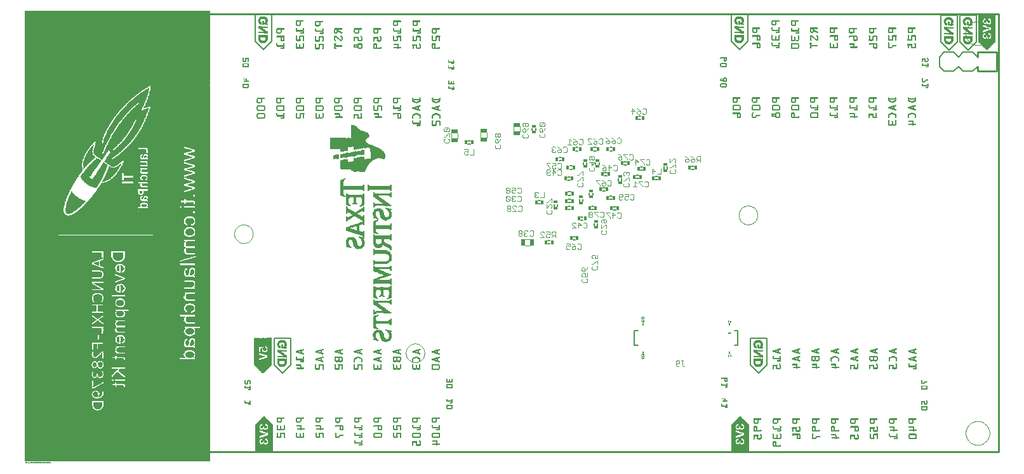
<source format=gbo>
G75*
G70*
%OFA0B0*%
%FSLAX24Y24*%
%IPPOS*%
%LPD*%
%AMOC8*
5,1,8,0,0,1.08239X$1,22.5*
%
%ADD10C,0.0100*%
%ADD11C,0.0000*%
%ADD12C,0.0060*%
%ADD13R,0.0236X0.0118*%
%ADD14C,0.0030*%
%ADD15R,0.0118X0.0236*%
%ADD16C,0.0040*%
%ADD17R,0.0374X0.0197*%
%ADD18R,0.0010X0.1440*%
%ADD19R,0.0010X0.1450*%
%ADD20R,0.0010X0.1460*%
%ADD21R,0.0010X0.1470*%
%ADD22R,0.0010X0.1480*%
%ADD23R,0.0010X0.1490*%
%ADD24R,0.0010X0.1500*%
%ADD25R,0.0010X0.1510*%
%ADD26R,0.0010X0.1520*%
%ADD27R,0.0010X0.1530*%
%ADD28R,0.0010X0.1540*%
%ADD29R,0.0010X0.1550*%
%ADD30R,0.0010X0.1560*%
%ADD31R,0.0010X0.1570*%
%ADD32R,0.0010X0.1580*%
%ADD33R,0.0010X0.1590*%
%ADD34R,0.0010X0.1600*%
%ADD35R,0.0010X0.1610*%
%ADD36R,0.0010X0.1620*%
%ADD37R,0.0010X0.1630*%
%ADD38R,0.0010X0.1640*%
%ADD39R,0.0010X0.1650*%
%ADD40R,0.0010X0.0510*%
%ADD41R,0.0010X0.0690*%
%ADD42R,0.0010X0.0300*%
%ADD43R,0.0010X0.0480*%
%ADD44R,0.0010X0.0260*%
%ADD45R,0.0010X0.0250*%
%ADD46R,0.0010X0.0270*%
%ADD47R,0.0010X0.0450*%
%ADD48R,0.0010X0.0220*%
%ADD49R,0.0010X0.0440*%
%ADD50R,0.0010X0.0210*%
%ADD51R,0.0010X0.0430*%
%ADD52R,0.0010X0.0200*%
%ADD53R,0.0010X0.0420*%
%ADD54R,0.0010X0.0180*%
%ADD55R,0.0010X0.0410*%
%ADD56R,0.0010X0.0170*%
%ADD57R,0.0010X0.0400*%
%ADD58R,0.0010X0.0160*%
%ADD59R,0.0010X0.0070*%
%ADD60R,0.0010X0.0150*%
%ADD61R,0.0010X0.0390*%
%ADD62R,0.0010X0.0100*%
%ADD63R,0.0010X0.0140*%
%ADD64R,0.0010X0.0120*%
%ADD65R,0.0010X0.0280*%
%ADD66R,0.0010X0.0380*%
%ADD67R,0.0010X0.0130*%
%ADD68R,0.0010X0.0290*%
%ADD69R,0.0010X0.0110*%
%ADD70R,0.0010X0.0310*%
%ADD71R,0.0010X0.0010*%
%ADD72R,0.0010X0.0320*%
%ADD73R,0.0010X0.0330*%
%ADD74R,0.0010X0.0340*%
%ADD75R,0.0010X0.0580*%
%ADD76R,0.0010X0.0030*%
%ADD77R,0.0010X0.0590*%
%ADD78R,0.0010X0.0050*%
%ADD79R,0.0010X0.0550*%
%ADD80R,0.0010X0.0230*%
%ADD81R,0.0010X0.0530*%
%ADD82R,0.0010X0.0520*%
%ADD83R,0.0010X0.0460*%
%ADD84R,0.0010X0.0500*%
%ADD85R,0.0010X0.0490*%
%ADD86R,0.0010X0.0090*%
%ADD87R,0.0010X0.0080*%
%ADD88R,0.0010X0.0060*%
%ADD89R,0.0010X0.0040*%
%ADD90R,0.0010X0.0240*%
%ADD91R,0.0010X0.0190*%
%ADD92R,0.0010X0.0470*%
%ADD93C,0.0050*%
%ADD94R,0.0002X0.0036*%
%ADD95R,0.0002X0.0069*%
%ADD96R,0.0002X0.0090*%
%ADD97R,0.0002X0.0107*%
%ADD98R,0.0002X0.0121*%
%ADD99R,0.0002X0.0209*%
%ADD100R,0.0002X0.0101*%
%ADD101R,0.0002X0.0094*%
%ADD102R,0.0002X0.0063*%
%ADD103R,0.0002X0.0136*%
%ADD104R,0.0002X0.0235*%
%ADD105R,0.0002X0.0103*%
%ADD106R,0.0002X0.0065*%
%ADD107R,0.0002X0.0147*%
%ADD108R,0.0002X0.0247*%
%ADD109R,0.0002X0.0155*%
%ADD110R,0.0002X0.0258*%
%ADD111R,0.0002X0.0105*%
%ADD112R,0.0002X0.0165*%
%ADD113R,0.0002X0.0266*%
%ADD114R,0.0002X0.0174*%
%ADD115R,0.0002X0.0272*%
%ADD116R,0.0002X0.0067*%
%ADD117R,0.0002X0.0184*%
%ADD118R,0.0002X0.0279*%
%ADD119R,0.0002X0.0109*%
%ADD120R,0.0002X0.0191*%
%ADD121R,0.0002X0.0285*%
%ADD122R,0.0002X0.0199*%
%ADD123R,0.0002X0.0289*%
%ADD124R,0.0002X0.0111*%
%ADD125R,0.0002X0.0203*%
%ADD126R,0.0002X0.0295*%
%ADD127R,0.0002X0.0113*%
%ADD128R,0.0002X0.0211*%
%ADD129R,0.0002X0.0299*%
%ADD130R,0.0002X0.0218*%
%ADD131R,0.0002X0.0304*%
%ADD132R,0.0002X0.0115*%
%ADD133R,0.0002X0.0222*%
%ADD134R,0.0002X0.0308*%
%ADD135R,0.0002X0.0228*%
%ADD136R,0.0002X0.0310*%
%ADD137R,0.0002X0.0117*%
%ADD138R,0.0002X0.0314*%
%ADD139R,0.0002X0.0119*%
%ADD140R,0.0002X0.0241*%
%ADD141R,0.0002X0.0318*%
%ADD142R,0.0002X0.0071*%
%ADD143R,0.0002X0.0245*%
%ADD144R,0.0002X0.0320*%
%ADD145R,0.0002X0.0251*%
%ADD146R,0.0002X0.0325*%
%ADD147R,0.0002X0.0124*%
%ADD148R,0.0002X0.0255*%
%ADD149R,0.0002X0.0327*%
%ADD150R,0.0002X0.0260*%
%ADD151R,0.0002X0.0329*%
%ADD152R,0.0002X0.0126*%
%ADD153R,0.0002X0.0264*%
%ADD154R,0.0002X0.0331*%
%ADD155R,0.0002X0.0073*%
%ADD156R,0.0002X0.0268*%
%ADD157R,0.0002X0.0335*%
%ADD158R,0.0002X0.0128*%
%ADD159R,0.0002X0.0270*%
%ADD160R,0.0002X0.0337*%
%ADD161R,0.0002X0.0130*%
%ADD162R,0.0002X0.0274*%
%ADD163R,0.0002X0.0339*%
%ADD164R,0.0002X0.0341*%
%ADD165R,0.0002X0.0132*%
%ADD166R,0.0002X0.0283*%
%ADD167R,0.0002X0.0343*%
%ADD168R,0.0002X0.0134*%
%ADD169R,0.0002X0.0360*%
%ADD170R,0.0002X0.0346*%
%ADD171R,0.0002X0.0362*%
%ADD172R,0.0002X0.0348*%
%ADD173R,0.0002X0.0364*%
%ADD174R,0.0002X0.0350*%
%ADD175R,0.0002X0.0366*%
%ADD176R,0.0002X0.0352*%
%ADD177R,0.0002X0.0138*%
%ADD178R,0.0002X0.0369*%
%ADD179R,0.0002X0.0354*%
%ADD180R,0.0002X0.0140*%
%ADD181R,0.0002X0.0371*%
%ADD182R,0.0002X0.0373*%
%ADD183R,0.0002X0.0356*%
%ADD184R,0.0002X0.0142*%
%ADD185R,0.0002X0.0358*%
%ADD186R,0.0002X0.0144*%
%ADD187R,0.0002X0.0375*%
%ADD188R,0.0002X0.0377*%
%ADD189R,0.0002X0.0379*%
%ADD190R,0.0002X0.0176*%
%ADD191R,0.0002X0.0157*%
%ADD192R,0.0002X0.0149*%
%ADD193R,0.0002X0.0151*%
%ADD194R,0.0002X0.0153*%
%ADD195R,0.0002X0.0159*%
%ADD196R,0.0002X0.0161*%
%ADD197R,0.0002X0.0163*%
%ADD198R,0.0002X0.0168*%
%ADD199R,0.0002X0.0170*%
%ADD200R,0.0002X0.0172*%
%ADD201R,0.0002X0.0178*%
%ADD202R,0.0002X0.0180*%
%ADD203R,0.0002X0.0182*%
%ADD204R,0.0002X0.0098*%
%ADD205R,0.0002X0.0186*%
%ADD206R,0.0002X0.0188*%
%ADD207R,0.0002X0.0096*%
%ADD208R,0.0002X0.0193*%
%ADD209R,0.0002X0.0195*%
%ADD210R,0.0002X0.0092*%
%ADD211R,0.0002X0.0322*%
%ADD212R,0.0002X0.0306*%
%ADD213R,0.0002X0.0302*%
%ADD214R,0.0002X0.0297*%
%ADD215R,0.0002X0.0333*%
%ADD216R,0.0002X0.0293*%
%ADD217R,0.0002X0.0316*%
%ADD218R,0.0002X0.0262*%
%ADD219R,0.0002X0.0312*%
%ADD220R,0.0002X0.0253*%
%ADD221R,0.0002X0.0232*%
%ADD222R,0.0002X0.0224*%
%ADD223R,0.0002X0.0287*%
%ADD224R,0.0002X0.0220*%
%ADD225R,0.0002X0.0276*%
%ADD226R,0.0002X0.0243*%
%ADD227R,0.0002X0.0088*%
%ADD228R,0.0002X0.0061*%
%ADD229R,0.0002X0.0004*%
%ADD230R,0.0002X0.1424*%
%ADD231R,0.0002X0.1426*%
%ADD232R,0.0002X0.1428*%
%ADD233R,0.0002X0.1430*%
%ADD234R,0.0002X0.1432*%
%ADD235R,0.0002X0.1434*%
%ADD236R,0.0002X0.1436*%
%ADD237R,0.0002X0.1439*%
%ADD238R,0.0002X0.1441*%
%ADD239R,0.0002X0.1443*%
%ADD240R,0.0002X0.1445*%
%ADD241R,0.0002X0.1447*%
%ADD242R,0.0002X0.1449*%
%ADD243R,0.0002X0.1451*%
%ADD244R,0.0002X0.1453*%
%ADD245R,0.0002X0.1455*%
%ADD246R,0.0002X0.1457*%
%ADD247R,0.0002X0.1460*%
%ADD248R,0.0002X0.1462*%
%ADD249R,0.0002X0.1464*%
%ADD250R,0.0002X0.1466*%
%ADD251R,0.0002X0.1468*%
%ADD252R,0.0002X0.1470*%
%ADD253R,0.0002X0.1472*%
%ADD254R,0.0002X0.1474*%
%ADD255R,0.0002X0.1476*%
%ADD256R,0.0002X0.1478*%
%ADD257R,0.0002X0.1480*%
%ADD258R,0.0002X0.1483*%
%ADD259R,0.0002X0.1485*%
%ADD260R,0.0002X0.1487*%
%ADD261R,0.0002X0.1489*%
%ADD262R,0.0002X0.1491*%
%ADD263R,0.0002X0.1493*%
%ADD264R,0.0002X0.1495*%
%ADD265R,0.0002X0.1497*%
%ADD266R,0.0002X0.1499*%
%ADD267R,0.0002X0.1501*%
%ADD268R,0.0002X0.1503*%
%ADD269R,0.0002X0.1506*%
%ADD270R,0.0002X0.1508*%
%ADD271R,0.0002X0.1510*%
%ADD272R,0.0002X0.1512*%
%ADD273R,0.0002X0.1514*%
%ADD274R,0.0002X0.1516*%
%ADD275R,0.0002X0.1518*%
%ADD276R,0.0002X0.1520*%
%ADD277R,0.0002X0.1522*%
%ADD278R,0.0002X0.1524*%
%ADD279R,0.0002X0.1527*%
%ADD280R,0.0002X0.1529*%
%ADD281R,0.0002X0.1531*%
%ADD282R,0.0002X0.1533*%
%ADD283R,0.0002X0.1535*%
%ADD284R,0.0002X0.1537*%
%ADD285R,0.0002X0.1539*%
%ADD286R,0.0002X0.1541*%
%ADD287R,0.0002X0.1543*%
%ADD288R,0.0002X0.1545*%
%ADD289R,0.0002X0.1547*%
%ADD290R,0.0002X0.1550*%
%ADD291R,0.0002X0.1552*%
%ADD292R,0.0002X0.1554*%
%ADD293R,0.0002X0.1556*%
%ADD294R,0.0002X0.1558*%
%ADD295R,0.0002X0.1560*%
%ADD296R,0.0002X0.1562*%
%ADD297R,0.0002X0.1564*%
%ADD298R,0.0002X0.1566*%
%ADD299R,0.0002X0.1568*%
%ADD300R,0.0002X0.1570*%
%ADD301R,0.0002X0.1573*%
%ADD302R,0.0002X0.1575*%
%ADD303R,0.0002X0.1577*%
%ADD304R,0.0002X0.1579*%
%ADD305R,0.0002X0.1581*%
%ADD306R,0.0002X0.1583*%
%ADD307R,0.0002X0.1585*%
%ADD308R,0.0002X0.1587*%
%ADD309R,0.0002X0.1589*%
%ADD310R,0.0002X0.1591*%
%ADD311R,0.0002X0.1594*%
%ADD312R,0.0002X0.1596*%
%ADD313R,0.0002X0.1598*%
%ADD314R,0.0002X0.1600*%
%ADD315R,0.0002X0.1602*%
%ADD316R,0.0002X0.1604*%
%ADD317R,0.0002X0.1606*%
%ADD318R,0.0002X0.1608*%
%ADD319R,0.0002X0.1610*%
%ADD320R,0.0002X0.1612*%
%ADD321R,0.0002X0.1614*%
%ADD322R,0.0002X0.1617*%
%ADD323R,0.0002X0.1619*%
%ADD324R,0.0002X0.1009*%
%ADD325R,0.0002X0.0567*%
%ADD326R,0.0002X0.0997*%
%ADD327R,0.0002X0.0551*%
%ADD328R,0.0002X0.0990*%
%ADD329R,0.0002X0.0540*%
%ADD330R,0.0002X0.0984*%
%ADD331R,0.0002X0.0532*%
%ADD332R,0.0002X0.0603*%
%ADD333R,0.0002X0.0526*%
%ADD334R,0.0002X0.0519*%
%ADD335R,0.0002X0.0605*%
%ADD336R,0.0002X0.0513*%
%ADD337R,0.0002X0.0607*%
%ADD338R,0.0002X0.0509*%
%ADD339R,0.0002X0.0505*%
%ADD340R,0.0002X0.0609*%
%ADD341R,0.0002X0.0237*%
%ADD342R,0.0002X0.0500*%
%ADD343R,0.0002X0.0611*%
%ADD344R,0.0002X0.0496*%
%ADD345R,0.0002X0.0492*%
%ADD346R,0.0002X0.0614*%
%ADD347R,0.0002X0.0488*%
%ADD348R,0.0002X0.0616*%
%ADD349R,0.0002X0.0486*%
%ADD350R,0.0002X0.0482*%
%ADD351R,0.0002X0.0618*%
%ADD352R,0.0002X0.0480*%
%ADD353R,0.0002X0.0620*%
%ADD354R,0.0002X0.0475*%
%ADD355R,0.0002X0.0207*%
%ADD356R,0.0002X0.0473*%
%ADD357R,0.0002X0.0622*%
%ADD358R,0.0002X0.0471*%
%ADD359R,0.0002X0.0624*%
%ADD360R,0.0002X0.0201*%
%ADD361R,0.0002X0.0467*%
%ADD362R,0.0002X0.0197*%
%ADD363R,0.0002X0.0465*%
%ADD364R,0.0002X0.0626*%
%ADD365R,0.0002X0.0463*%
%ADD366R,0.0002X0.0628*%
%ADD367R,0.0002X0.0461*%
%ADD368R,0.0002X0.0459*%
%ADD369R,0.0002X0.0630*%
%ADD370R,0.0002X0.0456*%
%ADD371R,0.0002X0.0632*%
%ADD372R,0.0002X0.0454*%
%ADD373R,0.0002X0.0452*%
%ADD374R,0.0002X0.0634*%
%ADD375R,0.0002X0.0637*%
%ADD376R,0.0002X0.0450*%
%ADD377R,0.0002X0.0448*%
%ADD378R,0.0002X0.0639*%
%ADD379R,0.0002X0.0446*%
%ADD380R,0.0002X0.0641*%
%ADD381R,0.0002X0.0444*%
%ADD382R,0.0002X0.0643*%
%ADD383R,0.0002X0.0645*%
%ADD384R,0.0002X0.0442*%
%ADD385R,0.0002X0.0440*%
%ADD386R,0.0002X0.0647*%
%ADD387R,0.0002X0.0027*%
%ADD388R,0.0002X0.0649*%
%ADD389R,0.0002X0.0044*%
%ADD390R,0.0002X0.0438*%
%ADD391R,0.0002X0.0057*%
%ADD392R,0.0002X0.0651*%
%ADD393R,0.0002X0.0436*%
%ADD394R,0.0002X0.0653*%
%ADD395R,0.0002X0.0082*%
%ADD396R,0.0002X0.0433*%
%ADD397R,0.0002X0.0655*%
%ADD398R,0.0002X0.0658*%
%ADD399R,0.0002X0.0431*%
%ADD400R,0.0002X0.0660*%
%ADD401R,0.0002X0.0662*%
%ADD402R,0.0002X0.0429*%
%ADD403R,0.0002X0.0664*%
%ADD404R,0.0002X0.0666*%
%ADD405R,0.0002X0.0427*%
%ADD406R,0.0002X0.0668*%
%ADD407R,0.0002X0.0670*%
%ADD408R,0.0002X0.0672*%
%ADD409R,0.0002X0.0674*%
%ADD410R,0.0002X0.0425*%
%ADD411R,0.0002X0.0676*%
%ADD412R,0.0002X0.0678*%
%ADD413R,0.0002X0.0681*%
%ADD414R,0.0002X0.0683*%
%ADD415R,0.0002X0.0423*%
%ADD416R,0.0002X0.0685*%
%ADD417R,0.0002X0.0687*%
%ADD418R,0.0002X0.0689*%
%ADD419R,0.0002X0.0691*%
%ADD420R,0.0002X0.0693*%
%ADD421R,0.0002X0.0002*%
%ADD422R,0.0002X0.0695*%
%ADD423R,0.0002X0.0697*%
%ADD424R,0.0002X0.0006*%
%ADD425R,0.0002X0.0699*%
%ADD426R,0.0002X0.0008*%
%ADD427R,0.0002X0.0701*%
%ADD428R,0.0002X0.0010*%
%ADD429R,0.0002X0.0704*%
%ADD430R,0.0002X0.0013*%
%ADD431R,0.0002X0.0706*%
%ADD432R,0.0002X0.0015*%
%ADD433R,0.0002X0.0708*%
%ADD434R,0.0002X0.0710*%
%ADD435R,0.0002X0.0019*%
%ADD436R,0.0002X0.0712*%
%ADD437R,0.0002X0.0714*%
%ADD438R,0.0002X0.0023*%
%ADD439R,0.0002X0.0716*%
%ADD440R,0.0002X0.0718*%
%ADD441R,0.0002X0.0720*%
%ADD442R,0.0002X0.0722*%
%ADD443R,0.0002X0.0029*%
%ADD444R,0.0002X0.0725*%
%ADD445R,0.0002X0.0031*%
%ADD446R,0.0002X0.0727*%
%ADD447R,0.0002X0.0034*%
%ADD448R,0.0002X0.0729*%
%ADD449R,0.0002X0.0731*%
%ADD450R,0.0002X0.0038*%
%ADD451R,0.0002X0.0733*%
%ADD452R,0.0002X0.0040*%
%ADD453R,0.0002X0.0735*%
%ADD454R,0.0002X0.0042*%
%ADD455R,0.0002X0.0737*%
%ADD456R,0.0002X0.0739*%
%ADD457R,0.0002X0.0046*%
%ADD458R,0.0002X0.0741*%
%ADD459R,0.0002X0.0048*%
%ADD460R,0.0002X0.0743*%
%ADD461R,0.0002X0.0050*%
%ADD462R,0.0002X0.0745*%
%ADD463R,0.0002X0.0052*%
%ADD464R,0.0002X0.0748*%
%ADD465R,0.0002X0.0750*%
%ADD466R,0.0002X0.0054*%
%ADD467R,0.0002X0.0752*%
%ADD468R,0.0002X0.0754*%
%ADD469R,0.0002X0.0059*%
%ADD470R,0.0002X0.0075*%
%ADD471R,0.0002X0.0756*%
%ADD472R,0.0002X0.0758*%
%ADD473R,0.0002X0.0760*%
%ADD474R,0.0002X0.0077*%
%ADD475R,0.0002X0.0080*%
%ADD476R,0.0002X0.0084*%
%ADD477R,0.0002X0.0086*%
%ADD478R,0.0002X0.0021*%
%ADD479R,0.0002X0.0025*%
%ADD480R,0.0002X0.0601*%
%ADD481R,0.0002X0.0599*%
%ADD482R,0.0002X0.0595*%
%ADD483R,0.0002X0.0593*%
%ADD484R,0.0002X0.0249*%
%ADD485R,0.0002X0.0591*%
%ADD486R,0.0002X0.0586*%
%ADD487R,0.0002X0.0584*%
%ADD488R,0.0002X0.0582*%
%ADD489R,0.0002X0.0578*%
%ADD490R,0.0002X0.0469*%
%ADD491R,0.0002X0.0576*%
%ADD492R,0.0002X0.0574*%
%ADD493R,0.0002X0.0570*%
%ADD494R,0.0002X0.0565*%
%ADD495R,0.0002X0.0561*%
%ADD496R,0.0002X0.0559*%
%ADD497R,0.0002X0.0557*%
%ADD498R,0.0002X0.0553*%
%ADD499R,0.0002X0.0549*%
%ADD500R,0.0002X0.0544*%
%ADD501R,0.0002X0.0542*%
%ADD502R,0.0002X0.0536*%
%ADD503R,0.0002X0.0534*%
%ADD504R,0.0002X0.0528*%
%ADD505R,0.0002X0.0523*%
%ADD506R,0.0002X0.0517*%
%ADD507R,0.0002X0.0515*%
%ADD508R,0.0002X0.0477*%
%ADD509R,0.0002X0.0511*%
%ADD510R,0.0002X0.0507*%
%ADD511R,0.0002X0.0503*%
%ADD512R,0.0002X0.0498*%
%ADD513R,0.0002X0.0494*%
%ADD514R,0.0002X0.0490*%
%ADD515R,0.0002X0.0484*%
%ADD516R,0.0002X0.0766*%
%ADD517R,0.0002X0.0205*%
%ADD518R,0.0002X0.0764*%
%ADD519R,0.0002X0.1646*%
%ADD520R,0.0002X0.1644*%
%ADD521R,0.0002X0.1642*%
%ADD522R,0.0002X0.1640*%
%ADD523R,0.0002X0.1638*%
%ADD524R,0.0002X0.1635*%
%ADD525R,0.0002X0.1633*%
%ADD526R,0.0002X0.1631*%
%ADD527R,0.0002X0.1629*%
%ADD528R,0.0002X0.1627*%
%ADD529R,0.0002X0.1625*%
%ADD530R,0.0002X0.1623*%
%ADD531R,0.0002X0.1621*%
%ADD532C,0.0080*%
%ADD533C,0.0090*%
%ADD534R,0.0002X0.0239*%
%ADD535R,0.0002X0.0226*%
%ADD536R,0.0002X0.0216*%
%ADD537R,0.0002X0.0214*%
%ADD538R,0.0002X0.0230*%
%ADD539R,0.0002X0.0017*%
%ADD540R,0.0002X0.0521*%
%ADD541R,0.0002X0.0421*%
%ADD542R,0.0002X0.0530*%
%ADD543R,0.0002X0.0419*%
%ADD544R,0.0002X0.0417*%
%ADD545R,0.0002X0.0538*%
%ADD546R,0.0002X0.0415*%
%ADD547R,0.0002X0.0413*%
%ADD548R,0.0002X0.0547*%
%ADD549R,0.0002X0.0408*%
%ADD550R,0.0002X0.0406*%
%ADD551R,0.0002X0.0402*%
%ADD552R,0.0002X0.0398*%
%ADD553R,0.0002X0.0392*%
%ADD554R,0.0002X0.0563*%
%ADD555R,0.0002X0.0383*%
%ADD556R,0.0002X0.0597*%
%ADD557R,0.0002X0.0588*%
%ADD558R,0.0002X0.0580*%
%ADD559R,0.0002X0.0385*%
%ADD560R,0.0002X0.0396*%
%ADD561R,0.0002X0.0400*%
%ADD562R,0.0002X0.0404*%
%ADD563R,0.0002X0.0281*%
%ADD564R,0.0002X0.0410*%
%ADD565R,0.0002X0.0291*%
%ADD566R,0.0197X0.0374*%
%ADD567C,0.0010*%
%ADD568R,0.0174X0.0010*%
%ADD569R,0.0184X0.0010*%
%ADD570R,0.0194X0.0010*%
%ADD571R,0.0215X0.0010*%
%ADD572R,0.0051X0.0010*%
%ADD573R,0.0225X0.0010*%
%ADD574R,0.0235X0.0010*%
%ADD575R,0.0061X0.0010*%
%ADD576R,0.0420X0.0010*%
%ADD577R,0.0430X0.0010*%
%ADD578R,0.0041X0.0010*%
%ADD579R,0.0010X0.0010*%
%ADD580R,0.0020X0.0010*%
%ADD581R,0.0031X0.0010*%
%ADD582R,0.0369X0.0010*%
%ADD583R,0.0164X0.0010*%
%ADD584R,0.0205X0.0010*%
%ADD585R,0.0389X0.0010*%
%ADD586R,0.0409X0.0010*%
%ADD587R,0.0246X0.0010*%
%ADD588R,0.0358X0.0010*%
%ADD589R,0.0082X0.0010*%
%ADD590R,0.0379X0.0010*%
%ADD591R,0.0072X0.0010*%
%ADD592R,0.0092X0.0010*%
%ADD593R,0.0102X0.0010*%
%ADD594R,0.0113X0.0010*%
%ADD595R,0.0123X0.0010*%
%ADD596R,0.0276X0.0010*%
%ADD597R,0.0287X0.0010*%
%ADD598R,0.0256X0.0010*%
%ADD599R,0.0399X0.0010*%
%ADD600R,0.0133X0.0010*%
%ADD601R,0.0143X0.0010*%
%ADD602R,0.0328X0.0010*%
%ADD603R,0.0297X0.0010*%
%ADD604R,0.0317X0.0010*%
%ADD605R,0.0307X0.0010*%
%ADD606R,0.0266X0.0010*%
%ADD607R,0.0154X0.0010*%
%ADD608R,0.0348X0.0010*%
%ADD609R,0.0338X0.0010*%
%ADD610R,0.9704X0.0010*%
%ADD611R,0.3726X0.0010*%
%ADD612R,0.5835X0.0010*%
%ADD613R,0.3695X0.0010*%
%ADD614R,0.5794X0.0010*%
%ADD615R,0.3665X0.0010*%
%ADD616R,0.5773X0.0010*%
%ADD617R,0.3644X0.0010*%
%ADD618R,0.5753X0.0010*%
%ADD619R,0.3634X0.0010*%
%ADD620R,0.5732X0.0010*%
%ADD621R,0.3613X0.0010*%
%ADD622R,0.5722X0.0010*%
%ADD623R,0.3603X0.0010*%
%ADD624R,0.5702X0.0010*%
%ADD625R,0.3593X0.0010*%
%ADD626R,0.5691X0.0010*%
%ADD627R,0.3583X0.0010*%
%ADD628R,0.5681X0.0010*%
%ADD629R,0.3572X0.0010*%
%ADD630R,0.5671X0.0010*%
%ADD631R,0.3562X0.0010*%
%ADD632R,0.5661X0.0010*%
%ADD633R,0.3552X0.0010*%
%ADD634R,0.5650X0.0010*%
%ADD635R,0.3542X0.0010*%
%ADD636R,0.5640X0.0010*%
%ADD637R,0.3531X0.0010*%
%ADD638R,0.5630X0.0010*%
%ADD639R,0.3521X0.0010*%
%ADD640R,0.5620X0.0010*%
%ADD641R,0.5609X0.0010*%
%ADD642R,0.3511X0.0010*%
%ADD643R,0.0440X0.0010*%
%ADD644R,0.0450X0.0010*%
%ADD645R,0.0461X0.0010*%
%ADD646R,0.5599X0.0010*%
%ADD647R,0.3501X0.0010*%
%ADD648R,0.5865X0.0010*%
%ADD649R,0.5814X0.0010*%
%ADD650R,0.5712X0.0010*%
%ADD651R,0.3491X0.0010*%
%ADD652R,0.5589X0.0010*%
%ADD653R,0.5876X0.0010*%
%ADD654R,0.5886X0.0010*%
%ADD655R,0.5896X0.0010*%
%ADD656R,0.5917X0.0010*%
%ADD657R,0.5947X0.0010*%
%ADD658R,0.6091X0.0010*%
%ADD659R,0.6080X0.0010*%
%ADD660R,0.6060X0.0010*%
%ADD661R,0.6039X0.0010*%
%ADD662R,0.6019X0.0010*%
%ADD663R,0.5998X0.0010*%
%ADD664R,0.1474X0.0010*%
%ADD665R,0.4463X0.0010*%
%ADD666R,0.0983X0.0010*%
%ADD667R,0.0962X0.0010*%
%ADD668R,0.0952X0.0010*%
%ADD669R,0.0931X0.0010*%
%ADD670R,0.4453X0.0010*%
%ADD671R,0.0911X0.0010*%
%ADD672R,0.0891X0.0010*%
%ADD673R,0.0870X0.0010*%
%ADD674R,0.0850X0.0010*%
%ADD675R,0.0829X0.0010*%
%ADD676R,0.0635X0.0010*%
%ADD677R,0.0614X0.0010*%
%ADD678R,0.0604X0.0010*%
%ADD679R,0.4473X0.0010*%
%ADD680R,0.0594X0.0010*%
%ADD681R,0.4483X0.0010*%
%ADD682R,0.0573X0.0010*%
%ADD683R,0.4494X0.0010*%
%ADD684R,0.0563X0.0010*%
%ADD685R,0.4504X0.0010*%
%ADD686R,0.0543X0.0010*%
%ADD687R,0.4535X0.0010*%
%ADD688R,0.0655X0.0010*%
%ADD689R,0.4903X0.0010*%
%ADD690R,0.0624X0.0010*%
%ADD691R,0.0471X0.0010*%
%ADD692R,0.0491X0.0010*%
%ADD693R,0.0512X0.0010*%
%ADD694R,0.6131X0.0010*%
%ADD695R,0.3869X0.0010*%
%ADD696R,0.1208X0.0010*%
%ADD697R,0.0665X0.0010*%
%ADD698R,0.0481X0.0010*%
%ADD699R,0.0645X0.0010*%
%ADD700R,0.0532X0.0010*%
%ADD701R,0.4524X0.0010*%
%ADD702R,0.4545X0.0010*%
%ADD703R,0.4565X0.0010*%
%ADD704R,0.4576X0.0010*%
%ADD705R,0.4596X0.0010*%
%ADD706R,0.0502X0.0010*%
%ADD707R,0.4606X0.0010*%
%ADD708R,0.4617X0.0010*%
%ADD709R,0.0522X0.0010*%
%ADD710R,0.4637X0.0010*%
%ADD711R,0.4647X0.0010*%
%ADD712R,0.0553X0.0010*%
%ADD713R,0.4668X0.0010*%
%ADD714R,0.4678X0.0010*%
%ADD715R,0.4698X0.0010*%
%ADD716R,0.0583X0.0010*%
%ADD717R,0.4709X0.0010*%
%ADD718R,0.4719X0.0010*%
%ADD719R,0.4739X0.0010*%
%ADD720R,0.4750X0.0010*%
%ADD721R,0.4770X0.0010*%
%ADD722R,0.4780X0.0010*%
%ADD723R,0.4002X0.0010*%
%ADD724R,0.4791X0.0010*%
%ADD725R,0.3992X0.0010*%
%ADD726R,0.0686X0.0010*%
%ADD727R,0.4811X0.0010*%
%ADD728R,0.4821X0.0010*%
%ADD729R,0.4801X0.0010*%
%ADD730R,0.4831X0.0010*%
%ADD731R,0.4760X0.0010*%
%ADD732R,0.4842X0.0010*%
%ADD733R,0.4852X0.0010*%
%ADD734R,0.4862X0.0010*%
%ADD735R,0.4729X0.0010*%
%ADD736R,0.4872X0.0010*%
%ADD737R,0.3920X0.0010*%
%ADD738R,0.3880X0.0010*%
%ADD739R,0.3910X0.0010*%
%ADD740R,0.5743X0.0010*%
%ADD741R,0.5210X0.0010*%
%ADD742R,0.2876X0.0010*%
%ADD743R,0.0778X0.0010*%
%ADD744R,0.2866X0.0010*%
%ADD745R,0.4033X0.0010*%
%ADD746R,0.3624X0.0010*%
%ADD747R,0.2897X0.0010*%
%ADD748R,0.0839X0.0010*%
%ADD749R,0.3173X0.0010*%
%ADD750R,0.0819X0.0010*%
%ADD751R,0.0809X0.0010*%
%ADD752R,0.3194X0.0010*%
%ADD753R,0.0798X0.0010*%
%ADD754R,0.0788X0.0010*%
%ADD755R,0.0768X0.0010*%
%ADD756R,0.4228X0.0010*%
%ADD757R,0.0727X0.0010*%
%ADD758R,0.3091X0.0010*%
%ADD759R,0.0696X0.0010*%
%ADD760R,0.0676X0.0010*%
%ADD761R,0.3102X0.0010*%
%ADD762R,0.3112X0.0010*%
%ADD763R,0.3122X0.0010*%
%ADD764R,0.3470X0.0010*%
%ADD765R,0.4013X0.0010*%
%ADD766R,0.0860X0.0010*%
%ADD767R,0.3685X0.0010*%
%ADD768R,0.3706X0.0010*%
%ADD769R,0.3746X0.0010*%
%ADD770R,0.0972X0.0010*%
%ADD771R,0.3828X0.0010*%
%ADD772R,0.1044X0.0010*%
%ADD773R,0.1146X0.0010*%
%ADD774R,0.4913X0.0010*%
%ADD775R,0.1157X0.0010*%
%ADD776R,0.4893X0.0010*%
%ADD777R,0.0921X0.0010*%
%ADD778R,0.4883X0.0010*%
%ADD779R,0.0942X0.0010*%
%ADD780R,0.4074X0.0010*%
%ADD781R,0.3951X0.0010*%
%ADD782R,0.3235X0.0010*%
%ADD783R,0.3153X0.0010*%
%ADD784R,0.3143X0.0010*%
%ADD785R,0.3132X0.0010*%
%ADD786R,0.4514X0.0010*%
%ADD787R,0.3204X0.0010*%
%ADD788R,0.0737X0.0010*%
%ADD789R,0.3183X0.0010*%
%ADD790R,0.0717X0.0010*%
%ADD791R,0.0706X0.0010*%
%ADD792R,0.3808X0.0010*%
%ADD793R,0.3245X0.0010*%
%ADD794R,0.0901X0.0010*%
%ADD795R,0.0880X0.0010*%
%ADD796R,0.3398X0.0010*%
%ADD797R,0.1013X0.0010*%
%ADD798R,0.3357X0.0010*%
%ADD799R,0.3337X0.0010*%
%ADD800R,0.3327X0.0010*%
%ADD801R,0.1003X0.0010*%
%ADD802R,0.3368X0.0010*%
%ADD803R,0.8404X0.0010*%
%ADD804R,0.8394X0.0010*%
%ADD805R,0.8383X0.0010*%
%ADD806R,0.8373X0.0010*%
%ADD807R,0.8363X0.0010*%
%ADD808R,0.4248X0.0010*%
%ADD809R,0.4238X0.0010*%
%ADD810R,0.3460X0.0010*%
%ADD811R,0.4094X0.0010*%
%ADD812R,0.3767X0.0010*%
%ADD813R,0.0757X0.0010*%
%ADD814R,0.1187X0.0010*%
%ADD815R,0.3439X0.0010*%
%ADD816R,0.1228X0.0010*%
%ADD817R,0.1239X0.0010*%
%ADD818R,0.1259X0.0010*%
%ADD819R,0.3654X0.0010*%
%ADD820R,0.1269X0.0010*%
%ADD821R,0.3675X0.0010*%
%ADD822R,0.1280X0.0010*%
%ADD823R,0.3716X0.0010*%
%ADD824R,0.3736X0.0010*%
%ADD825R,0.1290X0.0010*%
%ADD826R,0.4432X0.0010*%
%ADD827R,0.4422X0.0010*%
%ADD828R,0.4402X0.0010*%
%ADD829R,0.4381X0.0010*%
%ADD830R,0.4371X0.0010*%
%ADD831R,0.4361X0.0010*%
%ADD832R,0.4350X0.0010*%
%ADD833R,0.3306X0.0010*%
%ADD834R,0.3265X0.0010*%
%ADD835R,0.1249X0.0010*%
%ADD836R,0.3255X0.0010*%
%ADD837R,0.1177X0.0010*%
%ADD838R,0.2938X0.0010*%
%ADD839R,0.2917X0.0010*%
%ADD840R,0.2907X0.0010*%
%ADD841R,0.2887X0.0010*%
%ADD842R,0.4084X0.0010*%
%ADD843R,0.3480X0.0010*%
%ADD844R,0.3224X0.0010*%
%ADD845R,0.2928X0.0010*%
%ADD846R,0.1116X0.0010*%
%ADD847R,0.3286X0.0010*%
%ADD848R,0.1065X0.0010*%
%ADD849R,0.1024X0.0010*%
%ADD850R,0.0993X0.0010*%
%ADD851R,0.3163X0.0010*%
%ADD852R,0.3317X0.0010*%
%ADD853R,0.3214X0.0010*%
%ADD854R,0.3296X0.0010*%
%ADD855R,0.4217X0.0010*%
%ADD856R,0.4320X0.0010*%
%ADD857R,0.4340X0.0010*%
%ADD858R,0.1218X0.0010*%
%ADD859R,0.1136X0.0010*%
%ADD860R,0.3982X0.0010*%
%ADD861R,0.3961X0.0010*%
%ADD862R,0.3941X0.0010*%
%ADD863R,0.3890X0.0010*%
%ADD864R,0.3849X0.0010*%
%ADD865R,0.3787X0.0010*%
%ADD866R,0.1106X0.0010*%
%ADD867R,0.1320X0.0010*%
%ADD868R,0.5241X0.0010*%
%ADD869R,0.5261X0.0010*%
%ADD870R,0.4064X0.0010*%
%ADD871R,0.4023X0.0010*%
%ADD872R,0.3931X0.0010*%
%ADD873R,0.3450X0.0010*%
%ADD874R,0.3419X0.0010*%
%ADD875R,0.3388X0.0010*%
%ADD876R,0.4944X0.0010*%
%ADD877R,0.4965X0.0010*%
%ADD878R,0.4995X0.0010*%
%ADD879R,0.5026X0.0010*%
%ADD880R,0.5057X0.0010*%
%ADD881R,0.1126X0.0010*%
%ADD882R,0.1075X0.0010*%
%ADD883R,0.3972X0.0010*%
%ADD884R,0.3378X0.0010*%
%ADD885R,0.4043X0.0010*%
%ADD886R,0.0747X0.0010*%
%ADD887R,0.3818X0.0010*%
%ADD888R,0.3798X0.0010*%
%ADD889R,0.2948X0.0010*%
%ADD890R,0.2969X0.0010*%
%ADD891R,0.2989X0.0010*%
%ADD892R,0.3009X0.0010*%
%ADD893R,0.3040X0.0010*%
%ADD894R,0.4187X0.0010*%
%ADD895R,0.4197X0.0010*%
%ADD896R,0.3071X0.0010*%
%ADD897R,0.1566X0.0010*%
%ADD898R,0.1535X0.0010*%
%ADD899R,0.3020X0.0010*%
%ADD900R,0.1494X0.0010*%
%ADD901R,0.2999X0.0010*%
%ADD902R,0.1454X0.0010*%
%ADD903R,0.2979X0.0010*%
%ADD904R,0.1423X0.0010*%
%ADD905R,0.1382X0.0010*%
%ADD906R,0.2958X0.0010*%
%ADD907R,0.1351X0.0010*%
%ADD908R,0.1310X0.0010*%
%ADD909R,0.3859X0.0010*%
%ADD910R,0.3030X0.0010*%
%ADD911R,0.1198X0.0010*%
%ADD912R,0.3050X0.0010*%
%ADD913R,0.1167X0.0010*%
%ADD914R,0.1095X0.0010*%
%ADD915R,0.1054X0.0010*%
%ADD916R,0.4054X0.0010*%
%ADD917R,0.3276X0.0010*%
%ADD918R,0.3347X0.0010*%
%ADD919R,0.3429X0.0010*%
%ADD920R,0.8332X0.0010*%
%ADD921R,0.8343X0.0010*%
%ADD922R,0.8353X0.0010*%
%ADD923R,0.8414X0.0010*%
%ADD924R,0.8424X0.0010*%
%ADD925R,0.8588X0.0010*%
%ADD926R,0.1034X0.0010*%
%ADD927R,0.8527X0.0010*%
%ADD928R,0.8496X0.0010*%
%ADD929R,0.8476X0.0010*%
%ADD930R,0.8455X0.0010*%
%ADD931R,0.8435X0.0010*%
%ADD932R,0.1730X0.0010*%
%ADD933R,0.1720X0.0010*%
%ADD934R,0.1709X0.0010*%
%ADD935R,0.1699X0.0010*%
%ADD936R,0.1689X0.0010*%
%ADD937R,0.1679X0.0010*%
%ADD938R,0.8465X0.0010*%
%ADD939R,0.8578X0.0010*%
%ADD940R,0.8721X0.0010*%
%ADD941R,0.8445X0.0010*%
%ADD942R,0.8486X0.0010*%
%ADD943R,0.8506X0.0010*%
%ADD944R,0.8547X0.0010*%
%ADD945R,0.2201X0.0010*%
%ADD946R,0.7380X0.0010*%
%ADD947R,0.2170X0.0010*%
%ADD948R,0.7339X0.0010*%
%ADD949R,0.2150X0.0010*%
%ADD950R,0.7298X0.0010*%
%ADD951R,0.2129X0.0010*%
%ADD952R,0.7278X0.0010*%
%ADD953R,0.2119X0.0010*%
%ADD954R,0.7247X0.0010*%
%ADD955R,0.2098X0.0010*%
%ADD956R,0.7227X0.0010*%
%ADD957R,0.2088X0.0010*%
%ADD958R,0.7206X0.0010*%
%ADD959R,0.7186X0.0010*%
%ADD960R,0.2078X0.0010*%
%ADD961R,0.7165X0.0010*%
%ADD962R,0.2068X0.0010*%
%ADD963R,0.3757X0.0010*%
%ADD964R,0.2057X0.0010*%
%ADD965R,0.2846X0.0010*%
%ADD966R,0.2825X0.0010*%
%ADD967R,0.2047X0.0010*%
%ADD968R,0.2794X0.0010*%
%ADD969R,0.2764X0.0010*%
%ADD970R,0.2037X0.0010*%
%ADD971R,0.2815X0.0010*%
%ADD972R,0.2027X0.0010*%
%ADD973R,0.6950X0.0010*%
%ADD974R,0.6940X0.0010*%
%ADD975R,0.3777X0.0010*%
%ADD976R,0.3081X0.0010*%
%ADD977R,0.2017X0.0010*%
%ADD978R,0.3061X0.0010*%
%ADD979R,0.6797X0.0010*%
%ADD980R,0.6787X0.0010*%
%ADD981R,0.2477X0.0010*%
%ADD982R,0.2416X0.0010*%
%ADD983R,0.1904X0.0010*%
%ADD984R,0.1914X0.0010*%
%ADD985R,0.2856X0.0010*%
%ADD986R,0.1924X0.0010*%
%ADD987R,0.1935X0.0010*%
%ADD988R,0.1945X0.0010*%
%ADD989R,0.1965X0.0010*%
%ADD990R,0.1996X0.0010*%
%ADD991R,0.2109X0.0010*%
%ADD992R,0.1740X0.0010*%
%ADD993R,0.2774X0.0010*%
%ADD994R,0.2743X0.0010*%
%ADD995R,0.1750X0.0010*%
%ADD996R,0.2733X0.0010*%
%ADD997R,0.1761X0.0010*%
%ADD998R,0.2713X0.0010*%
%ADD999R,0.2702X0.0010*%
%ADD1000R,0.2682X0.0010*%
%ADD1001R,0.2139X0.0010*%
%ADD1002R,0.2672X0.0010*%
%ADD1003R,0.2661X0.0010*%
%ADD1004R,0.2641X0.0010*%
%ADD1005R,0.2631X0.0010*%
%ADD1006R,0.2160X0.0010*%
%ADD1007R,0.2620X0.0010*%
%ADD1008R,0.2610X0.0010*%
%ADD1009R,0.2600X0.0010*%
%ADD1010R,0.2590X0.0010*%
%ADD1011R,0.2180X0.0010*%
%ADD1012R,0.2580X0.0010*%
%ADD1013R,0.2569X0.0010*%
%ADD1014R,0.2191X0.0010*%
%ADD1015R,0.2559X0.0010*%
%ADD1016R,0.2549X0.0010*%
%ADD1017R,0.2375X0.0010*%
%ADD1018R,0.2385X0.0010*%
%ADD1019R,0.2211X0.0010*%
%ADD1020R,0.2395X0.0010*%
%ADD1021R,0.2221X0.0010*%
%ADD1022R,0.2436X0.0010*%
%ADD1023R,0.2231X0.0010*%
%ADD1024R,0.2467X0.0010*%
%ADD1025R,0.2242X0.0010*%
%ADD1026R,0.2406X0.0010*%
%ADD1027R,0.2651X0.0010*%
%ADD1028R,0.2252X0.0010*%
%ADD1029R,0.2354X0.0010*%
%ADD1030R,0.2334X0.0010*%
%ADD1031R,0.2262X0.0010*%
%ADD1032R,0.2324X0.0010*%
%ADD1033R,0.2313X0.0010*%
%ADD1034R,0.2293X0.0010*%
%ADD1035R,0.2272X0.0010*%
%ADD1036R,0.2283X0.0010*%
%ADD1037R,0.2303X0.0010*%
%ADD1038R,0.1331X0.0010*%
%ADD1039R,0.1300X0.0010*%
%ADD1040R,0.2344X0.0010*%
%ADD1041R,0.1955X0.0010*%
%ADD1042R,0.1986X0.0010*%
%ADD1043R,0.2365X0.0010*%
%ADD1044R,0.4924X0.0010*%
%ADD1045R,0.4954X0.0010*%
%ADD1046R,0.2426X0.0010*%
%ADD1047R,0.2446X0.0010*%
%ADD1048R,0.2457X0.0010*%
%ADD1049R,0.2487X0.0010*%
%ADD1050R,0.1085X0.0010*%
%ADD1051R,0.2498X0.0010*%
%ADD1052R,0.2508X0.0010*%
%ADD1053R,0.2518X0.0010*%
%ADD1054R,0.2528X0.0010*%
%ADD1055R,0.2539X0.0010*%
%ADD1056R,0.4269X0.0010*%
%ADD1057R,0.1669X0.0010*%
%ADD1058R,0.1976X0.0010*%
%ADD1059R,0.2692X0.0010*%
%ADD1060R,0.2723X0.0010*%
%ADD1061R,0.1894X0.0010*%
%ADD1062R,0.2754X0.0010*%
%ADD1063R,0.1341X0.0010*%
%ADD1064R,0.2784X0.0010*%
%ADD1065R,0.2805X0.0010*%
%ADD1066R,0.2835X0.0010*%
%ADD1067R,0.2006X0.0010*%
%ADD1068R,0.4156X0.0010*%
%ADD1069R,0.4146X0.0010*%
%ADD1070R,0.4135X0.0010*%
%ADD1071R,0.1802X0.0010*%
%ADD1072R,0.1484X0.0010*%
%ADD1073R,0.1402X0.0010*%
%ADD1074R,0.1392X0.0010*%
%ADD1075R,0.1361X0.0010*%
%ADD1076R,0.3409X0.0010*%
%ADD1077R,0.4279X0.0010*%
%ADD1078R,0.4258X0.0010*%
%ADD1079R,0.4207X0.0010*%
%ADD1080R,0.4176X0.0010*%
%ADD1081R,0.4166X0.0010*%
%ADD1082R,0.4125X0.0010*%
%ADD1083R,0.4115X0.0010*%
%ADD1084R,0.4105X0.0010*%
%ADD1085R,0.3900X0.0010*%
%ADD1086R,0.3839X0.0010*%
%ADD1087R,0.4289X0.0010*%
%ADD1088R,0.4299X0.0010*%
%ADD1089R,0.4309X0.0010*%
%ADD1090R,0.4330X0.0010*%
%ADD1091R,0.4391X0.0010*%
%ADD1092R,0.4412X0.0010*%
%ADD1093R,0.4443X0.0010*%
%ADD1094R,0.4555X0.0010*%
%ADD1095R,0.4586X0.0010*%
%ADD1096R,0.4627X0.0010*%
%ADD1097R,0.4657X0.0010*%
%ADD1098R,0.4688X0.0010*%
%ADD1099R,0.4934X0.0010*%
%ADD1100R,0.4975X0.0010*%
%ADD1101R,0.4985X0.0010*%
%ADD1102R,0.5006X0.0010*%
%ADD1103R,0.5016X0.0010*%
%ADD1104R,0.5036X0.0010*%
%ADD1105R,0.5046X0.0010*%
%ADD1106R,0.5067X0.0010*%
%ADD1107R,0.5077X0.0010*%
%ADD1108R,0.5087X0.0010*%
%ADD1109R,0.5098X0.0010*%
%ADD1110R,0.5108X0.0010*%
%ADD1111R,0.5118X0.0010*%
%ADD1112R,0.5128X0.0010*%
%ADD1113R,0.5139X0.0010*%
%ADD1114R,0.5149X0.0010*%
%ADD1115R,0.5159X0.0010*%
%ADD1116R,0.5169X0.0010*%
%ADD1117R,0.5180X0.0010*%
%ADD1118R,0.5190X0.0010*%
%ADD1119R,0.5200X0.0010*%
%ADD1120R,0.5220X0.0010*%
%ADD1121R,0.5231X0.0010*%
%ADD1122R,0.5251X0.0010*%
%ADD1123R,0.5272X0.0010*%
%ADD1124R,0.5282X0.0010*%
%ADD1125R,0.5292X0.0010*%
%ADD1126R,0.5302X0.0010*%
%ADD1127R,0.5313X0.0010*%
%ADD1128R,0.5323X0.0010*%
%ADD1129R,0.5333X0.0010*%
%ADD1130R,0.5343X0.0010*%
%ADD1131R,0.5354X0.0010*%
%ADD1132R,0.5364X0.0010*%
%ADD1133R,0.5374X0.0010*%
%ADD1134R,0.5384X0.0010*%
%ADD1135R,0.5394X0.0010*%
%ADD1136R,0.5405X0.0010*%
%ADD1137R,0.5415X0.0010*%
%ADD1138R,0.5425X0.0010*%
%ADD1139R,0.5435X0.0010*%
%ADD1140R,0.5446X0.0010*%
%ADD1141R,0.5456X0.0010*%
%ADD1142R,0.5466X0.0010*%
%ADD1143R,0.5487X0.0010*%
%ADD1144R,0.5497X0.0010*%
%ADD1145R,0.5507X0.0010*%
%ADD1146R,0.5517X0.0010*%
%ADD1147R,0.5528X0.0010*%
%ADD1148R,0.5538X0.0010*%
%ADD1149R,0.5548X0.0010*%
%ADD1150R,0.5558X0.0010*%
%ADD1151R,0.5579X0.0010*%
%ADD1152R,0.5783X0.0010*%
%ADD1153R,0.5804X0.0010*%
%ADD1154R,0.5824X0.0010*%
%ADD1155R,0.5845X0.0010*%
%ADD1156R,0.5855X0.0010*%
%ADD1157R,0.5927X0.0010*%
%ADD1158R,0.5937X0.0010*%
%ADD1159R,0.5957X0.0010*%
%ADD1160R,0.5968X0.0010*%
%ADD1161R,0.5978X0.0010*%
%ADD1162R,0.6009X0.0010*%
%ADD1163R,0.6029X0.0010*%
%ADD1164R,0.6050X0.0010*%
%ADD1165R,0.6070X0.0010*%
%ADD1166R,0.6101X0.0010*%
%ADD1167R,0.6111X0.0010*%
%ADD1168R,0.6142X0.0010*%
%ADD1169R,0.6162X0.0010*%
%ADD1170R,0.6172X0.0010*%
%ADD1171R,0.6193X0.0010*%
%ADD1172R,0.6203X0.0010*%
%ADD1173R,0.6224X0.0010*%
%ADD1174R,0.6234X0.0010*%
%ADD1175R,0.6254X0.0010*%
%ADD1176R,0.6265X0.0010*%
%ADD1177R,0.6285X0.0010*%
%ADD1178R,0.6295X0.0010*%
%ADD1179R,0.6316X0.0010*%
%ADD1180R,0.6336X0.0010*%
%ADD1181R,0.6346X0.0010*%
%ADD1182R,0.6367X0.0010*%
%ADD1183R,0.6387X0.0010*%
%ADD1184R,0.6398X0.0010*%
%ADD1185R,0.6418X0.0010*%
%ADD1186R,0.6439X0.0010*%
%ADD1187R,0.6449X0.0010*%
%ADD1188R,0.6469X0.0010*%
%ADD1189R,0.6490X0.0010*%
%ADD1190R,0.6510X0.0010*%
%ADD1191R,0.6531X0.0010*%
%ADD1192R,0.6541X0.0010*%
%ADD1193R,0.6561X0.0010*%
%ADD1194R,0.6582X0.0010*%
%ADD1195R,0.6602X0.0010*%
%ADD1196R,0.0010X0.0640*%
%ADD1197R,0.0010X0.0360*%
%ADD1198R,0.0010X0.0650*%
%ADD1199R,0.0010X0.0370*%
%ADD1200R,0.0010X0.0350*%
%ADD1201R,0.0010X0.0620*%
%ADD1202R,0.0010X0.0610*%
%ADD1203R,0.0010X0.0540*%
%ADD1204R,0.0010X0.0600*%
%ADD1205R,0.0010X0.0020*%
%ADD1206R,0.0010X0.0560*%
%ADD1207R,0.0010X0.0630*%
%ADD1208R,0.0010X0.0680*%
%ADD1209R,0.0010X0.0570*%
%ADD1210R,0.0010X0.0670*%
%ADD1211R,0.0010X0.0660*%
%ADD1212R,0.0010X0.0700*%
%ADD1213R,0.0010X0.0710*%
%ADD1214R,0.0010X0.0730*%
%ADD1215R,0.0010X0.0740*%
%ADD1216R,0.0010X0.0750*%
%ADD1217R,0.0010X0.0760*%
%ADD1218R,0.0010X0.0770*%
%ADD1219R,0.0010X0.0790*%
%ADD1220R,0.0010X0.0800*%
%ADD1221R,0.0010X0.0820*%
%ADD1222R,0.0010X0.0830*%
%ADD1223R,0.0010X0.0840*%
%ADD1224R,0.0010X0.0850*%
%ADD1225R,0.0010X0.0870*%
%ADD1226R,0.0010X0.0880*%
%ADD1227R,0.0010X0.0900*%
%ADD1228R,0.0010X0.0860*%
%ADD1229R,0.0010X0.0720*%
%ADD1230R,0.0010X0.0780*%
%ADD1231R,0.0010X0.0890*%
%ADD1232R,0.0010X0.0910*%
%ADD1233R,0.0010X0.0920*%
%ADD1234R,0.0010X0.0930*%
%ADD1235R,0.0010X0.0940*%
%ADD1236R,0.0010X0.0950*%
%ADD1237R,0.0010X0.0960*%
%ADD1238R,0.0010X0.0970*%
%ADD1239R,0.0010X0.0990*%
%ADD1240R,0.0010X0.1000*%
%ADD1241R,0.0010X0.1010*%
%ADD1242R,0.0010X0.1020*%
%ADD1243R,0.0010X0.1040*%
%ADD1244R,0.0010X0.1050*%
%ADD1245R,0.0010X0.1060*%
%ADD1246R,0.0010X0.1070*%
%ADD1247R,0.0010X0.1080*%
%ADD1248R,0.0010X0.1090*%
%ADD1249R,0.0010X0.1100*%
%ADD1250R,0.0010X0.1120*%
%ADD1251R,0.0010X0.1140*%
%ADD1252R,0.0010X0.1150*%
%ADD1253R,0.0010X0.1160*%
%ADD1254R,0.0010X0.1170*%
%ADD1255R,0.0010X0.1180*%
%ADD1256R,0.0010X0.1190*%
%ADD1257R,0.0010X0.1200*%
%ADD1258R,0.0010X0.1220*%
%ADD1259R,0.0010X0.1230*%
%ADD1260R,0.0010X0.1240*%
%ADD1261R,0.0010X0.1260*%
%ADD1262R,0.0010X0.1270*%
%ADD1263R,0.0010X0.1110*%
%ADD1264R,0.0010X0.1130*%
D10*
X001680Y006030D02*
X001680Y029030D01*
X052780Y029030D01*
X052780Y006030D01*
X001680Y006030D01*
D11*
X001683Y005479D02*
X001690Y005479D01*
X001694Y005482D01*
X001699Y005479D02*
X001699Y005482D01*
X001702Y005482D01*
X001702Y005479D01*
X001699Y005479D01*
X001708Y005479D02*
X001722Y005499D01*
X001727Y005499D02*
X001737Y005499D01*
X001741Y005496D01*
X001741Y005482D01*
X001737Y005479D01*
X001727Y005479D01*
X001727Y005499D01*
X001746Y005489D02*
X001746Y005482D01*
X001749Y005479D01*
X001756Y005479D01*
X001760Y005482D01*
X001760Y005489D01*
X001756Y005492D01*
X001749Y005492D01*
X001746Y005489D01*
X001765Y005489D02*
X001765Y005482D01*
X001768Y005479D01*
X001778Y005479D01*
X001784Y005482D02*
X001787Y005479D01*
X001797Y005479D01*
X001797Y005492D01*
X001803Y005492D02*
X001806Y005492D01*
X001809Y005489D01*
X001813Y005492D01*
X001816Y005489D01*
X001816Y005479D01*
X001821Y005482D02*
X001821Y005489D01*
X001825Y005492D01*
X001832Y005492D01*
X001835Y005489D01*
X001835Y005486D01*
X001821Y005486D01*
X001821Y005482D02*
X001825Y005479D01*
X001832Y005479D01*
X001840Y005479D02*
X001840Y005492D01*
X001850Y005492D01*
X001854Y005489D01*
X001854Y005479D01*
X001862Y005482D02*
X001866Y005479D01*
X001862Y005482D02*
X001862Y005496D01*
X001859Y005492D02*
X001866Y005492D01*
X001872Y005489D02*
X001875Y005492D01*
X001885Y005492D01*
X001882Y005486D02*
X001875Y005486D01*
X001872Y005489D01*
X001872Y005479D02*
X001882Y005479D01*
X001885Y005482D01*
X001882Y005486D01*
X001909Y005482D02*
X001913Y005486D01*
X001923Y005486D01*
X001923Y005489D02*
X001923Y005479D01*
X001913Y005479D01*
X001909Y005482D01*
X001913Y005492D02*
X001920Y005492D01*
X001923Y005489D01*
X001928Y005492D02*
X001938Y005492D01*
X001942Y005489D01*
X001942Y005479D01*
X001947Y005482D02*
X001947Y005489D01*
X001950Y005492D01*
X001961Y005492D01*
X001961Y005499D02*
X001961Y005479D01*
X001950Y005479D01*
X001947Y005482D01*
X001928Y005479D02*
X001928Y005492D01*
X001985Y005492D02*
X001988Y005489D01*
X001995Y005489D01*
X001998Y005486D01*
X001998Y005482D01*
X001995Y005479D01*
X001988Y005479D01*
X001985Y005482D01*
X001985Y005492D02*
X001985Y005496D01*
X001988Y005499D01*
X001995Y005499D01*
X001998Y005496D01*
X002004Y005489D02*
X002007Y005492D01*
X002014Y005492D01*
X002017Y005489D01*
X002017Y005486D01*
X002004Y005486D01*
X002004Y005489D02*
X002004Y005482D01*
X002007Y005479D01*
X002014Y005479D01*
X002026Y005482D02*
X002029Y005479D01*
X002026Y005482D02*
X002026Y005496D01*
X002022Y005492D02*
X002029Y005492D01*
X002035Y005492D02*
X002042Y005492D01*
X002038Y005496D02*
X002038Y005482D01*
X002042Y005479D01*
X002048Y005479D02*
X002054Y005479D01*
X002051Y005479D02*
X002051Y005492D01*
X002048Y005492D01*
X002051Y005499D02*
X002051Y005503D01*
X002060Y005492D02*
X002070Y005492D01*
X002074Y005489D01*
X002074Y005479D01*
X002079Y005482D02*
X002082Y005479D01*
X002093Y005479D01*
X002093Y005475D02*
X002093Y005492D01*
X002082Y005492D01*
X002079Y005489D01*
X002079Y005482D01*
X002086Y005472D02*
X002089Y005472D01*
X002093Y005475D01*
X002098Y005479D02*
X002108Y005479D01*
X002111Y005482D01*
X002108Y005486D01*
X002101Y005486D01*
X002098Y005489D01*
X002101Y005492D01*
X002111Y005492D01*
X002117Y005479D02*
X002130Y005499D01*
X002139Y005492D02*
X002136Y005489D01*
X002136Y005482D01*
X002139Y005479D01*
X002149Y005479D01*
X002149Y005475D02*
X002149Y005492D01*
X002139Y005492D01*
X002154Y005486D02*
X002165Y005492D01*
X002170Y005496D02*
X002174Y005499D01*
X002180Y005499D01*
X002184Y005496D01*
X002184Y005492D01*
X002170Y005479D01*
X002184Y005479D01*
X002189Y005482D02*
X002192Y005479D01*
X002199Y005479D01*
X002203Y005482D01*
X002203Y005496D01*
X002199Y005499D01*
X002192Y005499D01*
X002189Y005496D01*
X002189Y005492D01*
X002192Y005489D01*
X002203Y005489D01*
X002208Y005479D02*
X002221Y005499D01*
X002227Y005503D02*
X002237Y005503D01*
X002240Y005499D01*
X002240Y005492D01*
X002237Y005489D01*
X002227Y005489D01*
X002227Y005479D02*
X002227Y005503D01*
X002240Y005489D02*
X002247Y005489D01*
X002244Y005492D02*
X002244Y005482D01*
X002247Y005479D01*
X002252Y005486D02*
X002265Y005486D01*
X002265Y005475D01*
X002271Y005475D02*
X002271Y005499D01*
X002277Y005499D02*
X002277Y005475D01*
X002283Y005482D02*
X002287Y005479D01*
X002297Y005479D01*
X002297Y005486D01*
X002311Y005486D01*
X002311Y005489D01*
X002307Y005492D01*
X002300Y005492D01*
X002297Y005489D01*
X002297Y005486D01*
X002287Y005486D01*
X002283Y005482D01*
X002284Y005486D02*
X002277Y005486D01*
X002287Y005492D02*
X002293Y005492D01*
X002297Y005489D01*
X002297Y005482D02*
X002300Y005479D01*
X002307Y005479D01*
X002311Y005479D02*
X002325Y005499D01*
X002330Y005499D02*
X002344Y005499D01*
X002349Y005496D02*
X002353Y005499D01*
X002359Y005499D01*
X002363Y005496D01*
X002363Y005492D01*
X002349Y005479D01*
X002363Y005479D01*
X002368Y005482D02*
X002368Y005486D01*
X002371Y005489D01*
X002378Y005489D01*
X002382Y005486D01*
X002382Y005482D01*
X002378Y005479D01*
X002371Y005479D01*
X002368Y005482D01*
X002371Y005489D02*
X002368Y005492D01*
X002368Y005496D01*
X002371Y005499D01*
X002378Y005499D01*
X002382Y005496D01*
X002382Y005492D01*
X002378Y005489D01*
X002387Y005482D02*
X002390Y005479D01*
X002397Y005479D01*
X002401Y005482D01*
X002401Y005486D01*
X002397Y005489D01*
X002394Y005489D01*
X002397Y005489D02*
X002401Y005492D01*
X002401Y005496D01*
X002397Y005499D01*
X002390Y005499D01*
X002387Y005496D01*
X002406Y005499D02*
X002419Y005499D01*
X002419Y005496D01*
X002406Y005482D01*
X002406Y005479D01*
X002425Y005482D02*
X002428Y005479D01*
X002435Y005479D01*
X002438Y005482D01*
X002438Y005496D01*
X002435Y005499D01*
X002428Y005499D01*
X002425Y005496D01*
X002425Y005492D01*
X002428Y005489D01*
X002438Y005489D01*
X002443Y005479D02*
X002454Y005479D01*
X002457Y005482D01*
X002457Y005496D01*
X002454Y005499D01*
X002443Y005499D01*
X002443Y005479D01*
X002462Y005475D02*
X002476Y005475D01*
X002481Y005479D02*
X002495Y005479D01*
X002500Y005479D02*
X002500Y005499D01*
X002510Y005499D01*
X002514Y005496D01*
X002514Y005489D01*
X002510Y005486D01*
X002500Y005486D01*
X002481Y005479D02*
X002481Y005499D01*
X002519Y005475D02*
X002532Y005475D01*
X002538Y005479D02*
X002538Y005499D01*
X002548Y005499D01*
X002551Y005496D01*
X002551Y005489D01*
X002548Y005486D01*
X002538Y005486D01*
X002544Y005486D02*
X002551Y005479D01*
X002557Y005482D02*
X002557Y005489D01*
X002560Y005492D01*
X002567Y005492D01*
X002570Y005489D01*
X002570Y005486D01*
X002557Y005486D01*
X002557Y005482D02*
X002560Y005479D01*
X002567Y005479D01*
X002575Y005482D02*
X002579Y005486D01*
X002589Y005486D01*
X002589Y005489D02*
X002589Y005479D01*
X002579Y005479D01*
X002575Y005482D01*
X002579Y005492D02*
X002586Y005492D01*
X002589Y005489D01*
X002594Y005486D02*
X002601Y005492D01*
X002604Y005492D01*
X002594Y005492D02*
X002594Y005479D01*
X002610Y005475D02*
X002624Y005475D01*
X002632Y005479D02*
X002629Y005482D01*
X002632Y005479D02*
X002639Y005479D01*
X002642Y005482D01*
X002642Y005486D01*
X002639Y005489D01*
X002632Y005489D01*
X002629Y005492D01*
X002629Y005496D01*
X002632Y005499D01*
X002639Y005499D01*
X002642Y005496D01*
X002648Y005492D02*
X002651Y005492D01*
X002651Y005479D01*
X002648Y005479D02*
X002654Y005479D01*
X002660Y005479D02*
X002667Y005479D01*
X002664Y005479D02*
X002664Y005499D01*
X002660Y005499D01*
X002651Y005503D02*
X002651Y005499D01*
X002673Y005499D02*
X002673Y005479D01*
X002673Y005486D02*
X002683Y005492D01*
X002673Y005486D02*
X002683Y005479D01*
X002688Y005475D02*
X002702Y005475D01*
X002714Y005479D02*
X002714Y005499D01*
X002707Y005499D02*
X002721Y005499D01*
X002730Y005492D02*
X002736Y005492D01*
X002740Y005489D01*
X002740Y005486D01*
X002726Y005486D01*
X002726Y005489D02*
X002730Y005492D01*
X002726Y005489D02*
X002726Y005482D01*
X002730Y005479D01*
X002736Y005479D01*
X002745Y005479D02*
X002745Y005492D01*
X002748Y005492D01*
X002752Y005489D01*
X002755Y005492D01*
X002759Y005489D01*
X002759Y005479D01*
X002764Y005479D02*
X002774Y005479D01*
X002778Y005482D01*
X002778Y005489D01*
X002774Y005492D01*
X002764Y005492D01*
X002764Y005472D01*
X002752Y005479D02*
X002752Y005489D01*
X002783Y005479D02*
X002790Y005479D01*
X002786Y005479D02*
X002786Y005499D01*
X002783Y005499D01*
X002799Y005492D02*
X002806Y005492D01*
X002809Y005489D01*
X002809Y005479D01*
X002799Y005479D01*
X002795Y005482D01*
X002799Y005486D01*
X002809Y005486D01*
X002814Y005492D02*
X002821Y005492D01*
X002818Y005496D02*
X002818Y005482D01*
X002821Y005479D01*
X002827Y005482D02*
X002827Y005489D01*
X002830Y005492D01*
X002837Y005492D01*
X002840Y005489D01*
X002840Y005486D01*
X002827Y005486D01*
X002827Y005482D02*
X002830Y005479D01*
X002837Y005479D01*
X002846Y005475D02*
X002859Y005475D01*
X002864Y005482D02*
X002864Y005486D01*
X002868Y005489D01*
X002875Y005489D01*
X002878Y005486D01*
X002878Y005482D01*
X002875Y005479D01*
X002868Y005479D01*
X002864Y005482D01*
X002868Y005489D02*
X002864Y005492D01*
X002864Y005496D01*
X002868Y005499D01*
X002875Y005499D01*
X002878Y005496D01*
X002878Y005492D01*
X002875Y005489D01*
X002883Y005482D02*
X002897Y005496D01*
X002897Y005482D01*
X002893Y005479D01*
X002887Y005479D01*
X002883Y005482D01*
X002883Y005496D01*
X002887Y005499D01*
X002893Y005499D01*
X002897Y005496D01*
X002902Y005499D02*
X002912Y005499D01*
X002916Y005496D01*
X002916Y005489D01*
X002912Y005486D01*
X002902Y005486D01*
X002902Y005479D02*
X002902Y005499D01*
X002921Y005492D02*
X002924Y005492D01*
X002924Y005479D01*
X002921Y005479D02*
X002928Y005479D01*
X002934Y005479D02*
X002934Y005492D01*
X002944Y005492D01*
X002947Y005489D01*
X002947Y005479D01*
X002952Y005479D02*
X002956Y005479D01*
X002956Y005482D01*
X002952Y005482D01*
X002952Y005479D01*
X002962Y005479D02*
X002972Y005479D01*
X002975Y005482D01*
X002975Y005489D01*
X002972Y005492D01*
X002962Y005492D01*
X002962Y005499D02*
X002962Y005479D01*
X002981Y005479D02*
X002981Y005492D01*
X002984Y005492D01*
X002987Y005489D01*
X002991Y005492D01*
X002994Y005489D01*
X002994Y005479D01*
X002999Y005479D02*
X003010Y005479D01*
X003013Y005482D01*
X003013Y005489D01*
X003010Y005492D01*
X002999Y005492D01*
X002999Y005472D01*
X002987Y005479D02*
X002987Y005489D01*
X002924Y005499D02*
X002924Y005503D01*
X002337Y005489D02*
X002330Y005489D01*
X002330Y005479D02*
X002330Y005499D01*
X002259Y005486D02*
X002259Y005475D01*
X002165Y005479D02*
X002154Y005486D01*
X002154Y005479D02*
X002154Y005499D01*
X002149Y005475D02*
X002146Y005472D01*
X002142Y005472D01*
X002060Y005479D02*
X002060Y005492D01*
X001809Y005489D02*
X001809Y005479D01*
X001803Y005479D02*
X001803Y005492D01*
X001784Y005492D02*
X001784Y005482D01*
X001778Y005492D02*
X001768Y005492D01*
X001765Y005489D01*
X001702Y005489D02*
X001699Y005489D01*
X001699Y005492D01*
X001702Y005492D01*
X001702Y005489D01*
X001694Y005496D02*
X001690Y005499D01*
X001683Y005499D01*
X001680Y005496D01*
X001680Y005482D01*
X001683Y005479D01*
X002055Y007030D02*
X002057Y007080D01*
X002063Y007129D01*
X002073Y007178D01*
X002086Y007225D01*
X002104Y007272D01*
X002125Y007317D01*
X002149Y007360D01*
X002177Y007401D01*
X002208Y007440D01*
X002242Y007476D01*
X002279Y007510D01*
X002319Y007540D01*
X002360Y007567D01*
X002404Y007591D01*
X002449Y007611D01*
X002496Y007627D01*
X002544Y007640D01*
X002593Y007649D01*
X002643Y007654D01*
X002692Y007655D01*
X002742Y007652D01*
X002791Y007645D01*
X002840Y007634D01*
X002887Y007620D01*
X002933Y007601D01*
X002978Y007579D01*
X003021Y007554D01*
X003061Y007525D01*
X003099Y007493D01*
X003135Y007459D01*
X003168Y007421D01*
X003197Y007381D01*
X003223Y007339D01*
X003246Y007295D01*
X003265Y007249D01*
X003281Y007202D01*
X003293Y007153D01*
X003301Y007104D01*
X003305Y007055D01*
X003305Y007005D01*
X003301Y006956D01*
X003293Y006907D01*
X003281Y006858D01*
X003265Y006811D01*
X003246Y006765D01*
X003223Y006721D01*
X003197Y006679D01*
X003168Y006639D01*
X003135Y006601D01*
X003099Y006567D01*
X003061Y006535D01*
X003021Y006506D01*
X002978Y006481D01*
X002933Y006459D01*
X002887Y006440D01*
X002840Y006426D01*
X002791Y006415D01*
X002742Y006408D01*
X002692Y006405D01*
X002643Y006406D01*
X002593Y006411D01*
X002544Y006420D01*
X002496Y006433D01*
X002449Y006449D01*
X002404Y006469D01*
X002360Y006493D01*
X002319Y006520D01*
X002279Y006550D01*
X002242Y006584D01*
X002208Y006620D01*
X002177Y006659D01*
X002149Y006700D01*
X002125Y006743D01*
X002104Y006788D01*
X002086Y006835D01*
X002073Y006882D01*
X002063Y006931D01*
X002057Y006980D01*
X002055Y007030D01*
X003413Y009364D02*
X003415Y009390D01*
X003421Y009416D01*
X003431Y009441D01*
X003444Y009464D01*
X003460Y009484D01*
X003480Y009502D01*
X003502Y009517D01*
X003525Y009529D01*
X003551Y009537D01*
X003577Y009541D01*
X003603Y009541D01*
X003629Y009537D01*
X003655Y009529D01*
X003679Y009517D01*
X003700Y009502D01*
X003720Y009484D01*
X003736Y009464D01*
X003749Y009441D01*
X003759Y009416D01*
X003765Y009390D01*
X003767Y009364D01*
X003765Y009338D01*
X003759Y009312D01*
X003749Y009287D01*
X003736Y009264D01*
X003720Y009244D01*
X003700Y009226D01*
X003678Y009211D01*
X003655Y009199D01*
X003629Y009191D01*
X003603Y009187D01*
X003577Y009187D01*
X003551Y009191D01*
X003525Y009199D01*
X003501Y009211D01*
X003480Y009226D01*
X003460Y009244D01*
X003444Y009264D01*
X003431Y009287D01*
X003421Y009312D01*
X003415Y009338D01*
X003413Y009364D01*
X003413Y011096D02*
X003415Y011122D01*
X003421Y011148D01*
X003431Y011173D01*
X003444Y011196D01*
X003460Y011216D01*
X003480Y011234D01*
X003502Y011249D01*
X003525Y011261D01*
X003551Y011269D01*
X003577Y011273D01*
X003603Y011273D01*
X003629Y011269D01*
X003655Y011261D01*
X003679Y011249D01*
X003700Y011234D01*
X003720Y011216D01*
X003736Y011196D01*
X003749Y011173D01*
X003759Y011148D01*
X003765Y011122D01*
X003767Y011096D01*
X003765Y011070D01*
X003759Y011044D01*
X003749Y011019D01*
X003736Y010996D01*
X003720Y010976D01*
X003700Y010958D01*
X003678Y010943D01*
X003655Y010931D01*
X003629Y010923D01*
X003603Y010919D01*
X003577Y010919D01*
X003551Y010923D01*
X003525Y010931D01*
X003501Y010943D01*
X003480Y010958D01*
X003460Y010976D01*
X003444Y010996D01*
X003431Y011019D01*
X003421Y011044D01*
X003415Y011070D01*
X003413Y011096D01*
X012650Y017490D02*
X012652Y017534D01*
X012658Y017577D01*
X012668Y017620D01*
X012681Y017662D01*
X012699Y017703D01*
X012719Y017741D01*
X012744Y017778D01*
X012771Y017812D01*
X012801Y017844D01*
X012834Y017873D01*
X012870Y017899D01*
X012908Y017921D01*
X012947Y017941D01*
X012989Y017956D01*
X013031Y017968D01*
X013074Y017976D01*
X013118Y017980D01*
X013162Y017980D01*
X013206Y017976D01*
X013249Y017968D01*
X013291Y017956D01*
X013333Y017941D01*
X013372Y017921D01*
X013410Y017899D01*
X013446Y017873D01*
X013479Y017844D01*
X013509Y017812D01*
X013536Y017778D01*
X013561Y017741D01*
X013581Y017703D01*
X013599Y017662D01*
X013612Y017620D01*
X013622Y017577D01*
X013628Y017534D01*
X013630Y017490D01*
X013628Y017446D01*
X013622Y017403D01*
X013612Y017360D01*
X013599Y017318D01*
X013581Y017277D01*
X013561Y017239D01*
X013536Y017202D01*
X013509Y017168D01*
X013479Y017136D01*
X013446Y017107D01*
X013410Y017081D01*
X013372Y017059D01*
X013333Y017039D01*
X013291Y017024D01*
X013249Y017012D01*
X013206Y017004D01*
X013162Y017000D01*
X013118Y017000D01*
X013074Y017004D01*
X013031Y017012D01*
X012989Y017024D01*
X012947Y017039D01*
X012908Y017059D01*
X012870Y017081D01*
X012834Y017107D01*
X012801Y017136D01*
X012771Y017168D01*
X012744Y017202D01*
X012719Y017239D01*
X012699Y017277D01*
X012681Y017318D01*
X012668Y017360D01*
X012658Y017403D01*
X012652Y017446D01*
X012650Y017490D01*
X021660Y011240D02*
X021662Y011284D01*
X021668Y011327D01*
X021678Y011370D01*
X021691Y011412D01*
X021709Y011453D01*
X021729Y011491D01*
X021754Y011528D01*
X021781Y011562D01*
X021811Y011594D01*
X021844Y011623D01*
X021880Y011649D01*
X021918Y011671D01*
X021957Y011691D01*
X021999Y011706D01*
X022041Y011718D01*
X022084Y011726D01*
X022128Y011730D01*
X022172Y011730D01*
X022216Y011726D01*
X022259Y011718D01*
X022301Y011706D01*
X022343Y011691D01*
X022382Y011671D01*
X022420Y011649D01*
X022456Y011623D01*
X022489Y011594D01*
X022519Y011562D01*
X022546Y011528D01*
X022571Y011491D01*
X022591Y011453D01*
X022609Y011412D01*
X022622Y011370D01*
X022632Y011327D01*
X022638Y011284D01*
X022640Y011240D01*
X022638Y011196D01*
X022632Y011153D01*
X022622Y011110D01*
X022609Y011068D01*
X022591Y011027D01*
X022571Y010989D01*
X022546Y010952D01*
X022519Y010918D01*
X022489Y010886D01*
X022456Y010857D01*
X022420Y010831D01*
X022382Y010809D01*
X022343Y010789D01*
X022301Y010774D01*
X022259Y010762D01*
X022216Y010754D01*
X022172Y010750D01*
X022128Y010750D01*
X022084Y010754D01*
X022041Y010762D01*
X021999Y010774D01*
X021957Y010789D01*
X021918Y010809D01*
X021880Y010831D01*
X021844Y010857D01*
X021811Y010886D01*
X021781Y010918D01*
X021754Y010952D01*
X021729Y010989D01*
X021709Y011027D01*
X021691Y011068D01*
X021678Y011110D01*
X021668Y011153D01*
X021662Y011196D01*
X021660Y011240D01*
X039140Y018480D02*
X039142Y018524D01*
X039148Y018567D01*
X039158Y018610D01*
X039171Y018652D01*
X039189Y018693D01*
X039209Y018731D01*
X039234Y018768D01*
X039261Y018802D01*
X039291Y018834D01*
X039324Y018863D01*
X039360Y018889D01*
X039398Y018911D01*
X039437Y018931D01*
X039479Y018946D01*
X039521Y018958D01*
X039564Y018966D01*
X039608Y018970D01*
X039652Y018970D01*
X039696Y018966D01*
X039739Y018958D01*
X039781Y018946D01*
X039823Y018931D01*
X039862Y018911D01*
X039900Y018889D01*
X039936Y018863D01*
X039969Y018834D01*
X039999Y018802D01*
X040026Y018768D01*
X040051Y018731D01*
X040071Y018693D01*
X040089Y018652D01*
X040102Y018610D01*
X040112Y018567D01*
X040118Y018524D01*
X040120Y018480D01*
X040118Y018436D01*
X040112Y018393D01*
X040102Y018350D01*
X040089Y018308D01*
X040071Y018267D01*
X040051Y018229D01*
X040026Y018192D01*
X039999Y018158D01*
X039969Y018126D01*
X039936Y018097D01*
X039900Y018071D01*
X039862Y018049D01*
X039823Y018029D01*
X039781Y018014D01*
X039739Y018002D01*
X039696Y017994D01*
X039652Y017990D01*
X039608Y017990D01*
X039564Y017994D01*
X039521Y018002D01*
X039479Y018014D01*
X039437Y018029D01*
X039398Y018049D01*
X039360Y018071D01*
X039324Y018097D01*
X039291Y018126D01*
X039261Y018158D01*
X039234Y018192D01*
X039209Y018229D01*
X039189Y018267D01*
X039171Y018308D01*
X039158Y018350D01*
X039148Y018393D01*
X039142Y018436D01*
X039140Y018480D01*
X051055Y028030D02*
X051057Y028080D01*
X051063Y028129D01*
X051073Y028178D01*
X051086Y028225D01*
X051104Y028272D01*
X051125Y028317D01*
X051149Y028360D01*
X051177Y028401D01*
X051208Y028440D01*
X051242Y028476D01*
X051279Y028510D01*
X051319Y028540D01*
X051360Y028567D01*
X051404Y028591D01*
X051449Y028611D01*
X051496Y028627D01*
X051544Y028640D01*
X051593Y028649D01*
X051643Y028654D01*
X051692Y028655D01*
X051742Y028652D01*
X051791Y028645D01*
X051840Y028634D01*
X051887Y028620D01*
X051933Y028601D01*
X051978Y028579D01*
X052021Y028554D01*
X052061Y028525D01*
X052099Y028493D01*
X052135Y028459D01*
X052168Y028421D01*
X052197Y028381D01*
X052223Y028339D01*
X052246Y028295D01*
X052265Y028249D01*
X052281Y028202D01*
X052293Y028153D01*
X052301Y028104D01*
X052305Y028055D01*
X052305Y028005D01*
X052301Y027956D01*
X052293Y027907D01*
X052281Y027858D01*
X052265Y027811D01*
X052246Y027765D01*
X052223Y027721D01*
X052197Y027679D01*
X052168Y027639D01*
X052135Y027601D01*
X052099Y027567D01*
X052061Y027535D01*
X052021Y027506D01*
X051978Y027481D01*
X051933Y027459D01*
X051887Y027440D01*
X051840Y027426D01*
X051791Y027415D01*
X051742Y027408D01*
X051692Y027405D01*
X051643Y027406D01*
X051593Y027411D01*
X051544Y027420D01*
X051496Y027433D01*
X051449Y027449D01*
X051404Y027469D01*
X051360Y027493D01*
X051319Y027520D01*
X051279Y027550D01*
X051242Y027584D01*
X051208Y027620D01*
X051177Y027659D01*
X051149Y027700D01*
X051125Y027743D01*
X051104Y027788D01*
X051086Y027835D01*
X051073Y027882D01*
X051063Y027931D01*
X051057Y027980D01*
X051055Y028030D01*
X051055Y007030D02*
X051057Y007080D01*
X051063Y007129D01*
X051073Y007178D01*
X051086Y007225D01*
X051104Y007272D01*
X051125Y007317D01*
X051149Y007360D01*
X051177Y007401D01*
X051208Y007440D01*
X051242Y007476D01*
X051279Y007510D01*
X051319Y007540D01*
X051360Y007567D01*
X051404Y007591D01*
X051449Y007611D01*
X051496Y007627D01*
X051544Y007640D01*
X051593Y007649D01*
X051643Y007654D01*
X051692Y007655D01*
X051742Y007652D01*
X051791Y007645D01*
X051840Y007634D01*
X051887Y007620D01*
X051933Y007601D01*
X051978Y007579D01*
X052021Y007554D01*
X052061Y007525D01*
X052099Y007493D01*
X052135Y007459D01*
X052168Y007421D01*
X052197Y007381D01*
X052223Y007339D01*
X052246Y007295D01*
X052265Y007249D01*
X052281Y007202D01*
X052293Y007153D01*
X052301Y007104D01*
X052305Y007055D01*
X052305Y007005D01*
X052301Y006956D01*
X052293Y006907D01*
X052281Y006858D01*
X052265Y006811D01*
X052246Y006765D01*
X052223Y006721D01*
X052197Y006679D01*
X052168Y006639D01*
X052135Y006601D01*
X052099Y006567D01*
X052061Y006535D01*
X052021Y006506D01*
X051978Y006481D01*
X051933Y006459D01*
X051887Y006440D01*
X051840Y006426D01*
X051791Y006415D01*
X051742Y006408D01*
X051692Y006405D01*
X051643Y006406D01*
X051593Y006411D01*
X051544Y006420D01*
X051496Y006433D01*
X051449Y006449D01*
X051404Y006469D01*
X051360Y006493D01*
X051319Y006520D01*
X051279Y006550D01*
X051242Y006584D01*
X051208Y006620D01*
X051177Y006659D01*
X051149Y006700D01*
X051125Y006743D01*
X051104Y006788D01*
X051086Y006835D01*
X051073Y006882D01*
X051063Y006931D01*
X051057Y006980D01*
X051055Y007030D01*
X002055Y028030D02*
X002057Y028080D01*
X002063Y028129D01*
X002073Y028178D01*
X002086Y028225D01*
X002104Y028272D01*
X002125Y028317D01*
X002149Y028360D01*
X002177Y028401D01*
X002208Y028440D01*
X002242Y028476D01*
X002279Y028510D01*
X002319Y028540D01*
X002360Y028567D01*
X002404Y028591D01*
X002449Y028611D01*
X002496Y028627D01*
X002544Y028640D01*
X002593Y028649D01*
X002643Y028654D01*
X002692Y028655D01*
X002742Y028652D01*
X002791Y028645D01*
X002840Y028634D01*
X002887Y028620D01*
X002933Y028601D01*
X002978Y028579D01*
X003021Y028554D01*
X003061Y028525D01*
X003099Y028493D01*
X003135Y028459D01*
X003168Y028421D01*
X003197Y028381D01*
X003223Y028339D01*
X003246Y028295D01*
X003265Y028249D01*
X003281Y028202D01*
X003293Y028153D01*
X003301Y028104D01*
X003305Y028055D01*
X003305Y028005D01*
X003301Y027956D01*
X003293Y027907D01*
X003281Y027858D01*
X003265Y027811D01*
X003246Y027765D01*
X003223Y027721D01*
X003197Y027679D01*
X003168Y027639D01*
X003135Y027601D01*
X003099Y027567D01*
X003061Y027535D01*
X003021Y027506D01*
X002978Y027481D01*
X002933Y027459D01*
X002887Y027440D01*
X002840Y027426D01*
X002791Y027415D01*
X002742Y027408D01*
X002692Y027405D01*
X002643Y027406D01*
X002593Y027411D01*
X002544Y027420D01*
X002496Y027433D01*
X002449Y027449D01*
X002404Y027469D01*
X002360Y027493D01*
X002319Y027520D01*
X002279Y027550D01*
X002242Y027584D01*
X002208Y027620D01*
X002177Y027659D01*
X002149Y027700D01*
X002125Y027743D01*
X002104Y027788D01*
X002086Y027835D01*
X002073Y027882D01*
X002063Y027931D01*
X002057Y027980D01*
X002055Y028030D01*
D12*
X024924Y022395D02*
X025038Y022395D01*
X025038Y022219D02*
X024924Y022219D01*
X028299Y022933D02*
X028299Y023047D01*
X028475Y023047D02*
X028475Y022933D01*
X029701Y021515D02*
X029815Y021515D01*
X029815Y021339D02*
X029701Y021339D01*
X030267Y021070D02*
X030381Y021070D01*
X030381Y020893D02*
X030267Y020893D01*
X030276Y020482D02*
X030162Y020482D01*
X030162Y020306D02*
X030276Y020306D01*
X030304Y019696D02*
X030190Y019696D01*
X030190Y019519D02*
X030304Y019519D01*
X030308Y019313D02*
X030193Y019313D01*
X030193Y019137D02*
X030308Y019137D01*
X030296Y018946D02*
X030182Y018946D01*
X030182Y018770D02*
X030296Y018770D01*
X030778Y019215D02*
X030778Y019329D01*
X030954Y019329D02*
X030954Y019215D01*
X031293Y019538D02*
X031293Y019652D01*
X031469Y019652D02*
X031469Y019538D01*
X031991Y019751D02*
X032105Y019751D01*
X032105Y019927D02*
X031991Y019927D01*
X032357Y019482D02*
X032472Y019482D01*
X032472Y019306D02*
X032357Y019306D01*
X032560Y018922D02*
X032674Y018922D01*
X032674Y018746D02*
X032560Y018746D01*
X031726Y018052D02*
X031726Y017938D01*
X031549Y017938D02*
X031549Y018052D01*
X030966Y018217D02*
X030852Y018217D01*
X030852Y018394D02*
X030966Y018394D01*
X031413Y018770D02*
X031527Y018770D01*
X031527Y018946D02*
X031413Y018946D01*
X032089Y020548D02*
X032203Y020548D01*
X032203Y020724D02*
X032089Y020724D01*
X031801Y021137D02*
X031801Y021251D01*
X031625Y021251D02*
X031625Y021137D01*
X031162Y021136D02*
X031162Y021250D01*
X030986Y021250D02*
X030986Y021136D01*
X030696Y021861D02*
X030582Y021861D01*
X030582Y022038D02*
X030696Y022038D01*
X031528Y022032D02*
X031642Y022032D01*
X031642Y021855D02*
X031528Y021855D01*
X032367Y021858D02*
X032481Y021858D01*
X032481Y022034D02*
X032367Y022034D01*
X033129Y021285D02*
X033243Y021285D01*
X033243Y021108D02*
X033129Y021108D01*
X032991Y020401D02*
X032991Y020287D01*
X032815Y020287D02*
X032815Y020401D01*
X033759Y020399D02*
X033873Y020399D01*
X033873Y020575D02*
X033759Y020575D01*
X033979Y020830D02*
X034093Y020830D01*
X034093Y021006D02*
X033979Y021006D01*
X034756Y020507D02*
X034870Y020507D01*
X034870Y020331D02*
X034756Y020331D01*
X035203Y020917D02*
X035203Y021031D01*
X035379Y021031D02*
X035379Y020917D01*
X036653Y020882D02*
X036767Y020882D01*
X036767Y021058D02*
X036653Y021058D01*
X033996Y023504D02*
X033882Y023504D01*
X033882Y023681D02*
X033996Y023681D01*
X029621Y019062D02*
X029621Y018948D01*
X029444Y018948D02*
X029444Y019062D01*
X028720Y019067D02*
X028606Y019067D01*
X028606Y019244D02*
X028720Y019244D01*
X030441Y017354D02*
X030555Y017354D01*
X030555Y017178D02*
X030441Y017178D01*
X029231Y017144D02*
X029117Y017144D01*
X029117Y016968D02*
X029231Y016968D01*
D13*
X029531Y018846D03*
X029531Y019166D03*
X030864Y019113D03*
X030864Y019433D03*
X031379Y019436D03*
X031379Y019756D03*
X031076Y021032D03*
X031076Y021352D03*
X031715Y021353D03*
X031715Y021033D03*
X032905Y020503D03*
X032905Y020183D03*
X031639Y018154D03*
X031639Y017834D03*
X035289Y020815D03*
X035289Y021135D03*
X028385Y022831D03*
X028385Y023151D03*
D14*
X028672Y023202D02*
X028672Y023299D01*
X028721Y023347D01*
X028914Y023347D01*
X028721Y023154D01*
X028672Y023202D01*
X028721Y023154D02*
X028914Y023154D01*
X028963Y023202D01*
X028963Y023299D01*
X028914Y023347D01*
X028963Y023053D02*
X028914Y022956D01*
X028818Y022859D01*
X028818Y023004D01*
X028769Y023053D01*
X028721Y023053D01*
X028672Y023004D01*
X028672Y022908D01*
X028721Y022859D01*
X028818Y022859D01*
X028914Y022758D02*
X028963Y022710D01*
X028963Y022613D01*
X028914Y022565D01*
X028721Y022565D01*
X028672Y022613D01*
X028672Y022710D01*
X028721Y022758D01*
X028077Y022687D02*
X028077Y022590D01*
X028029Y022542D01*
X027835Y022542D01*
X027787Y022590D01*
X027787Y022687D01*
X027835Y022735D01*
X027835Y022837D02*
X027787Y022885D01*
X027787Y022982D01*
X027835Y023030D01*
X027883Y023030D01*
X027932Y022982D01*
X027932Y022837D01*
X027835Y022837D01*
X027932Y022837D02*
X028029Y022933D01*
X028077Y023030D01*
X028029Y023131D02*
X028077Y023180D01*
X028077Y023276D01*
X028029Y023325D01*
X027835Y023325D01*
X027787Y023276D01*
X027787Y023180D01*
X027835Y023131D01*
X027932Y023180D02*
X027932Y023325D01*
X027932Y023180D02*
X027980Y023131D01*
X028029Y023131D01*
X028029Y022735D02*
X028077Y022687D01*
X029320Y022018D02*
X029320Y021970D01*
X029368Y021922D01*
X029320Y021873D01*
X029320Y021825D01*
X029368Y021776D01*
X029465Y021776D01*
X029513Y021825D01*
X029614Y021825D02*
X029614Y021873D01*
X029663Y021922D01*
X029808Y021922D01*
X029808Y021825D01*
X029759Y021776D01*
X029663Y021776D01*
X029614Y021825D01*
X029711Y022018D02*
X029808Y021922D01*
X029711Y022018D02*
X029614Y022067D01*
X029513Y022018D02*
X029465Y022067D01*
X029368Y022067D01*
X029320Y022018D01*
X029368Y021922D02*
X029416Y021922D01*
X029909Y022018D02*
X029957Y022067D01*
X030054Y022067D01*
X030102Y022018D01*
X030102Y021825D01*
X030054Y021776D01*
X029957Y021776D01*
X029909Y021825D01*
X030151Y022190D02*
X030345Y022190D01*
X030248Y022190D02*
X030248Y022480D01*
X030345Y022383D01*
X030446Y022286D02*
X030494Y022335D01*
X030639Y022335D01*
X030639Y022238D01*
X030591Y022190D01*
X030494Y022190D01*
X030446Y022238D01*
X030446Y022286D01*
X030542Y022431D02*
X030446Y022480D01*
X030542Y022431D02*
X030639Y022335D01*
X030740Y022431D02*
X030789Y022480D01*
X030886Y022480D01*
X030934Y022431D01*
X030934Y022238D01*
X030886Y022190D01*
X030789Y022190D01*
X030740Y022238D01*
X031207Y022217D02*
X031401Y022217D01*
X031207Y022410D01*
X031207Y022458D01*
X031256Y022507D01*
X031353Y022507D01*
X031401Y022458D01*
X031502Y022507D02*
X031599Y022458D01*
X031696Y022362D01*
X031550Y022362D01*
X031502Y022313D01*
X031502Y022265D01*
X031550Y022217D01*
X031647Y022217D01*
X031696Y022265D01*
X031696Y022362D01*
X031797Y022458D02*
X031845Y022507D01*
X031942Y022507D01*
X031990Y022458D01*
X031990Y022265D01*
X031942Y022217D01*
X031845Y022217D01*
X031797Y022265D01*
X032163Y022297D02*
X032163Y022346D01*
X032212Y022394D01*
X032357Y022394D01*
X032357Y022297D01*
X032309Y022249D01*
X032212Y022249D01*
X032163Y022297D01*
X032260Y022491D02*
X032357Y022394D01*
X032458Y022346D02*
X032506Y022394D01*
X032652Y022394D01*
X032652Y022297D01*
X032603Y022249D01*
X032506Y022249D01*
X032458Y022297D01*
X032458Y022346D01*
X032555Y022491D02*
X032652Y022394D01*
X032555Y022491D02*
X032458Y022539D01*
X032260Y022491D02*
X032163Y022539D01*
X032753Y022491D02*
X032801Y022539D01*
X032898Y022539D01*
X032946Y022491D01*
X032946Y022297D01*
X032898Y022249D01*
X032801Y022249D01*
X032753Y022297D01*
X032804Y021681D02*
X032901Y021632D01*
X032998Y021535D01*
X032853Y021535D01*
X032804Y021487D01*
X032804Y021439D01*
X032853Y021390D01*
X032950Y021390D01*
X032998Y021439D01*
X032998Y021535D01*
X033099Y021632D02*
X033293Y021439D01*
X033293Y021390D01*
X033394Y021439D02*
X033442Y021390D01*
X033539Y021390D01*
X033587Y021439D01*
X033587Y021632D01*
X033539Y021681D01*
X033442Y021681D01*
X033394Y021632D01*
X033293Y021681D02*
X033099Y021681D01*
X033099Y021632D01*
X032706Y021120D02*
X032755Y021071D01*
X032755Y020878D01*
X032706Y020829D01*
X032610Y020829D01*
X032561Y020878D01*
X032460Y020974D02*
X032267Y020974D01*
X032165Y020974D02*
X032020Y020974D01*
X031972Y020926D01*
X031972Y020878D01*
X032020Y020829D01*
X032117Y020829D01*
X032165Y020878D01*
X032165Y020974D01*
X032069Y021071D01*
X031972Y021120D01*
X032315Y021120D02*
X032460Y020974D01*
X032561Y021071D02*
X032610Y021120D01*
X032706Y021120D01*
X032315Y021120D02*
X032315Y020829D01*
X032288Y020314D02*
X032384Y020314D01*
X032433Y020266D01*
X032433Y020073D01*
X032384Y020024D01*
X032288Y020024D01*
X032239Y020073D01*
X032138Y020073D02*
X032090Y020024D01*
X031993Y020024D01*
X031945Y020073D01*
X031945Y020121D01*
X031993Y020169D01*
X032138Y020169D01*
X032138Y020073D01*
X032138Y020169D02*
X032041Y020266D01*
X031945Y020314D01*
X031843Y020314D02*
X031650Y020314D01*
X031650Y020266D01*
X031843Y020073D01*
X031843Y020024D01*
X032239Y020266D02*
X032288Y020314D01*
X031559Y020849D02*
X031511Y020801D01*
X031317Y020801D01*
X031269Y020849D01*
X031269Y020946D01*
X031317Y020994D01*
X031414Y021095D02*
X031414Y021289D01*
X031366Y021390D02*
X031414Y021438D01*
X031414Y021535D01*
X031366Y021583D01*
X031317Y021583D01*
X031269Y021535D01*
X031269Y021438D01*
X031317Y021390D01*
X031366Y021390D01*
X031414Y021438D02*
X031463Y021390D01*
X031511Y021390D01*
X031559Y021438D01*
X031559Y021535D01*
X031511Y021583D01*
X031463Y021583D01*
X031414Y021535D01*
X031269Y021240D02*
X031559Y021240D01*
X031414Y021095D01*
X031511Y020994D02*
X031559Y020946D01*
X031559Y020849D01*
X030949Y020766D02*
X030949Y020573D01*
X030949Y020472D02*
X030901Y020472D01*
X030707Y020278D01*
X030659Y020278D01*
X030707Y020177D02*
X030659Y020129D01*
X030659Y020032D01*
X030707Y019984D01*
X030901Y019984D01*
X030949Y020032D01*
X030949Y020129D01*
X030901Y020177D01*
X030949Y020278D02*
X030949Y020472D01*
X030707Y020573D02*
X030659Y020573D01*
X030707Y020573D02*
X030901Y020766D01*
X030949Y020766D01*
X029826Y020819D02*
X029826Y020625D01*
X029778Y020577D01*
X029681Y020577D01*
X029632Y020625D01*
X029531Y020722D02*
X029338Y020722D01*
X029237Y020770D02*
X029188Y020722D01*
X029043Y020722D01*
X029043Y020819D02*
X029092Y020867D01*
X029188Y020867D01*
X029237Y020819D01*
X029237Y020770D01*
X029237Y020625D02*
X029188Y020577D01*
X029092Y020577D01*
X029043Y020625D01*
X029043Y020819D01*
X029233Y020927D02*
X029233Y020975D01*
X029040Y021169D01*
X029040Y021217D01*
X029233Y021217D01*
X029334Y021217D02*
X029528Y021217D01*
X029528Y021072D01*
X029431Y021120D01*
X029383Y021120D01*
X029334Y021072D01*
X029334Y020975D01*
X029383Y020927D01*
X029480Y020927D01*
X029528Y020975D01*
X029629Y020975D02*
X029677Y020927D01*
X029774Y020927D01*
X029823Y020975D01*
X029823Y021169D01*
X029774Y021217D01*
X029677Y021217D01*
X029629Y021169D01*
X029681Y020867D02*
X029778Y020867D01*
X029826Y020819D01*
X029681Y020867D02*
X029632Y020819D01*
X029531Y020722D02*
X029386Y020867D01*
X029386Y020577D01*
X028907Y019691D02*
X028907Y019400D01*
X028713Y019400D01*
X028612Y019449D02*
X028564Y019400D01*
X028467Y019400D01*
X028419Y019449D01*
X028419Y019497D01*
X028467Y019545D01*
X028516Y019545D01*
X028467Y019545D02*
X028419Y019594D01*
X028419Y019642D01*
X028467Y019691D01*
X028564Y019691D01*
X028612Y019642D01*
X029038Y019146D02*
X029086Y019146D01*
X029280Y019339D01*
X029328Y019339D01*
X029328Y019146D01*
X029280Y019045D02*
X029328Y018996D01*
X029328Y018899D01*
X029280Y018851D01*
X029280Y018750D02*
X029328Y018702D01*
X029328Y018605D01*
X029280Y018556D01*
X029086Y018556D01*
X029038Y018605D01*
X029038Y018702D01*
X029086Y018750D01*
X029038Y018851D02*
X029231Y019045D01*
X029280Y019045D01*
X029038Y019045D02*
X029038Y018851D01*
X029021Y017601D02*
X029215Y017601D01*
X029215Y017456D01*
X029118Y017504D01*
X029070Y017504D01*
X029021Y017456D01*
X029021Y017359D01*
X029070Y017311D01*
X029166Y017311D01*
X029215Y017359D01*
X029316Y017311D02*
X029413Y017407D01*
X029364Y017407D02*
X029509Y017407D01*
X029509Y017311D02*
X029509Y017601D01*
X029364Y017601D01*
X029316Y017553D01*
X029316Y017456D01*
X029364Y017407D01*
X028920Y017311D02*
X028727Y017504D01*
X028727Y017553D01*
X028775Y017601D01*
X028872Y017601D01*
X028920Y017553D01*
X028920Y017311D02*
X028727Y017311D01*
X028353Y017425D02*
X028305Y017376D01*
X028208Y017376D01*
X028160Y017425D01*
X028059Y017425D02*
X028010Y017376D01*
X027913Y017376D01*
X027865Y017425D01*
X027865Y017473D01*
X027913Y017522D01*
X027962Y017522D01*
X027913Y017522D02*
X027865Y017570D01*
X027865Y017618D01*
X027913Y017667D01*
X028010Y017667D01*
X028059Y017618D01*
X028160Y017618D02*
X028208Y017667D01*
X028305Y017667D01*
X028353Y017618D01*
X028353Y017425D01*
X027764Y017425D02*
X027764Y017473D01*
X027716Y017522D01*
X027619Y017522D01*
X027570Y017473D01*
X027570Y017425D01*
X027619Y017376D01*
X027716Y017376D01*
X027764Y017425D01*
X027716Y017522D02*
X027764Y017570D01*
X027764Y017618D01*
X027716Y017667D01*
X027619Y017667D01*
X027570Y017618D01*
X027570Y017570D01*
X027619Y017522D01*
X027608Y018675D02*
X027560Y018724D01*
X027608Y018675D02*
X027705Y018675D01*
X027754Y018724D01*
X027754Y018917D01*
X027705Y018966D01*
X027608Y018966D01*
X027560Y018917D01*
X027459Y018917D02*
X027410Y018966D01*
X027314Y018966D01*
X027265Y018917D01*
X027265Y018869D01*
X027459Y018675D01*
X027265Y018675D01*
X027164Y018724D02*
X027164Y018772D01*
X027116Y018821D01*
X027019Y018821D01*
X026971Y018772D01*
X026971Y018724D01*
X027019Y018675D01*
X027116Y018675D01*
X027164Y018724D01*
X027116Y018821D02*
X027164Y018869D01*
X027164Y018917D01*
X027116Y018966D01*
X027019Y018966D01*
X026971Y018917D01*
X026971Y018869D01*
X027019Y018821D01*
X026972Y019199D02*
X027069Y019199D01*
X027118Y019247D01*
X026924Y019441D01*
X026924Y019247D01*
X026972Y019199D01*
X027118Y019247D02*
X027118Y019441D01*
X027069Y019489D01*
X026972Y019489D01*
X026924Y019441D01*
X026981Y019633D02*
X027078Y019633D01*
X027127Y019681D01*
X027127Y019729D01*
X027078Y019778D01*
X026981Y019778D01*
X026933Y019729D01*
X026933Y019681D01*
X026981Y019633D01*
X026981Y019778D02*
X026933Y019826D01*
X026933Y019874D01*
X026981Y019923D01*
X027078Y019923D01*
X027127Y019874D01*
X027127Y019826D01*
X027078Y019778D01*
X027228Y019778D02*
X027228Y019681D01*
X027276Y019633D01*
X027373Y019633D01*
X027421Y019681D01*
X027421Y019778D02*
X027324Y019826D01*
X027276Y019826D01*
X027228Y019778D01*
X027228Y019923D02*
X027421Y019923D01*
X027421Y019778D01*
X027522Y019874D02*
X027571Y019923D01*
X027667Y019923D01*
X027716Y019874D01*
X027716Y019681D01*
X027667Y019633D01*
X027571Y019633D01*
X027522Y019681D01*
X027562Y019489D02*
X027658Y019489D01*
X027707Y019441D01*
X027707Y019247D01*
X027658Y019199D01*
X027562Y019199D01*
X027513Y019247D01*
X027412Y019247D02*
X027364Y019199D01*
X027267Y019199D01*
X027219Y019247D01*
X027219Y019296D01*
X027267Y019344D01*
X027315Y019344D01*
X027267Y019344D02*
X027219Y019393D01*
X027219Y019441D01*
X027267Y019489D01*
X027364Y019489D01*
X027412Y019441D01*
X027513Y019441D02*
X027562Y019489D01*
X026579Y021992D02*
X026385Y021992D01*
X026337Y022040D01*
X026337Y022137D01*
X026385Y022185D01*
X026385Y022287D02*
X026337Y022335D01*
X026337Y022432D01*
X026385Y022480D01*
X026433Y022480D01*
X026482Y022432D01*
X026482Y022287D01*
X026385Y022287D01*
X026482Y022287D02*
X026579Y022383D01*
X026627Y022480D01*
X026579Y022581D02*
X026530Y022581D01*
X026482Y022630D01*
X026482Y022726D01*
X026433Y022775D01*
X026385Y022775D01*
X026337Y022726D01*
X026337Y022630D01*
X026385Y022581D01*
X026433Y022581D01*
X026482Y022630D01*
X026482Y022726D02*
X026530Y022775D01*
X026579Y022775D01*
X026627Y022726D01*
X026627Y022630D01*
X026579Y022581D01*
X026579Y022185D02*
X026627Y022137D01*
X026627Y022040D01*
X026579Y021992D01*
X025214Y021938D02*
X025214Y021648D01*
X025020Y021648D01*
X024919Y021696D02*
X024871Y021648D01*
X024774Y021648D01*
X024726Y021696D01*
X024726Y021793D01*
X024774Y021842D01*
X024823Y021842D01*
X024919Y021793D01*
X024919Y021938D01*
X024726Y021938D01*
X023945Y022333D02*
X023897Y022285D01*
X023703Y022285D01*
X023655Y022333D01*
X023655Y022430D01*
X023703Y022478D01*
X023703Y022580D02*
X023655Y022580D01*
X023703Y022580D02*
X023897Y022773D01*
X023945Y022773D01*
X023945Y022580D01*
X023897Y022478D02*
X023945Y022430D01*
X023945Y022333D01*
X023897Y022874D02*
X023703Y022874D01*
X023897Y023068D01*
X023703Y023068D01*
X023655Y023019D01*
X023655Y022923D01*
X023703Y022874D01*
X023897Y022874D02*
X023945Y022923D01*
X023945Y023019D01*
X023897Y023068D01*
X030382Y018042D02*
X030431Y018091D01*
X030527Y018091D01*
X030576Y018042D01*
X030677Y017945D02*
X030870Y017945D01*
X030725Y018091D01*
X030725Y017800D01*
X030576Y017800D02*
X030382Y017994D01*
X030382Y018042D01*
X030382Y017800D02*
X030576Y017800D01*
X030972Y017849D02*
X031020Y017800D01*
X031117Y017800D01*
X031165Y017849D01*
X031165Y018042D01*
X031117Y018091D01*
X031020Y018091D01*
X030972Y018042D01*
X031310Y018366D02*
X031407Y018366D01*
X031455Y018415D01*
X031455Y018463D01*
X031407Y018511D01*
X031310Y018511D01*
X031261Y018463D01*
X031261Y018415D01*
X031310Y018366D01*
X031310Y018511D02*
X031261Y018560D01*
X031261Y018608D01*
X031310Y018656D01*
X031407Y018656D01*
X031455Y018608D01*
X031455Y018560D01*
X031407Y018511D01*
X031556Y018608D02*
X031750Y018415D01*
X031750Y018366D01*
X031851Y018415D02*
X031899Y018366D01*
X031996Y018366D01*
X032044Y018415D01*
X032044Y018608D01*
X031996Y018656D01*
X031899Y018656D01*
X031851Y018608D01*
X031750Y018656D02*
X031556Y018656D01*
X031556Y018608D01*
X031908Y018211D02*
X031956Y018259D01*
X032150Y018259D01*
X032198Y018211D01*
X032198Y018114D01*
X032150Y018066D01*
X032101Y018066D01*
X032053Y018114D01*
X032053Y018259D01*
X031908Y018211D02*
X031908Y018114D01*
X031956Y018066D01*
X031908Y017965D02*
X031908Y017771D01*
X032101Y017965D01*
X032150Y017965D01*
X032198Y017916D01*
X032198Y017819D01*
X032150Y017771D01*
X032150Y017670D02*
X032198Y017622D01*
X032198Y017525D01*
X032150Y017476D01*
X031956Y017476D01*
X031908Y017525D01*
X031908Y017622D01*
X031956Y017670D01*
X032370Y018322D02*
X032370Y018370D01*
X032177Y018563D01*
X032177Y018612D01*
X032370Y018612D01*
X032520Y018612D02*
X032665Y018467D01*
X032471Y018467D01*
X032520Y018322D02*
X032520Y018612D01*
X032766Y018563D02*
X032814Y018612D01*
X032911Y018612D01*
X032959Y018563D01*
X032959Y018370D01*
X032911Y018322D01*
X032814Y018322D01*
X032766Y018370D01*
X032895Y019289D02*
X032847Y019337D01*
X032847Y019531D01*
X032895Y019579D01*
X032992Y019579D01*
X033040Y019531D01*
X033040Y019483D01*
X032992Y019434D01*
X032847Y019434D01*
X032895Y019289D02*
X032992Y019289D01*
X033040Y019337D01*
X033141Y019337D02*
X033190Y019289D01*
X033287Y019289D01*
X033335Y019337D01*
X033335Y019434D02*
X033238Y019483D01*
X033190Y019483D01*
X033141Y019434D01*
X033141Y019337D01*
X033335Y019434D02*
X033335Y019579D01*
X033141Y019579D01*
X033436Y019531D02*
X033484Y019579D01*
X033581Y019579D01*
X033630Y019531D01*
X033630Y019337D01*
X033581Y019289D01*
X033484Y019289D01*
X033436Y019337D01*
X033321Y019969D02*
X033127Y019969D01*
X033079Y020017D01*
X033079Y020114D01*
X033127Y020162D01*
X033127Y020263D02*
X033079Y020263D01*
X033127Y020263D02*
X033321Y020457D01*
X033369Y020457D01*
X033369Y020263D01*
X033321Y020162D02*
X033369Y020114D01*
X033369Y020017D01*
X033321Y019969D01*
X033590Y019966D02*
X033784Y019966D01*
X033687Y019966D02*
X033687Y020256D01*
X033784Y020160D01*
X033885Y020208D02*
X034078Y020015D01*
X034078Y019966D01*
X034180Y020015D02*
X034228Y019966D01*
X034325Y019966D01*
X034373Y020015D01*
X034373Y020208D01*
X034325Y020256D01*
X034228Y020256D01*
X034180Y020208D01*
X034078Y020256D02*
X033885Y020256D01*
X033885Y020208D01*
X033369Y020606D02*
X033369Y020703D01*
X033321Y020752D01*
X033272Y020752D01*
X033224Y020703D01*
X033175Y020752D01*
X033127Y020752D01*
X033079Y020703D01*
X033079Y020606D01*
X033127Y020558D01*
X033224Y020655D02*
X033224Y020703D01*
X033321Y020558D02*
X033369Y020606D01*
X033729Y021124D02*
X033729Y021414D01*
X033874Y021269D01*
X033680Y021269D01*
X033975Y021366D02*
X034169Y021172D01*
X034169Y021124D01*
X034270Y021172D02*
X034318Y021124D01*
X034415Y021124D01*
X034463Y021172D01*
X034463Y021366D01*
X034415Y021414D01*
X034318Y021414D01*
X034270Y021366D01*
X034169Y021414D02*
X033975Y021414D01*
X033975Y021366D01*
X034617Y020923D02*
X034763Y020778D01*
X034569Y020778D01*
X034617Y020633D02*
X034617Y020923D01*
X034864Y020633D02*
X035057Y020633D01*
X035057Y020923D01*
X035532Y020968D02*
X035581Y020968D01*
X035774Y021161D01*
X035823Y021161D01*
X035823Y020968D01*
X035774Y020867D02*
X035823Y020818D01*
X035823Y020721D01*
X035774Y020673D01*
X035581Y020673D01*
X035532Y020721D01*
X035532Y020818D01*
X035581Y020867D01*
X035532Y021262D02*
X035726Y021456D01*
X035774Y021456D01*
X035823Y021408D01*
X035823Y021311D01*
X035774Y021262D01*
X035532Y021262D02*
X035532Y021456D01*
X036332Y021372D02*
X036381Y021420D01*
X036526Y021420D01*
X036526Y021323D01*
X036477Y021275D01*
X036381Y021275D01*
X036332Y021323D01*
X036332Y021372D01*
X036429Y021517D02*
X036526Y021420D01*
X036627Y021372D02*
X036675Y021420D01*
X036820Y021420D01*
X036820Y021323D01*
X036772Y021275D01*
X036675Y021275D01*
X036627Y021323D01*
X036627Y021372D01*
X036724Y021517D02*
X036820Y021420D01*
X036922Y021420D02*
X036970Y021372D01*
X037115Y021372D01*
X037018Y021372D02*
X036922Y021275D01*
X036922Y021420D02*
X036922Y021517D01*
X036970Y021565D01*
X037115Y021565D01*
X037115Y021275D01*
X036724Y021517D02*
X036627Y021565D01*
X036429Y021517D02*
X036332Y021565D01*
X034227Y023793D02*
X034131Y023793D01*
X034082Y023841D01*
X033981Y023841D02*
X033933Y023793D01*
X033836Y023793D01*
X033788Y023841D01*
X033788Y023889D01*
X033836Y023938D01*
X033981Y023938D01*
X033981Y023841D01*
X033981Y023938D02*
X033884Y024034D01*
X033788Y024083D01*
X033686Y023938D02*
X033493Y023938D01*
X033541Y023793D02*
X033541Y024083D01*
X033686Y023938D01*
X034082Y024034D02*
X034131Y024083D01*
X034227Y024083D01*
X034276Y024034D01*
X034276Y023841D01*
X034227Y023793D01*
X030813Y016981D02*
X030861Y016933D01*
X030861Y016740D01*
X030813Y016691D01*
X030716Y016691D01*
X030668Y016740D01*
X030566Y016740D02*
X030518Y016691D01*
X030421Y016691D01*
X030373Y016740D01*
X030373Y016788D01*
X030421Y016836D01*
X030566Y016836D01*
X030566Y016740D01*
X030566Y016836D02*
X030470Y016933D01*
X030373Y016981D01*
X030272Y016981D02*
X030272Y016836D01*
X030175Y016885D01*
X030127Y016885D01*
X030078Y016836D01*
X030078Y016740D01*
X030127Y016691D01*
X030223Y016691D01*
X030272Y016740D01*
X030272Y016981D02*
X030078Y016981D01*
X030668Y016933D02*
X030716Y016981D01*
X030813Y016981D01*
X031430Y016341D02*
X031430Y016244D01*
X031478Y016196D01*
X031575Y016196D02*
X031623Y016293D01*
X031623Y016341D01*
X031575Y016390D01*
X031478Y016390D01*
X031430Y016341D01*
X031575Y016196D02*
X031720Y016196D01*
X031720Y016390D01*
X031720Y016095D02*
X031672Y016095D01*
X031478Y015901D01*
X031430Y015901D01*
X031478Y015800D02*
X031430Y015752D01*
X031430Y015655D01*
X031478Y015607D01*
X031672Y015607D01*
X031720Y015655D01*
X031720Y015752D01*
X031672Y015800D01*
X031720Y015901D02*
X031720Y016095D01*
X031189Y015733D02*
X031141Y015636D01*
X031044Y015539D01*
X031044Y015685D01*
X030996Y015733D01*
X030947Y015733D01*
X030899Y015685D01*
X030899Y015588D01*
X030947Y015539D01*
X031044Y015539D01*
X031044Y015438D02*
X030947Y015438D01*
X030899Y015390D01*
X030899Y015293D01*
X030947Y015245D01*
X031044Y015245D02*
X031092Y015342D01*
X031092Y015390D01*
X031044Y015438D01*
X031189Y015438D02*
X031189Y015245D01*
X031044Y015245D01*
X030947Y015144D02*
X030899Y015095D01*
X030899Y014999D01*
X030947Y014950D01*
X031141Y014950D01*
X031189Y014999D01*
X031189Y015095D01*
X031141Y015144D01*
X035837Y010782D02*
X035837Y010588D01*
X035885Y010540D01*
X035982Y010540D01*
X036030Y010588D01*
X035982Y010685D02*
X035837Y010685D01*
X035837Y010782D02*
X035885Y010830D01*
X035982Y010830D01*
X036030Y010782D01*
X036030Y010733D01*
X035982Y010685D01*
X036132Y010830D02*
X036228Y010830D01*
X036180Y010830D02*
X036180Y010588D01*
X036228Y010540D01*
X036277Y010540D01*
X036325Y010588D01*
D15*
X030657Y017264D03*
X030337Y017264D03*
X029335Y017058D03*
X029015Y017058D03*
X030080Y018860D03*
X030400Y018860D03*
X030411Y019227D03*
X030091Y019227D03*
X030088Y019609D03*
X030408Y019609D03*
X030380Y020396D03*
X030060Y020396D03*
X030165Y020984D03*
X030485Y020984D03*
X029919Y021429D03*
X029599Y021429D03*
X030480Y021952D03*
X030800Y021952D03*
X031426Y021945D03*
X031746Y021945D03*
X032265Y021948D03*
X032585Y021948D03*
X033027Y021198D03*
X033347Y021198D03*
X033877Y020920D03*
X034197Y020920D03*
X033977Y020489D03*
X033657Y020489D03*
X034652Y020417D03*
X034972Y020417D03*
X036551Y020972D03*
X036871Y020972D03*
X034100Y023594D03*
X033780Y023594D03*
X032305Y020634D03*
X031985Y020634D03*
X031887Y019837D03*
X032207Y019837D03*
X032254Y019392D03*
X032574Y019392D03*
X032458Y018836D03*
X032778Y018836D03*
X031631Y018860D03*
X031311Y018860D03*
X031068Y018303D03*
X030748Y018303D03*
X028824Y019157D03*
X028504Y019157D03*
X025142Y022309D03*
X024822Y022309D03*
D16*
X024390Y022510D02*
X024390Y022790D01*
X024055Y022790D02*
X024055Y022510D01*
X025567Y022537D02*
X025567Y022817D01*
X025902Y022817D02*
X025902Y022537D01*
X027307Y022857D02*
X027307Y023137D01*
X027642Y023137D02*
X027642Y022857D01*
X027908Y017222D02*
X028188Y017222D01*
X028188Y016887D02*
X027908Y016887D01*
D17*
X025734Y022445D03*
X025734Y022905D03*
X024222Y022878D03*
X024222Y022418D03*
X027474Y022765D03*
X027474Y023225D03*
D18*
X038790Y006755D03*
X039670Y006755D03*
X014670Y006755D03*
X013790Y006755D03*
D19*
X013800Y006760D03*
X014660Y006760D03*
X038800Y006760D03*
X039660Y006760D03*
D20*
X039650Y006765D03*
X038810Y006765D03*
X014650Y006765D03*
X013810Y006765D03*
D21*
X013820Y006770D03*
X014640Y006770D03*
X038820Y006770D03*
X039640Y006770D03*
D22*
X039630Y006775D03*
X038830Y006775D03*
X014630Y006775D03*
X013830Y006775D03*
D23*
X013840Y006780D03*
X014620Y006780D03*
X038840Y006780D03*
X039620Y006780D03*
D24*
X039610Y006785D03*
X038850Y006785D03*
X014610Y006785D03*
X013850Y006785D03*
D25*
X013860Y006790D03*
X014600Y006790D03*
X038860Y006790D03*
X039600Y006790D03*
D26*
X039590Y006795D03*
X038870Y006795D03*
X014590Y006795D03*
X013870Y006795D03*
D27*
X013880Y006800D03*
X014580Y006800D03*
X038880Y006800D03*
X039580Y006800D03*
D28*
X039570Y006805D03*
X038890Y006805D03*
X014570Y006805D03*
X013890Y006805D03*
D29*
X013900Y006810D03*
X014560Y006810D03*
X038900Y006810D03*
X039560Y006810D03*
D30*
X039550Y006815D03*
X038910Y006815D03*
X014550Y006815D03*
X013910Y006815D03*
D31*
X013920Y006820D03*
X014540Y006820D03*
X038920Y006820D03*
X039540Y006820D03*
D32*
X039530Y006825D03*
X038930Y006825D03*
X014530Y006825D03*
X013930Y006825D03*
D33*
X013940Y006830D03*
X014520Y006830D03*
X038940Y006830D03*
X039520Y006830D03*
D34*
X039510Y006835D03*
X038950Y006835D03*
X014510Y006835D03*
X013950Y006835D03*
D35*
X013960Y006840D03*
X014500Y006840D03*
X038960Y006840D03*
X039500Y006840D03*
D36*
X039490Y006845D03*
X038970Y006845D03*
X014490Y006845D03*
X013970Y006845D03*
D37*
X013980Y006850D03*
X014480Y006850D03*
X038980Y006850D03*
X039480Y006850D03*
D38*
X039470Y006855D03*
X014470Y006855D03*
D39*
X014460Y006860D03*
X039460Y006860D03*
D40*
X039450Y006290D03*
X039170Y007600D03*
X039210Y007640D03*
X020840Y012160D03*
X020450Y017140D03*
X019420Y017040D03*
X018920Y021040D03*
X018910Y021040D03*
X018900Y021040D03*
X018400Y021130D03*
X018630Y022280D03*
X020290Y021720D03*
X014210Y007640D03*
X014170Y007600D03*
X014450Y006290D03*
D41*
X014450Y006970D03*
X020030Y021750D03*
X020040Y021750D03*
X018580Y022190D03*
X018570Y022190D03*
X018560Y022190D03*
X018550Y022190D03*
X018540Y022190D03*
X018530Y022190D03*
X018520Y022190D03*
X018510Y022190D03*
X039450Y006970D03*
D42*
X039250Y006695D03*
X039450Y007545D03*
X039320Y007675D03*
X039130Y007665D03*
X020870Y014985D03*
X020170Y013815D03*
X020160Y013815D03*
X020540Y013465D03*
X019100Y016865D03*
X019100Y018515D03*
X018900Y018525D03*
X018390Y019915D03*
X020160Y019455D03*
X020170Y019455D03*
X020180Y019455D03*
X020540Y019105D03*
X020520Y018375D03*
X019580Y022175D03*
X014320Y007675D03*
X014450Y007545D03*
X014130Y007665D03*
X014250Y006695D03*
D43*
X014440Y006275D03*
X014180Y007625D03*
X020060Y012155D03*
X020400Y012165D03*
X020440Y012105D03*
X020850Y016265D03*
X020500Y017155D03*
X020060Y018545D03*
X018980Y017045D03*
X019020Y016995D03*
X018640Y017035D03*
X018270Y021125D03*
X018780Y022295D03*
X018790Y022295D03*
X018800Y022295D03*
X018810Y022295D03*
X019590Y021175D03*
X020330Y021705D03*
X039180Y007625D03*
X039440Y006275D03*
D44*
X039240Y006715D03*
X039170Y006695D03*
X039440Y006785D03*
X039430Y007585D03*
X039420Y007595D03*
X039410Y007605D03*
X039400Y007615D03*
X039390Y007625D03*
X039380Y007635D03*
X039080Y007635D03*
X039070Y007625D03*
X038990Y007545D03*
X020900Y013905D03*
X020890Y013905D03*
X020880Y013905D03*
X020590Y013445D03*
X020110Y013835D03*
X020020Y014985D03*
X020120Y015025D03*
X020130Y015025D03*
X020140Y015025D03*
X020600Y015355D03*
X020860Y014985D03*
X020140Y015615D03*
X020130Y015615D03*
X020120Y015615D03*
X020110Y015615D03*
X020020Y015645D03*
X020000Y015995D03*
X019990Y015995D03*
X019980Y015995D03*
X019480Y017015D03*
X019110Y016845D03*
X018880Y017195D03*
X018670Y017755D03*
X018940Y018535D03*
X019060Y018515D03*
X019070Y018515D03*
X018610Y018735D03*
X020110Y019475D03*
X020590Y019085D03*
X020600Y019085D03*
X020860Y016765D03*
X020870Y016755D03*
X019740Y021305D03*
X019800Y022055D03*
X019620Y022155D03*
X019610Y022155D03*
X019660Y022665D03*
X014380Y007635D03*
X014390Y007625D03*
X014400Y007615D03*
X014410Y007605D03*
X014420Y007595D03*
X014430Y007585D03*
X014080Y007635D03*
X014070Y007625D03*
X013990Y007545D03*
X014240Y006715D03*
X014170Y006695D03*
X014440Y006785D03*
D45*
X014440Y007160D03*
X014000Y007560D03*
X014050Y007610D03*
X014060Y007620D03*
X020010Y013900D03*
X020100Y013840D03*
X020600Y013440D03*
X020610Y013440D03*
X020870Y013910D03*
X020860Y012860D03*
X020540Y011960D03*
X020060Y015010D03*
X020050Y015010D03*
X020080Y015020D03*
X020090Y015020D03*
X020100Y015020D03*
X020110Y015020D03*
X020100Y015620D03*
X020090Y015620D03*
X020040Y015640D03*
X020030Y015640D03*
X020610Y015360D03*
X020620Y015360D03*
X020630Y015360D03*
X020010Y016530D03*
X020090Y016910D03*
X020410Y016950D03*
X020850Y016780D03*
X020880Y016750D03*
X020860Y017310D03*
X020860Y017860D03*
X020540Y018350D03*
X020610Y019080D03*
X020870Y019550D03*
X020880Y019550D03*
X020890Y019550D03*
X020900Y019550D03*
X020100Y019480D03*
X019740Y019920D03*
X018390Y020240D03*
X018390Y019590D03*
X018950Y018530D03*
X018660Y017750D03*
X018650Y017750D03*
X019430Y017480D03*
X019120Y016840D03*
X019750Y021310D03*
X019630Y022150D03*
X039000Y007560D03*
X039050Y007610D03*
X039060Y007620D03*
X039440Y007160D03*
D46*
X039440Y007570D03*
X039370Y007640D03*
X039360Y007650D03*
X039090Y007640D03*
X039160Y006680D03*
X020580Y013450D03*
X020130Y013830D03*
X020120Y013830D03*
X020010Y014980D03*
X020150Y015030D03*
X020160Y015030D03*
X020580Y015360D03*
X020590Y015360D03*
X020150Y015610D03*
X020010Y015660D03*
X019440Y017480D03*
X018710Y017750D03*
X018700Y017750D03*
X018690Y017750D03*
X018680Y017750D03*
X018550Y018270D03*
X018930Y018530D03*
X020120Y019470D03*
X020130Y019470D03*
X020580Y019090D03*
X019730Y019920D03*
X019600Y022160D03*
X019650Y022660D03*
X014360Y007650D03*
X014370Y007640D03*
X014440Y007570D03*
X014090Y007640D03*
X014160Y006680D03*
D47*
X014010Y006260D03*
X014430Y006260D03*
X020030Y012140D03*
X020370Y012190D03*
X020470Y012080D03*
X019050Y016960D03*
X019040Y016970D03*
X018950Y017070D03*
X018610Y017020D03*
X019440Y018200D03*
X020370Y018580D03*
X020470Y018470D03*
X019610Y021190D03*
X020410Y021670D03*
X018840Y021060D03*
X018830Y021060D03*
X039010Y006260D03*
X039430Y006260D03*
D48*
X039220Y006725D03*
X039210Y006725D03*
X039200Y006725D03*
X039430Y006795D03*
X039430Y007145D03*
X020850Y012865D03*
X020650Y013425D03*
X020640Y013425D03*
X020470Y013555D03*
X020460Y013555D03*
X020450Y013565D03*
X020440Y013575D03*
X020430Y013585D03*
X020420Y013585D03*
X020410Y013595D03*
X020400Y013605D03*
X020370Y013625D03*
X020360Y013635D03*
X020350Y013645D03*
X020340Y013645D03*
X020330Y013655D03*
X020320Y013665D03*
X020310Y013675D03*
X020280Y013695D03*
X020270Y013705D03*
X020240Y013715D03*
X020230Y013725D03*
X020220Y013735D03*
X020050Y013865D03*
X020850Y014985D03*
X020660Y015355D03*
X020650Y015355D03*
X020640Y015355D03*
X020900Y016735D03*
X020830Y016805D03*
X020820Y016815D03*
X020810Y016825D03*
X020790Y016835D03*
X020780Y016835D03*
X020400Y016925D03*
X020110Y016895D03*
X019410Y017485D03*
X019130Y016825D03*
X018550Y017055D03*
X018620Y017745D03*
X018590Y018265D03*
X018640Y018725D03*
X018650Y018725D03*
X019440Y018785D03*
X019400Y018295D03*
X020550Y018335D03*
X020850Y017865D03*
X020650Y019065D03*
X020490Y019185D03*
X020480Y019195D03*
X020460Y019205D03*
X020430Y019225D03*
X020420Y019225D03*
X020380Y019265D03*
X020370Y019265D03*
X020360Y019275D03*
X020350Y019285D03*
X020330Y019295D03*
X020320Y019305D03*
X020310Y019315D03*
X020300Y019325D03*
X020290Y019325D03*
X020280Y019335D03*
X020270Y019345D03*
X020260Y019355D03*
X020250Y019355D03*
X020240Y019365D03*
X020230Y019375D03*
X020220Y019385D03*
X020050Y019505D03*
X019760Y019915D03*
X019420Y019915D03*
X019410Y019915D03*
X020830Y019915D03*
X020840Y019915D03*
X019790Y021335D03*
X019480Y021775D03*
X019670Y022135D03*
X019680Y022135D03*
X019780Y022085D03*
X019690Y022655D03*
X018140Y021555D03*
X020550Y011945D03*
X014430Y007145D03*
X014430Y006795D03*
X014220Y006725D03*
X014210Y006725D03*
X014200Y006725D03*
D49*
X014190Y006255D03*
X014210Y006255D03*
X014020Y006255D03*
X014420Y006255D03*
X018600Y017015D03*
X019060Y016945D03*
X020020Y018535D03*
X020360Y018595D03*
X018820Y021065D03*
X018810Y021065D03*
X020420Y021665D03*
X039020Y006255D03*
X039190Y006255D03*
X039210Y006255D03*
X039420Y006255D03*
D50*
X039190Y006720D03*
X039180Y006720D03*
X039420Y006800D03*
X039420Y007140D03*
X038990Y006970D03*
X020910Y012130D03*
X020790Y012320D03*
X020290Y012330D03*
X020080Y012310D03*
X020080Y012010D03*
X020010Y013360D03*
X020660Y013420D03*
X020840Y014990D03*
X020010Y015990D03*
X020040Y016530D03*
X020120Y016880D03*
X020380Y016900D03*
X020390Y016910D03*
X020520Y017000D03*
X020530Y016990D03*
X020630Y016910D03*
X020660Y016900D03*
X020680Y016890D03*
X020700Y016880D03*
X020710Y016880D03*
X020720Y016870D03*
X020730Y016870D03*
X020740Y016860D03*
X020750Y016860D03*
X020760Y016860D03*
X020770Y016840D03*
X020800Y016830D03*
X020840Y017310D03*
X020910Y018520D03*
X020790Y018710D03*
X020670Y019060D03*
X020660Y019060D03*
X020290Y018720D03*
X020080Y018700D03*
X020010Y019000D03*
X019380Y018300D03*
X019370Y018300D03*
X019390Y018290D03*
X019030Y018510D03*
X019020Y018510D03*
X019000Y018520D03*
X018980Y018530D03*
X018820Y018630D03*
X018800Y018640D03*
X018720Y018690D03*
X018690Y018700D03*
X018680Y018710D03*
X018670Y018710D03*
X018660Y018720D03*
X018410Y019920D03*
X019400Y019920D03*
X019800Y021340D03*
X019770Y022090D03*
X019760Y022100D03*
X019750Y022100D03*
X019720Y022110D03*
X019710Y022110D03*
X019700Y022120D03*
X019690Y022130D03*
X020570Y021570D03*
X020860Y019550D03*
X019400Y017490D03*
X019390Y017490D03*
X019370Y017210D03*
X019490Y017020D03*
X019140Y016810D03*
X018660Y016890D03*
X018870Y017220D03*
X018610Y017750D03*
X018600Y017750D03*
X014420Y007140D03*
X014420Y006800D03*
X014190Y006720D03*
X014180Y006720D03*
X013990Y006970D03*
D51*
X014030Y006250D03*
X014180Y006250D03*
X014410Y006250D03*
X020020Y012140D03*
X020360Y012200D03*
X020480Y012070D03*
X020870Y016260D03*
X020480Y017180D03*
X020480Y018460D03*
X019430Y018200D03*
X018940Y017080D03*
X018800Y021070D03*
X019620Y021200D03*
X020430Y021660D03*
X039030Y006250D03*
X039180Y006250D03*
X039410Y006250D03*
D52*
X039410Y006805D03*
X039410Y007135D03*
X020790Y011965D03*
X020840Y012865D03*
X020680Y013415D03*
X020670Y013415D03*
X020860Y013905D03*
X020790Y014585D03*
X020830Y014985D03*
X020690Y015355D03*
X020680Y015355D03*
X020670Y015355D03*
X020860Y015695D03*
X020780Y016465D03*
X020770Y016475D03*
X020690Y016885D03*
X020670Y016895D03*
X020650Y016905D03*
X020640Y016905D03*
X020600Y016925D03*
X020590Y016935D03*
X020570Y016945D03*
X020560Y016955D03*
X020550Y016965D03*
X020540Y016975D03*
X020360Y016885D03*
X020150Y016865D03*
X020140Y016865D03*
X020130Y016875D03*
X020090Y017305D03*
X019380Y017495D03*
X018660Y017185D03*
X018590Y017745D03*
X018580Y017745D03*
X018990Y018525D03*
X019010Y018515D03*
X019120Y018445D03*
X019130Y018445D03*
X019140Y018435D03*
X019150Y018435D03*
X019160Y018425D03*
X019170Y018415D03*
X019180Y018415D03*
X019190Y018405D03*
X019200Y018405D03*
X019260Y018365D03*
X019270Y018365D03*
X019280Y018355D03*
X019290Y018355D03*
X019300Y018345D03*
X019310Y018335D03*
X019320Y018335D03*
X019330Y018325D03*
X019350Y018315D03*
X019360Y018305D03*
X019430Y018785D03*
X018850Y018615D03*
X018840Y018615D03*
X018830Y018625D03*
X018810Y018635D03*
X018790Y018645D03*
X018780Y018655D03*
X018770Y018655D03*
X018760Y018665D03*
X018750Y018675D03*
X018740Y018675D03*
X018730Y018685D03*
X018710Y018695D03*
X018700Y018695D03*
X018430Y019915D03*
X018420Y019915D03*
X019370Y019915D03*
X019380Y019915D03*
X019390Y019915D03*
X019770Y019915D03*
X019780Y019915D03*
X019790Y019915D03*
X019800Y019915D03*
X020680Y019055D03*
X020690Y019055D03*
X020790Y018355D03*
X020840Y017865D03*
X020080Y018405D03*
X020790Y019915D03*
X020800Y019915D03*
X020810Y019915D03*
X020820Y019915D03*
X019810Y021345D03*
X019740Y022105D03*
X019730Y022105D03*
X019700Y022655D03*
X014410Y007135D03*
X014410Y006805D03*
D53*
X014400Y006245D03*
X014220Y006245D03*
X014170Y006245D03*
X014040Y006245D03*
X020010Y012135D03*
X020010Y018525D03*
X018790Y021065D03*
X018780Y021065D03*
X020440Y021655D03*
X020450Y021645D03*
X039040Y006245D03*
X039170Y006245D03*
X039220Y006245D03*
X039400Y006245D03*
D54*
X039400Y006805D03*
X039400Y007135D03*
X020820Y012865D03*
X020810Y012865D03*
X020800Y012865D03*
X020790Y012865D03*
X020700Y013405D03*
X020110Y012865D03*
X020100Y012865D03*
X020090Y012325D03*
X020280Y012345D03*
X020570Y011915D03*
X020580Y011905D03*
X020590Y011905D03*
X020600Y011905D03*
X020100Y014595D03*
X020190Y014985D03*
X020200Y014985D03*
X020210Y014985D03*
X020220Y014985D03*
X020230Y014985D03*
X020240Y014985D03*
X020250Y014985D03*
X020260Y014985D03*
X020270Y014985D03*
X020280Y014985D03*
X020290Y014985D03*
X020300Y014985D03*
X020310Y014985D03*
X020320Y014985D03*
X020330Y014985D03*
X020340Y014985D03*
X020350Y014985D03*
X020360Y014985D03*
X020370Y014985D03*
X020380Y014985D03*
X020390Y014985D03*
X020400Y014985D03*
X020410Y014985D03*
X020420Y014985D03*
X020430Y014985D03*
X020440Y014985D03*
X020450Y014985D03*
X020460Y014985D03*
X020470Y014985D03*
X020480Y014985D03*
X020490Y014985D03*
X020500Y014985D03*
X020510Y014985D03*
X020520Y014985D03*
X020530Y014985D03*
X020540Y014985D03*
X020550Y014985D03*
X020560Y014985D03*
X020570Y014985D03*
X020580Y014985D03*
X020590Y014985D03*
X020600Y014985D03*
X020610Y014985D03*
X020620Y014985D03*
X020630Y014985D03*
X020640Y014985D03*
X020650Y014985D03*
X020660Y014985D03*
X020670Y014985D03*
X020680Y014985D03*
X020690Y014985D03*
X020700Y014985D03*
X020710Y014985D03*
X020720Y014985D03*
X020730Y014985D03*
X020740Y014985D03*
X020750Y014985D03*
X020760Y014985D03*
X020770Y014985D03*
X020780Y014985D03*
X020790Y014985D03*
X020800Y014985D03*
X020810Y014985D03*
X020710Y015355D03*
X020550Y015415D03*
X020530Y015425D03*
X020500Y015435D03*
X020470Y015445D03*
X020460Y015445D03*
X020440Y015455D03*
X020430Y015465D03*
X020420Y015465D03*
X020400Y015475D03*
X020390Y015475D03*
X020380Y015475D03*
X020360Y015485D03*
X020350Y015485D03*
X020330Y015495D03*
X020320Y015505D03*
X020310Y015505D03*
X020300Y015505D03*
X020280Y015515D03*
X020250Y015525D03*
X020230Y015535D03*
X020200Y015545D03*
X020790Y016065D03*
X020740Y016495D03*
X020730Y016505D03*
X020670Y016525D03*
X020660Y016525D03*
X020650Y016525D03*
X020910Y016735D03*
X020310Y016855D03*
X020300Y016855D03*
X020290Y016855D03*
X020280Y016855D03*
X020250Y016845D03*
X020240Y016845D03*
X020230Y016845D03*
X020220Y016845D03*
X020210Y016845D03*
X020200Y016855D03*
X020190Y016855D03*
X020180Y016855D03*
X020170Y016855D03*
X020130Y017305D03*
X020120Y017305D03*
X020110Y017305D03*
X020100Y017305D03*
X020410Y017305D03*
X020590Y018295D03*
X020580Y018305D03*
X020570Y018315D03*
X020780Y018335D03*
X020780Y018735D03*
X020710Y019045D03*
X020710Y019915D03*
X020700Y019915D03*
X020690Y019915D03*
X020680Y019915D03*
X020670Y019915D03*
X020660Y019915D03*
X020650Y019915D03*
X020640Y019915D03*
X020630Y019915D03*
X020620Y019915D03*
X020610Y019915D03*
X020600Y019915D03*
X020590Y019915D03*
X020580Y019915D03*
X020570Y019915D03*
X020560Y019915D03*
X020550Y019915D03*
X020540Y019915D03*
X020530Y019915D03*
X020520Y019915D03*
X020510Y019915D03*
X020500Y019915D03*
X020490Y019915D03*
X020480Y019915D03*
X020470Y019915D03*
X020460Y019915D03*
X020450Y019915D03*
X020440Y019915D03*
X020430Y019915D03*
X020420Y019915D03*
X020410Y019915D03*
X020400Y019915D03*
X020390Y019915D03*
X020380Y019915D03*
X020370Y019915D03*
X020360Y019915D03*
X020350Y019915D03*
X020340Y019915D03*
X020330Y019915D03*
X020320Y019915D03*
X020310Y019915D03*
X020300Y019915D03*
X020290Y019915D03*
X020280Y019915D03*
X020270Y019915D03*
X020260Y019915D03*
X020250Y019915D03*
X020240Y019915D03*
X020230Y019915D03*
X020220Y019915D03*
X020210Y019915D03*
X020200Y019915D03*
X020190Y019915D03*
X020180Y019915D03*
X020170Y019915D03*
X020160Y019915D03*
X020150Y019915D03*
X020140Y019915D03*
X020130Y019915D03*
X020120Y019915D03*
X020110Y019915D03*
X020100Y019915D03*
X020090Y019915D03*
X020080Y019915D03*
X020070Y019915D03*
X020060Y019915D03*
X020050Y019915D03*
X020040Y019915D03*
X020030Y019915D03*
X020020Y019915D03*
X020010Y019915D03*
X020000Y019915D03*
X019990Y019915D03*
X019980Y019915D03*
X019970Y019915D03*
X019960Y019915D03*
X019950Y019915D03*
X019940Y019915D03*
X019930Y019915D03*
X019920Y019915D03*
X019910Y019915D03*
X019900Y019915D03*
X019890Y019915D03*
X019880Y019915D03*
X019870Y019915D03*
X019860Y019915D03*
X019850Y019915D03*
X019840Y019915D03*
X019830Y019915D03*
X019820Y019915D03*
X019810Y019915D03*
X019350Y019915D03*
X019340Y019915D03*
X019330Y019915D03*
X019320Y019915D03*
X019310Y019915D03*
X019300Y019915D03*
X019290Y019915D03*
X019280Y019915D03*
X019270Y019915D03*
X019260Y019915D03*
X019250Y019915D03*
X019240Y019915D03*
X019230Y019915D03*
X019220Y019915D03*
X019210Y019915D03*
X019200Y019915D03*
X019190Y019915D03*
X019180Y019915D03*
X019170Y019915D03*
X019160Y019915D03*
X019150Y019915D03*
X019140Y019915D03*
X019130Y019915D03*
X019120Y019915D03*
X019110Y019915D03*
X019100Y019915D03*
X019090Y019915D03*
X019080Y019915D03*
X019070Y019915D03*
X019060Y019915D03*
X019050Y019915D03*
X019040Y019915D03*
X019030Y019915D03*
X019020Y019915D03*
X019010Y019915D03*
X019000Y019915D03*
X018990Y019915D03*
X018980Y019915D03*
X018970Y019915D03*
X018960Y019915D03*
X018950Y019915D03*
X018940Y019915D03*
X018930Y019915D03*
X018920Y019915D03*
X018910Y019915D03*
X018900Y019915D03*
X018890Y019915D03*
X018880Y019915D03*
X018870Y019915D03*
X018860Y019915D03*
X018850Y019915D03*
X018840Y019915D03*
X018830Y019915D03*
X018820Y019915D03*
X018810Y019915D03*
X018800Y019915D03*
X018790Y019915D03*
X018780Y019915D03*
X018770Y019915D03*
X018760Y019915D03*
X018750Y019915D03*
X018740Y019915D03*
X018730Y019915D03*
X018720Y019915D03*
X018710Y019915D03*
X018700Y019915D03*
X018690Y019915D03*
X018680Y019915D03*
X018670Y019915D03*
X018660Y019915D03*
X018650Y019915D03*
X018640Y019915D03*
X018630Y019915D03*
X018620Y019915D03*
X018610Y019915D03*
X018600Y019915D03*
X018590Y019915D03*
X018580Y019915D03*
X018570Y019915D03*
X018560Y019915D03*
X018550Y019915D03*
X018540Y019915D03*
X018530Y019915D03*
X018520Y019915D03*
X018510Y019915D03*
X018500Y019915D03*
X018490Y019915D03*
X018480Y019915D03*
X018470Y019915D03*
X018460Y019915D03*
X018450Y019915D03*
X018440Y019915D03*
X018670Y019455D03*
X018760Y017685D03*
X018770Y017685D03*
X018790Y017675D03*
X018810Y017665D03*
X018820Y017665D03*
X018830Y017665D03*
X018860Y017655D03*
X018890Y017645D03*
X018920Y017635D03*
X018950Y017625D03*
X018980Y017615D03*
X018990Y017615D03*
X019000Y017615D03*
X019020Y017605D03*
X019040Y017595D03*
X019050Y017595D03*
X019080Y017585D03*
X019230Y017545D03*
X019240Y017535D03*
X019340Y017505D03*
X019360Y017225D03*
X019360Y016825D03*
X019160Y016795D03*
X020720Y019915D03*
X020730Y019915D03*
X020740Y019915D03*
X020750Y019915D03*
X020760Y019915D03*
X020770Y019915D03*
X019710Y022655D03*
X014400Y007135D03*
X014400Y006805D03*
D55*
X014390Y006240D03*
X014230Y006240D03*
X014160Y006240D03*
X014150Y006240D03*
X014060Y006240D03*
X014050Y006240D03*
X020490Y012050D03*
X020350Y012220D03*
X020860Y012130D03*
X020880Y016260D03*
X019440Y017010D03*
X019070Y016930D03*
X018930Y017110D03*
X020490Y018440D03*
X020350Y018610D03*
X019630Y021210D03*
X020460Y021640D03*
X019570Y022630D03*
X018770Y021070D03*
X018760Y021070D03*
X018750Y021070D03*
X018740Y021070D03*
X039050Y006240D03*
X039060Y006240D03*
X039150Y006240D03*
X039160Y006240D03*
X039230Y006240D03*
X039390Y006240D03*
D56*
X039390Y006810D03*
X039390Y007130D03*
X039050Y006970D03*
X039040Y006970D03*
X039030Y006970D03*
X020780Y012340D03*
X020620Y011900D03*
X020610Y011900D03*
X020270Y012360D03*
X020100Y012340D03*
X020120Y012860D03*
X020020Y013360D03*
X020710Y013400D03*
X020780Y012860D03*
X020790Y014180D03*
X020780Y014600D03*
X020770Y014600D03*
X020360Y014600D03*
X020120Y014600D03*
X020110Y014600D03*
X020450Y015450D03*
X020480Y015440D03*
X020490Y015440D03*
X020510Y015430D03*
X020520Y015430D03*
X020720Y015360D03*
X020290Y015510D03*
X020270Y015520D03*
X020260Y015520D03*
X020020Y015990D03*
X020080Y016530D03*
X020090Y016530D03*
X020100Y016530D03*
X020110Y016530D03*
X020120Y016530D03*
X020130Y016530D03*
X020140Y016530D03*
X020150Y016530D03*
X020160Y016530D03*
X020170Y016530D03*
X020180Y016530D03*
X020190Y016530D03*
X020200Y016530D03*
X020210Y016530D03*
X020220Y016530D03*
X020230Y016530D03*
X020240Y016530D03*
X020250Y016530D03*
X020260Y016530D03*
X020270Y016530D03*
X020280Y016530D03*
X020290Y016530D03*
X020300Y016530D03*
X020310Y016530D03*
X020320Y016530D03*
X020330Y016530D03*
X020340Y016530D03*
X020350Y016530D03*
X020360Y016530D03*
X020370Y016530D03*
X020380Y016530D03*
X020390Y016530D03*
X020400Y016530D03*
X020410Y016530D03*
X020420Y016530D03*
X020430Y016530D03*
X020440Y016530D03*
X020450Y016530D03*
X020460Y016530D03*
X020470Y016530D03*
X020480Y016530D03*
X020490Y016530D03*
X020500Y016530D03*
X020510Y016530D03*
X020520Y016530D03*
X020530Y016530D03*
X020540Y016530D03*
X020550Y016530D03*
X020560Y016530D03*
X020570Y016530D03*
X020580Y016530D03*
X020590Y016530D03*
X020600Y016530D03*
X020610Y016530D03*
X020620Y016530D03*
X020630Y016530D03*
X020640Y016530D03*
X020680Y016520D03*
X020700Y016510D03*
X020710Y016510D03*
X020720Y016510D03*
X020270Y016850D03*
X020260Y016850D03*
X020260Y017310D03*
X020250Y017310D03*
X020240Y017310D03*
X020230Y017310D03*
X020220Y017310D03*
X020210Y017310D03*
X020200Y017310D03*
X020190Y017310D03*
X020180Y017310D03*
X020170Y017310D03*
X020160Y017310D03*
X020150Y017310D03*
X020140Y017310D03*
X020270Y017310D03*
X020280Y017310D03*
X020290Y017310D03*
X020300Y017310D03*
X020310Y017310D03*
X020320Y017310D03*
X020330Y017310D03*
X020340Y017310D03*
X020350Y017310D03*
X020360Y017310D03*
X020370Y017310D03*
X020380Y017310D03*
X020390Y017310D03*
X020400Y017310D03*
X020520Y017310D03*
X020530Y017310D03*
X020540Y017310D03*
X020550Y017310D03*
X020560Y017310D03*
X020570Y017310D03*
X020580Y017310D03*
X020590Y017310D03*
X020600Y017310D03*
X020610Y017310D03*
X020620Y017310D03*
X020630Y017310D03*
X020640Y017310D03*
X020650Y017310D03*
X020660Y017310D03*
X020670Y017310D03*
X020680Y017310D03*
X020690Y017310D03*
X020700Y017310D03*
X020710Y017310D03*
X020720Y017310D03*
X020730Y017310D03*
X020740Y017310D03*
X020750Y017310D03*
X020760Y017310D03*
X020770Y017310D03*
X020770Y017860D03*
X020760Y017860D03*
X020750Y017860D03*
X020740Y017860D03*
X020730Y017860D03*
X020720Y017860D03*
X020710Y017860D03*
X020700Y017860D03*
X020690Y017860D03*
X020680Y017860D03*
X020670Y017860D03*
X020660Y017860D03*
X020650Y017860D03*
X020640Y017860D03*
X020630Y017860D03*
X020620Y017860D03*
X020610Y017860D03*
X020600Y017860D03*
X020590Y017860D03*
X020580Y017860D03*
X020570Y017860D03*
X020560Y017860D03*
X020550Y017860D03*
X020540Y017860D03*
X020530Y017860D03*
X020520Y017860D03*
X020510Y017860D03*
X020500Y017860D03*
X020490Y017860D03*
X020480Y017860D03*
X020470Y017860D03*
X020460Y017860D03*
X020450Y017860D03*
X020440Y017860D03*
X020430Y017860D03*
X020420Y017860D03*
X020410Y017860D03*
X020400Y017860D03*
X020390Y017860D03*
X020380Y017860D03*
X020370Y017860D03*
X020360Y017860D03*
X020350Y017860D03*
X020340Y017860D03*
X020330Y017860D03*
X020320Y017860D03*
X020310Y017860D03*
X020300Y017860D03*
X020290Y017860D03*
X020280Y017860D03*
X020270Y017860D03*
X020260Y017860D03*
X020250Y017860D03*
X020240Y017860D03*
X020230Y017860D03*
X020220Y017860D03*
X020210Y017860D03*
X020200Y017860D03*
X020190Y017860D03*
X020180Y017860D03*
X020170Y017860D03*
X020160Y017860D03*
X020150Y017860D03*
X020140Y017860D03*
X020130Y017860D03*
X020120Y017860D03*
X020110Y017860D03*
X020100Y017860D03*
X020600Y018290D03*
X020610Y018290D03*
X020620Y018290D03*
X020630Y018290D03*
X020640Y018290D03*
X020780Y017860D03*
X020790Y017860D03*
X020800Y017860D03*
X020810Y017860D03*
X020270Y018750D03*
X020090Y018720D03*
X020020Y019000D03*
X019420Y018780D03*
X019360Y019460D03*
X019350Y019460D03*
X019340Y019460D03*
X018940Y019460D03*
X018700Y019460D03*
X018690Y019460D03*
X018680Y019460D03*
X018560Y017750D03*
X018550Y017750D03*
X018740Y017690D03*
X018750Y017690D03*
X018780Y017680D03*
X018930Y017630D03*
X018940Y017630D03*
X018960Y017620D03*
X018970Y017620D03*
X019010Y017610D03*
X018840Y017250D03*
X018850Y017240D03*
X018670Y017210D03*
X018670Y016870D03*
X019170Y016790D03*
X019180Y016790D03*
X019350Y016820D03*
X019350Y017240D03*
X020720Y019040D03*
X020850Y019550D03*
X014390Y007130D03*
X014390Y006810D03*
X014050Y006970D03*
X014040Y006970D03*
X014030Y006970D03*
D57*
X014070Y006235D03*
X014080Y006235D03*
X014090Y006235D03*
X014100Y006235D03*
X014110Y006235D03*
X014120Y006235D03*
X014130Y006235D03*
X014140Y006235D03*
X014240Y006235D03*
X014370Y006235D03*
X014380Y006235D03*
X020860Y018525D03*
X018730Y021065D03*
X020470Y021635D03*
X039070Y006235D03*
X039080Y006235D03*
X039090Y006235D03*
X039100Y006235D03*
X039110Y006235D03*
X039120Y006235D03*
X039130Y006235D03*
X039140Y006235D03*
X039240Y006235D03*
X039370Y006235D03*
X039380Y006235D03*
D58*
X039380Y006815D03*
X039380Y007125D03*
X039200Y007185D03*
X020770Y011935D03*
X020760Y011925D03*
X020740Y011915D03*
X020730Y011915D03*
X020670Y011895D03*
X020660Y011895D03*
X020650Y011895D03*
X020640Y011895D03*
X020630Y011895D03*
X020770Y012355D03*
X020770Y012855D03*
X020760Y012855D03*
X020750Y012855D03*
X020740Y012855D03*
X020730Y012855D03*
X020720Y012855D03*
X020710Y012855D03*
X020700Y012855D03*
X020690Y012855D03*
X020680Y012855D03*
X020670Y012855D03*
X020660Y012855D03*
X020650Y012855D03*
X020640Y012855D03*
X020630Y012855D03*
X020620Y012855D03*
X020610Y012855D03*
X020600Y012855D03*
X020590Y012855D03*
X020580Y012855D03*
X020570Y012855D03*
X020560Y012855D03*
X020550Y012855D03*
X020540Y012855D03*
X020530Y012855D03*
X020520Y012855D03*
X020510Y012855D03*
X020500Y012855D03*
X020490Y012855D03*
X020480Y012855D03*
X020470Y012855D03*
X020460Y012855D03*
X020450Y012855D03*
X020440Y012855D03*
X020430Y012855D03*
X020420Y012855D03*
X020410Y012855D03*
X020400Y012855D03*
X020390Y012855D03*
X020380Y012855D03*
X020370Y012855D03*
X020360Y012855D03*
X020350Y012855D03*
X020340Y012855D03*
X020330Y012855D03*
X020320Y012855D03*
X020310Y012855D03*
X020300Y012855D03*
X020290Y012855D03*
X020280Y012855D03*
X020270Y012855D03*
X020260Y012855D03*
X020250Y012855D03*
X020240Y012855D03*
X020230Y012855D03*
X020220Y012855D03*
X020210Y012855D03*
X020200Y012855D03*
X020190Y012855D03*
X020180Y012855D03*
X020170Y012855D03*
X020160Y012855D03*
X020150Y012855D03*
X020140Y012855D03*
X020130Y012855D03*
X020260Y012365D03*
X020110Y012345D03*
X019970Y012165D03*
X020090Y011985D03*
X020720Y013395D03*
X020730Y013395D03*
X020740Y013395D03*
X020850Y013905D03*
X020760Y014605D03*
X020750Y014605D03*
X020740Y014605D03*
X020730Y014605D03*
X020720Y014605D03*
X020710Y014605D03*
X020700Y014605D03*
X020690Y014605D03*
X020680Y014605D03*
X020670Y014605D03*
X020660Y014605D03*
X020650Y014605D03*
X020640Y014605D03*
X020630Y014605D03*
X020620Y014605D03*
X020610Y014605D03*
X020600Y014605D03*
X020590Y014605D03*
X020580Y014605D03*
X020570Y014605D03*
X020560Y014605D03*
X020550Y014605D03*
X020540Y014605D03*
X020530Y014605D03*
X020520Y014605D03*
X020510Y014605D03*
X020500Y014605D03*
X020490Y014605D03*
X020480Y014605D03*
X020350Y014605D03*
X020340Y014605D03*
X020330Y014605D03*
X020320Y014605D03*
X020310Y014605D03*
X020300Y014605D03*
X020290Y014605D03*
X020280Y014605D03*
X020270Y014605D03*
X020260Y014605D03*
X020250Y014605D03*
X020240Y014605D03*
X020230Y014605D03*
X020220Y014605D03*
X020210Y014605D03*
X020200Y014605D03*
X020190Y014605D03*
X020180Y014605D03*
X020170Y014605D03*
X020160Y014605D03*
X020150Y014605D03*
X020140Y014605D03*
X020130Y014605D03*
X020730Y015355D03*
X020850Y015705D03*
X020690Y016515D03*
X020030Y015995D03*
X019330Y016805D03*
X019340Y016815D03*
X019310Y016795D03*
X019200Y016785D03*
X019190Y016785D03*
X018830Y017255D03*
X018820Y017255D03*
X019420Y018065D03*
X019410Y018775D03*
X019370Y019035D03*
X019330Y019465D03*
X019320Y019465D03*
X019310Y019465D03*
X019300Y019465D03*
X019290Y019465D03*
X019280Y019465D03*
X019270Y019465D03*
X019260Y019465D03*
X019250Y019465D03*
X019240Y019465D03*
X019230Y019465D03*
X019220Y019465D03*
X019210Y019465D03*
X019200Y019465D03*
X019190Y019465D03*
X019180Y019465D03*
X019170Y019465D03*
X019160Y019465D03*
X019150Y019465D03*
X019140Y019465D03*
X019130Y019465D03*
X019120Y019465D03*
X019110Y019465D03*
X019100Y019465D03*
X019090Y019465D03*
X019080Y019465D03*
X019070Y019465D03*
X019060Y019465D03*
X018930Y019465D03*
X018920Y019465D03*
X018910Y019465D03*
X018900Y019465D03*
X018890Y019465D03*
X018880Y019465D03*
X018870Y019465D03*
X018860Y019465D03*
X018850Y019465D03*
X018840Y019465D03*
X018830Y019465D03*
X018820Y019465D03*
X018810Y019465D03*
X018800Y019465D03*
X018790Y019465D03*
X018780Y019465D03*
X018770Y019465D03*
X018760Y019465D03*
X018750Y019465D03*
X018740Y019465D03*
X018730Y019465D03*
X018720Y019465D03*
X018710Y019465D03*
X018610Y018275D03*
X019970Y018555D03*
X020100Y018725D03*
X020110Y018735D03*
X020260Y018755D03*
X020090Y018375D03*
X020650Y018285D03*
X020660Y018285D03*
X020750Y018315D03*
X020760Y018315D03*
X020770Y018325D03*
X020770Y018745D03*
X020740Y019035D03*
X020730Y019035D03*
X014380Y007125D03*
X014200Y007185D03*
X014380Y006815D03*
D59*
X014370Y006590D03*
X014120Y006770D03*
X014110Y006770D03*
X014050Y006750D03*
X014040Y006740D03*
X014030Y006740D03*
X014190Y006970D03*
X014200Y006970D03*
X014210Y006970D03*
X014130Y007170D03*
X014120Y007170D03*
X014110Y007170D03*
X014030Y007200D03*
X014370Y007360D03*
X020160Y011920D03*
X020130Y012540D03*
X020690Y012410D03*
X020860Y012380D03*
X020130Y013170D03*
X020850Y013350D03*
X020860Y013350D03*
X020740Y014100D03*
X020750Y014110D03*
X020760Y014120D03*
X020350Y014220D03*
X020130Y014140D03*
X020850Y015350D03*
X020860Y015350D03*
X020920Y016730D03*
X020130Y017540D03*
X020130Y018170D03*
X020170Y018310D03*
X020680Y018810D03*
X020690Y018800D03*
X020860Y018770D03*
X020860Y018990D03*
X020850Y018990D03*
X019340Y018980D03*
X019330Y018970D03*
X018930Y019080D03*
X018710Y019000D03*
X018430Y019490D03*
X018430Y020340D03*
X019270Y017300D03*
X019440Y017260D03*
X039030Y007200D03*
X039110Y007170D03*
X039120Y007170D03*
X039130Y007170D03*
X039190Y006970D03*
X039200Y006970D03*
X039210Y006970D03*
X039120Y006770D03*
X039110Y006770D03*
X039050Y006750D03*
X039040Y006740D03*
X039030Y006740D03*
X039370Y006590D03*
X039370Y007360D03*
D60*
X039320Y007360D03*
X039310Y007360D03*
X039300Y007360D03*
X039290Y007360D03*
X039370Y007130D03*
X039370Y006810D03*
X039310Y006590D03*
X039300Y006590D03*
X039290Y006590D03*
X039080Y006970D03*
X039070Y006970D03*
X039060Y006970D03*
X020750Y011920D03*
X020720Y011910D03*
X020710Y011910D03*
X020700Y011910D03*
X020680Y011900D03*
X020250Y012370D03*
X020240Y012370D03*
X020230Y012370D03*
X020220Y012370D03*
X020210Y012370D03*
X020200Y012370D03*
X020120Y012350D03*
X020030Y013360D03*
X020750Y013390D03*
X020750Y015360D03*
X020740Y015360D03*
X020780Y016050D03*
X020040Y016000D03*
X019320Y016800D03*
X019300Y016790D03*
X019290Y016790D03*
X019270Y016780D03*
X019260Y016780D03*
X019250Y016780D03*
X019240Y016780D03*
X019230Y016780D03*
X019220Y016780D03*
X019210Y016780D03*
X018810Y017260D03*
X018800Y017260D03*
X018790Y017260D03*
X018700Y017240D03*
X018690Y017230D03*
X018680Y017220D03*
X018540Y017050D03*
X019400Y018770D03*
X020030Y019000D03*
X020130Y018750D03*
X020120Y018740D03*
X020220Y018760D03*
X020230Y018760D03*
X020240Y018760D03*
X020250Y018760D03*
X020750Y019030D03*
X020740Y018310D03*
X020730Y018300D03*
X020720Y018300D03*
X020710Y018300D03*
X020700Y018300D03*
X020690Y018300D03*
X020670Y018290D03*
X019720Y022660D03*
X014320Y007360D03*
X014310Y007360D03*
X014300Y007360D03*
X014290Y007360D03*
X014370Y007130D03*
X014370Y006810D03*
X014310Y006590D03*
X014300Y006590D03*
X014290Y006590D03*
X014080Y006970D03*
X014070Y006970D03*
X014060Y006970D03*
D61*
X014250Y006230D03*
X014260Y006230D03*
X014270Y006230D03*
X014350Y006230D03*
X014360Y006230D03*
X018660Y021070D03*
X018670Y021070D03*
X018680Y021070D03*
X018690Y021070D03*
X018700Y021070D03*
X018710Y021070D03*
X018720Y021070D03*
X020480Y021630D03*
X020490Y021620D03*
X039250Y006230D03*
X039260Y006230D03*
X039270Y006230D03*
X039350Y006230D03*
X039360Y006230D03*
D62*
X039360Y006585D03*
X039080Y006585D03*
X039000Y006715D03*
X039280Y007135D03*
X039360Y007355D03*
X039080Y007355D03*
X039000Y007225D03*
X020810Y013365D03*
X020490Y013365D03*
X020480Y013365D03*
X020470Y013365D03*
X020460Y013365D03*
X020450Y013365D03*
X020440Y013365D03*
X020430Y013365D03*
X020420Y013365D03*
X020410Y013365D03*
X020400Y013365D03*
X020390Y013365D03*
X020380Y013365D03*
X020370Y013365D03*
X020360Y013365D03*
X020350Y013365D03*
X020340Y013365D03*
X020330Y013365D03*
X020320Y013365D03*
X020310Y013365D03*
X020300Y013365D03*
X020290Y013365D03*
X020280Y013365D03*
X020270Y013365D03*
X020260Y013365D03*
X020250Y013365D03*
X020240Y013365D03*
X020230Y013365D03*
X020220Y013365D03*
X020210Y013365D03*
X020200Y013365D03*
X020190Y013365D03*
X020180Y013365D03*
X020170Y013365D03*
X020160Y013365D03*
X020150Y013365D03*
X020140Y013365D03*
X020130Y013365D03*
X020120Y013365D03*
X020110Y013365D03*
X020100Y013155D03*
X020100Y012565D03*
X020140Y011935D03*
X020720Y012395D03*
X020720Y013915D03*
X020710Y013915D03*
X020700Y013915D03*
X020690Y013915D03*
X020680Y013915D03*
X020670Y013915D03*
X020660Y013915D03*
X020650Y013915D03*
X020640Y013915D03*
X020630Y013915D03*
X020620Y013915D03*
X020610Y013915D03*
X020600Y013915D03*
X020590Y013915D03*
X020580Y013915D03*
X020570Y013915D03*
X020560Y013915D03*
X020550Y013915D03*
X020540Y013915D03*
X020530Y013915D03*
X020520Y013915D03*
X020510Y013915D03*
X020500Y013915D03*
X020490Y013915D03*
X020480Y013915D03*
X020470Y013915D03*
X020460Y013915D03*
X020450Y013915D03*
X020440Y013915D03*
X020430Y013915D03*
X020420Y013915D03*
X020410Y013915D03*
X020400Y013915D03*
X020390Y013915D03*
X020380Y013915D03*
X020370Y013915D03*
X020360Y013915D03*
X020350Y013915D03*
X020340Y013915D03*
X020330Y013915D03*
X020320Y013915D03*
X020310Y013915D03*
X020300Y013915D03*
X020290Y013915D03*
X020280Y013915D03*
X020270Y013915D03*
X020260Y013915D03*
X020250Y013915D03*
X020240Y013915D03*
X020230Y013915D03*
X020100Y014165D03*
X020210Y015135D03*
X020240Y015145D03*
X020260Y015155D03*
X020290Y015165D03*
X020300Y015165D03*
X020310Y015165D03*
X020320Y015175D03*
X020340Y015185D03*
X020370Y015195D03*
X020380Y015195D03*
X020410Y015205D03*
X020440Y015215D03*
X020450Y015225D03*
X020460Y015225D03*
X020480Y015235D03*
X020490Y015235D03*
X020510Y015245D03*
X020540Y015255D03*
X020820Y015355D03*
X020810Y015695D03*
X020800Y015695D03*
X020790Y015695D03*
X020780Y015695D03*
X020770Y015695D03*
X020760Y015695D03*
X020750Y015695D03*
X020740Y015695D03*
X020730Y015695D03*
X020720Y015695D03*
X020710Y015695D03*
X020700Y015695D03*
X020690Y015695D03*
X020680Y015695D03*
X020670Y015695D03*
X020660Y015695D03*
X020650Y015695D03*
X020640Y015695D03*
X020630Y015695D03*
X020620Y015695D03*
X020610Y015695D03*
X020600Y015695D03*
X020590Y015695D03*
X020580Y015695D03*
X020570Y015695D03*
X020560Y015695D03*
X020550Y015695D03*
X020540Y015695D03*
X020530Y015695D03*
X020520Y015695D03*
X020510Y015695D03*
X020500Y015695D03*
X020490Y015695D03*
X020480Y015695D03*
X020470Y015695D03*
X020460Y015695D03*
X020450Y015695D03*
X020440Y015695D03*
X020430Y015695D03*
X020420Y015695D03*
X020410Y015695D03*
X020400Y015695D03*
X020390Y015695D03*
X020380Y015695D03*
X020370Y015695D03*
X020360Y015695D03*
X020350Y015695D03*
X020340Y015695D03*
X020330Y015695D03*
X020320Y015695D03*
X020310Y015695D03*
X020300Y015695D03*
X020290Y015695D03*
X020280Y015695D03*
X020270Y015695D03*
X020260Y015695D03*
X020250Y015695D03*
X020240Y015695D03*
X020230Y015695D03*
X020220Y015695D03*
X020210Y015695D03*
X020200Y015695D03*
X020730Y013915D03*
X020740Y013915D03*
X020750Y013915D03*
X020760Y013915D03*
X020770Y013915D03*
X020780Y013915D03*
X018710Y016825D03*
X018750Y017855D03*
X018760Y017855D03*
X018770Y017855D03*
X018790Y017865D03*
X018800Y017865D03*
X018820Y017875D03*
X018830Y017875D03*
X018840Y017875D03*
X018850Y017885D03*
X018880Y017895D03*
X018890Y017895D03*
X018970Y017925D03*
X018980Y017925D03*
X018990Y017925D03*
X019000Y017935D03*
X019010Y017935D03*
X019020Y017935D03*
X019030Y017945D03*
X019040Y017945D03*
X019050Y017945D03*
X019100Y017965D03*
X019230Y018005D03*
X019260Y018015D03*
X019270Y018015D03*
X018870Y018415D03*
X018860Y018415D03*
X018850Y018405D03*
X018880Y018425D03*
X019120Y018615D03*
X019130Y018625D03*
X019150Y018635D03*
X019170Y018645D03*
X018680Y019025D03*
X018410Y020325D03*
X020090Y019005D03*
X020100Y019005D03*
X020110Y019005D03*
X020120Y019005D03*
X020130Y019005D03*
X020140Y019005D03*
X020150Y019005D03*
X020160Y019005D03*
X020170Y019005D03*
X020180Y019005D03*
X020190Y019005D03*
X020200Y019005D03*
X020210Y019005D03*
X020220Y019005D03*
X020230Y019005D03*
X020240Y019005D03*
X020250Y019005D03*
X020260Y019005D03*
X020270Y019005D03*
X020280Y019005D03*
X020290Y019005D03*
X020300Y019005D03*
X020310Y019005D03*
X020320Y019005D03*
X020330Y019005D03*
X020340Y019005D03*
X020350Y019005D03*
X020360Y019005D03*
X020370Y019005D03*
X020380Y019005D03*
X020390Y019005D03*
X020400Y019005D03*
X020410Y019005D03*
X020420Y019005D03*
X020430Y019005D03*
X020440Y019005D03*
X020450Y019005D03*
X020460Y019005D03*
X020470Y019005D03*
X020480Y019005D03*
X020490Y019005D03*
X020720Y018785D03*
X020810Y019005D03*
X020820Y019005D03*
X020780Y019555D03*
X020770Y019555D03*
X020760Y019555D03*
X020750Y019555D03*
X020740Y019555D03*
X020730Y019555D03*
X020720Y019555D03*
X020710Y019555D03*
X020700Y019555D03*
X020690Y019555D03*
X020680Y019555D03*
X020670Y019555D03*
X020660Y019555D03*
X020650Y019555D03*
X020640Y019555D03*
X020630Y019555D03*
X020620Y019555D03*
X020610Y019555D03*
X020600Y019555D03*
X020590Y019555D03*
X020580Y019555D03*
X020570Y019555D03*
X020560Y019555D03*
X020550Y019555D03*
X020540Y019555D03*
X020530Y019555D03*
X020520Y019555D03*
X020510Y019555D03*
X020500Y019555D03*
X020490Y019555D03*
X020480Y019555D03*
X020470Y019555D03*
X020460Y019555D03*
X020450Y019555D03*
X020440Y019555D03*
X020430Y019555D03*
X020420Y019555D03*
X020410Y019555D03*
X020400Y019555D03*
X020390Y019555D03*
X020380Y019555D03*
X020370Y019555D03*
X020360Y019555D03*
X020350Y019555D03*
X020340Y019555D03*
X020330Y019555D03*
X020320Y019555D03*
X020310Y019555D03*
X020300Y019555D03*
X020290Y019555D03*
X020280Y019555D03*
X020270Y019555D03*
X020260Y019555D03*
X020250Y019555D03*
X020240Y019555D03*
X020230Y019555D03*
X020220Y019555D03*
X020130Y018335D03*
X020140Y018325D03*
X020110Y018155D03*
X020100Y018145D03*
X020100Y017555D03*
X014360Y007355D03*
X014280Y007135D03*
X014000Y007225D03*
X014080Y007355D03*
X014000Y006715D03*
X014080Y006585D03*
X014360Y006585D03*
D63*
X014340Y006585D03*
X014330Y006585D03*
X014320Y006585D03*
X014120Y006585D03*
X014350Y006815D03*
X014360Y006815D03*
X014090Y006965D03*
X014210Y007175D03*
X014350Y007125D03*
X014360Y007125D03*
X014330Y007355D03*
X020100Y011975D03*
X019960Y012165D03*
X020130Y012355D03*
X020140Y012365D03*
X020150Y012365D03*
X020160Y012365D03*
X020170Y012365D03*
X020180Y012365D03*
X020190Y012365D03*
X020760Y012365D03*
X020690Y011905D03*
X020760Y013385D03*
X020830Y013905D03*
X020840Y013905D03*
X020040Y013355D03*
X020760Y015355D03*
X020840Y015705D03*
X020760Y016025D03*
X020770Y016045D03*
X020050Y015995D03*
X019280Y016785D03*
X019340Y017255D03*
X018780Y017255D03*
X018770Y017255D03*
X018760Y017255D03*
X018750Y017255D03*
X018740Y017255D03*
X018730Y017255D03*
X018720Y017245D03*
X018710Y017245D03*
X018680Y016855D03*
X019400Y018065D03*
X019410Y018065D03*
X019390Y018765D03*
X019960Y018555D03*
X020100Y018365D03*
X020140Y018755D03*
X020150Y018755D03*
X020160Y018755D03*
X020180Y018765D03*
X020190Y018765D03*
X020200Y018765D03*
X020210Y018765D03*
X020040Y019005D03*
X020680Y018295D03*
X020760Y018755D03*
X020760Y019025D03*
X020830Y019545D03*
X020840Y019545D03*
X020580Y021565D03*
X018620Y018275D03*
X039090Y006965D03*
X039210Y007175D03*
X039350Y007125D03*
X039360Y007125D03*
X039330Y007355D03*
X039350Y006815D03*
X039360Y006815D03*
X039340Y006585D03*
X039330Y006585D03*
X039320Y006585D03*
X039120Y006585D03*
D64*
X039100Y006585D03*
X039090Y006585D03*
X039350Y006585D03*
X039290Y006805D03*
X039320Y006815D03*
X039320Y007125D03*
X039330Y007125D03*
X039230Y007155D03*
X039220Y007165D03*
X039180Y007175D03*
X039100Y007355D03*
X039090Y007355D03*
X038990Y007235D03*
X039350Y007355D03*
X020790Y013375D03*
X020800Y013905D03*
X020810Y013905D03*
X020820Y013905D03*
X020360Y014245D03*
X020090Y014175D03*
X020790Y015355D03*
X020670Y015995D03*
X020660Y015995D03*
X020650Y015995D03*
X020640Y015995D03*
X020630Y015995D03*
X020620Y015995D03*
X020610Y015995D03*
X020600Y015995D03*
X020590Y015995D03*
X020580Y015995D03*
X020570Y015995D03*
X020560Y015995D03*
X020550Y015995D03*
X020540Y015995D03*
X020530Y015995D03*
X020520Y015995D03*
X020510Y015995D03*
X020500Y015995D03*
X020490Y015995D03*
X020480Y015995D03*
X020470Y015995D03*
X020460Y015995D03*
X020450Y015995D03*
X020440Y015995D03*
X020430Y015995D03*
X020420Y015995D03*
X020410Y015995D03*
X020400Y015995D03*
X020390Y015995D03*
X020380Y015995D03*
X020370Y015995D03*
X020360Y015995D03*
X020350Y015995D03*
X020340Y015995D03*
X020330Y015995D03*
X020320Y015995D03*
X020310Y015995D03*
X020300Y015995D03*
X020290Y015995D03*
X020280Y015995D03*
X020270Y015995D03*
X020260Y015995D03*
X020250Y015995D03*
X020240Y015995D03*
X020230Y015995D03*
X020220Y015995D03*
X020210Y015995D03*
X020200Y015995D03*
X020190Y015995D03*
X020180Y015995D03*
X020170Y015995D03*
X020160Y015995D03*
X020150Y015995D03*
X020140Y015995D03*
X020130Y015995D03*
X020120Y015995D03*
X020110Y015995D03*
X020100Y015995D03*
X020090Y015995D03*
X020080Y015995D03*
X020070Y015995D03*
X020060Y015995D03*
X020690Y016005D03*
X020700Y016005D03*
X020710Y016005D03*
X020730Y016015D03*
X020740Y016015D03*
X019330Y017265D03*
X019320Y017265D03*
X018690Y016845D03*
X019310Y018035D03*
X019350Y018045D03*
X019360Y018045D03*
X019370Y018055D03*
X019380Y018055D03*
X019190Y018655D03*
X019200Y018665D03*
X019220Y018675D03*
X019240Y018685D03*
X019250Y018695D03*
X019330Y018735D03*
X019350Y018745D03*
X019360Y019005D03*
X018810Y018385D03*
X018790Y018375D03*
X018780Y018365D03*
X018730Y018335D03*
X018720Y018325D03*
X018710Y018325D03*
X018700Y018315D03*
X018690Y018315D03*
X018670Y018305D03*
X018640Y018285D03*
X018400Y019525D03*
X018400Y020305D03*
X020090Y018135D03*
X020750Y018765D03*
X020790Y019015D03*
X019730Y022655D03*
X020090Y012575D03*
X020120Y011955D03*
X014350Y007355D03*
X014220Y007165D03*
X014230Y007155D03*
X014180Y007175D03*
X014320Y007125D03*
X014330Y007125D03*
X014320Y006815D03*
X014290Y006805D03*
X014350Y006585D03*
X014100Y006585D03*
X014090Y006585D03*
X013990Y007235D03*
X014090Y007355D03*
X014100Y007355D03*
D65*
X014100Y007645D03*
X014350Y007655D03*
X014150Y006675D03*
X020530Y011975D03*
X020310Y012295D03*
X020900Y012135D03*
X020570Y013455D03*
X020140Y013825D03*
X020000Y014965D03*
X019990Y014965D03*
X019980Y014965D03*
X020170Y015035D03*
X020180Y015035D03*
X020570Y015355D03*
X020180Y015605D03*
X020170Y015605D03*
X020160Y015605D03*
X019990Y015675D03*
X019980Y015675D03*
X018570Y017055D03*
X018720Y017755D03*
X018580Y018265D03*
X018570Y018265D03*
X018560Y018265D03*
X018920Y018535D03*
X019080Y018515D03*
X019090Y018515D03*
X019450Y018785D03*
X019480Y018785D03*
X019990Y018555D03*
X020570Y019095D03*
X020140Y019465D03*
X020900Y018525D03*
X018600Y018745D03*
X019730Y021295D03*
X019810Y022035D03*
X020560Y021565D03*
X039100Y007645D03*
X039350Y007655D03*
X039150Y006675D03*
D66*
X039280Y006225D03*
X039290Y006225D03*
X039300Y006225D03*
X039310Y006225D03*
X039320Y006225D03*
X039330Y006225D03*
X039340Y006225D03*
X020870Y012135D03*
X019080Y016915D03*
X018920Y017125D03*
X018580Y018745D03*
X018570Y018745D03*
X018560Y018745D03*
X018620Y021065D03*
X018630Y021065D03*
X018640Y021065D03*
X018650Y021065D03*
X019640Y021225D03*
X019650Y021235D03*
X020500Y021615D03*
X020870Y018525D03*
X014340Y006225D03*
X014330Y006225D03*
X014320Y006225D03*
X014310Y006225D03*
X014300Y006225D03*
X014290Y006225D03*
X014280Y006225D03*
D67*
X014130Y006590D03*
X014110Y006590D03*
X013990Y006700D03*
X014100Y006970D03*
X014110Y006970D03*
X014120Y006970D03*
X014190Y007180D03*
X014340Y007130D03*
X014340Y007360D03*
X014130Y007360D03*
X014120Y007360D03*
X014110Y007360D03*
X014330Y006810D03*
X014340Y006810D03*
X020110Y011970D03*
X020750Y012370D03*
X020770Y013380D03*
X020780Y013380D03*
X020050Y013360D03*
X020770Y015360D03*
X020780Y015360D03*
X020830Y015700D03*
X020720Y016010D03*
X020750Y016020D03*
X020090Y017580D03*
X020110Y018360D03*
X020170Y018760D03*
X020050Y019000D03*
X019380Y018760D03*
X019370Y018760D03*
X019360Y018750D03*
X019340Y018740D03*
X019390Y018060D03*
X018660Y018300D03*
X018630Y018280D03*
X018670Y019040D03*
X020770Y019020D03*
X020780Y019020D03*
X020820Y019550D03*
X038990Y006700D03*
X039110Y006590D03*
X039130Y006590D03*
X039330Y006810D03*
X039340Y006810D03*
X039120Y006970D03*
X039110Y006970D03*
X039100Y006970D03*
X039190Y007180D03*
X039340Y007130D03*
X039340Y007360D03*
X039130Y007360D03*
X039120Y007360D03*
X039110Y007360D03*
D68*
X039110Y007650D03*
X039120Y007660D03*
X039330Y007670D03*
X039340Y007660D03*
X039140Y006670D03*
X020810Y016400D03*
X020800Y016410D03*
X020190Y015600D03*
X020000Y015670D03*
X018890Y017180D03*
X018730Y017750D03*
X018910Y018530D03*
X019460Y018790D03*
X019470Y018790D03*
X019440Y019920D03*
X020150Y019460D03*
X020550Y019100D03*
X020560Y019100D03*
X020320Y018680D03*
X020310Y018680D03*
X020530Y018370D03*
X020860Y019920D03*
X019710Y021280D03*
X019720Y021290D03*
X019590Y022170D03*
X019630Y022660D03*
X019640Y022660D03*
X020150Y013820D03*
X020550Y013460D03*
X020560Y013460D03*
X020320Y012290D03*
X019990Y012170D03*
X020520Y011980D03*
X014340Y007660D03*
X014330Y007670D03*
X014120Y007660D03*
X014110Y007650D03*
X014140Y006670D03*
D69*
X014300Y006810D03*
X014310Y006810D03*
X014150Y006970D03*
X014140Y006970D03*
X014130Y006970D03*
X014170Y007170D03*
X014240Y007150D03*
X014250Y007150D03*
X014260Y007140D03*
X014270Y007140D03*
X014290Y007130D03*
X014300Y007130D03*
X014310Y007130D03*
X020090Y013140D03*
X020090Y013360D03*
X020080Y013360D03*
X020070Y013360D03*
X020060Y013360D03*
X020100Y013360D03*
X020220Y013910D03*
X020790Y013910D03*
X020780Y014140D03*
X020800Y013370D03*
X020730Y012390D03*
X020740Y012380D03*
X020130Y011940D03*
X020250Y015150D03*
X020270Y015160D03*
X020280Y015160D03*
X020470Y015230D03*
X020500Y015240D03*
X020800Y015360D03*
X020810Y015360D03*
X020820Y015700D03*
X020680Y016000D03*
X019310Y017270D03*
X018950Y017910D03*
X018940Y017910D03*
X018930Y017910D03*
X018920Y017900D03*
X018910Y017900D03*
X018900Y017900D03*
X018870Y017890D03*
X018860Y017890D03*
X018960Y017920D03*
X019060Y017950D03*
X019070Y017960D03*
X019080Y017960D03*
X019090Y017960D03*
X019110Y017970D03*
X019120Y017970D03*
X019240Y018010D03*
X019250Y018010D03*
X019280Y018020D03*
X019290Y018030D03*
X019300Y018030D03*
X019320Y018040D03*
X019330Y018040D03*
X019340Y018040D03*
X018840Y018400D03*
X018830Y018390D03*
X018820Y018390D03*
X018800Y018380D03*
X018770Y018360D03*
X018760Y018350D03*
X018750Y018350D03*
X018740Y018340D03*
X018680Y018310D03*
X018650Y018290D03*
X018740Y017850D03*
X018700Y016840D03*
X019140Y018630D03*
X019160Y018640D03*
X019180Y018650D03*
X019210Y018670D03*
X019230Y018680D03*
X019260Y018700D03*
X019270Y018700D03*
X019280Y018710D03*
X019290Y018710D03*
X019300Y018720D03*
X019310Y018720D03*
X019320Y018730D03*
X018940Y019100D03*
X020060Y019000D03*
X020070Y019000D03*
X020080Y019000D03*
X020120Y018350D03*
X020730Y018780D03*
X020740Y018770D03*
X020800Y019010D03*
X020800Y019550D03*
X020790Y019550D03*
X020810Y019550D03*
X039170Y007170D03*
X039240Y007150D03*
X039250Y007150D03*
X039260Y007140D03*
X039270Y007140D03*
X039290Y007130D03*
X039300Y007130D03*
X039310Y007130D03*
X039150Y006970D03*
X039140Y006970D03*
X039130Y006970D03*
X039300Y006810D03*
X039310Y006810D03*
D70*
X039310Y007680D03*
X020530Y013470D03*
X020520Y013470D03*
X020510Y013470D03*
X020180Y013810D03*
X019470Y017020D03*
X019110Y018510D03*
X018890Y018530D03*
X020190Y019450D03*
X020530Y019110D03*
X019700Y021270D03*
X020550Y021570D03*
X019620Y022660D03*
X014310Y007680D03*
D71*
X014300Y006970D03*
X014290Y006970D03*
X014280Y006970D03*
X020220Y012500D03*
X019200Y017330D03*
X018500Y019460D03*
X018500Y020370D03*
X039280Y006970D03*
X039290Y006970D03*
X039300Y006970D03*
D72*
X039300Y007685D03*
X020890Y012135D03*
X020870Y012855D03*
X020500Y013475D03*
X020190Y013805D03*
X020880Y014985D03*
X020890Y014985D03*
X020900Y014985D03*
X020870Y017315D03*
X020870Y017855D03*
X020890Y018525D03*
X020520Y019115D03*
X020210Y019445D03*
X020200Y019445D03*
X019720Y019915D03*
X019690Y021265D03*
X020540Y021575D03*
X019570Y022185D03*
X019610Y022655D03*
X018590Y018745D03*
X019450Y017485D03*
X019460Y017485D03*
X019470Y017485D03*
X019480Y017485D03*
X018580Y017055D03*
X014300Y007685D03*
D73*
X014290Y007690D03*
X014270Y006690D03*
X014260Y006690D03*
X020000Y012170D03*
X020880Y012860D03*
X020200Y013800D03*
X020900Y016260D03*
X020000Y016530D03*
X019990Y016530D03*
X019980Y016530D03*
X019460Y017020D03*
X018910Y017150D03*
X020000Y018560D03*
X020510Y018400D03*
X020880Y017860D03*
X020880Y017310D03*
X020890Y017310D03*
X020900Y017310D03*
X020510Y019120D03*
X020500Y019120D03*
X019480Y019920D03*
X019600Y022650D03*
X039290Y007690D03*
X039270Y006690D03*
X039260Y006690D03*
D74*
X039280Y006685D03*
X020900Y012865D03*
X020890Y012865D03*
X020330Y012265D03*
X020510Y012005D03*
X020210Y013795D03*
X019090Y016885D03*
X018900Y017155D03*
X020330Y018655D03*
X020870Y019925D03*
X019680Y021255D03*
X019470Y019915D03*
X019460Y019915D03*
X019450Y019915D03*
X020890Y017865D03*
X020900Y017865D03*
X014280Y006685D03*
D75*
X014280Y007575D03*
X014270Y007585D03*
X014250Y007605D03*
X020030Y014425D03*
X020020Y017145D03*
X020000Y017185D03*
X019180Y017755D03*
X019170Y017755D03*
X018630Y019275D03*
X018600Y019295D03*
X019550Y021115D03*
X020190Y021745D03*
X018250Y022245D03*
X018240Y022245D03*
X018230Y022245D03*
X018220Y022245D03*
X018210Y022245D03*
X018200Y022245D03*
X018190Y022245D03*
X018180Y022245D03*
X018170Y022245D03*
X018160Y022245D03*
X018150Y022245D03*
X018140Y022245D03*
X018130Y022245D03*
X018120Y022245D03*
X018110Y022245D03*
X018100Y022245D03*
X018090Y022245D03*
X018080Y022245D03*
X018070Y022245D03*
X018060Y022245D03*
X018050Y022245D03*
X018040Y022245D03*
X018030Y022245D03*
X018020Y022245D03*
X018010Y022245D03*
X018000Y022245D03*
X017990Y022245D03*
X017980Y022245D03*
X017970Y022245D03*
X017960Y022245D03*
X017950Y022245D03*
X017940Y022245D03*
X017930Y022245D03*
X017920Y022245D03*
X017910Y022245D03*
X017900Y022245D03*
X017890Y022245D03*
X017880Y022245D03*
X017870Y022245D03*
X017860Y022245D03*
X017850Y022245D03*
X017840Y022245D03*
X017830Y022245D03*
X017820Y022245D03*
X017810Y022245D03*
X017800Y022245D03*
X017790Y022245D03*
X017780Y022245D03*
X017770Y022245D03*
X017760Y022245D03*
X017750Y022245D03*
X017740Y022245D03*
X017730Y022245D03*
X039250Y007605D03*
X039270Y007585D03*
X039280Y007575D03*
D76*
X039270Y006970D03*
X039260Y006970D03*
X039250Y006970D03*
X039060Y006580D03*
X020910Y013330D03*
X020900Y013330D03*
X020690Y014070D03*
X020550Y014210D03*
X020180Y014110D03*
X020900Y015360D03*
X020910Y015360D03*
X019480Y017270D03*
X019220Y017330D03*
X019210Y017330D03*
X018790Y016780D03*
X018780Y016780D03*
X018760Y018970D03*
X019130Y019070D03*
X019270Y018930D03*
X018480Y019460D03*
X018470Y020370D03*
X020620Y018840D03*
X020900Y018970D03*
X020910Y018970D03*
X020210Y012500D03*
X020620Y012450D03*
X014270Y006970D03*
X014260Y006970D03*
X014250Y006970D03*
X014060Y006580D03*
D77*
X014260Y007590D03*
X020020Y014430D03*
X020800Y014390D03*
X020830Y014400D03*
X020840Y014400D03*
X020040Y017120D03*
X020030Y017130D03*
X020010Y017160D03*
X019200Y017750D03*
X019190Y017750D03*
X019380Y019250D03*
X018590Y019300D03*
X020170Y021740D03*
X020180Y021740D03*
X039260Y007590D03*
D78*
X039240Y006970D03*
X039230Y006970D03*
X039220Y006970D03*
X020890Y012380D03*
X020880Y012380D03*
X020650Y012440D03*
X020200Y012510D03*
X020170Y012520D03*
X020000Y011950D03*
X019990Y011950D03*
X019980Y011950D03*
X020190Y011900D03*
X020200Y011900D03*
X020160Y013190D03*
X020880Y013340D03*
X020710Y014080D03*
X020720Y014090D03*
X020510Y014210D03*
X020500Y014210D03*
X020330Y014210D03*
X020320Y014210D03*
X020160Y014120D03*
X020150Y014130D03*
X018760Y016790D03*
X018580Y016830D03*
X018570Y016830D03*
X018560Y016830D03*
X019460Y017270D03*
X020160Y017520D03*
X020170Y017520D03*
X020180Y017520D03*
X020190Y017510D03*
X020140Y018180D03*
X020160Y018190D03*
X020180Y018200D03*
X020200Y018210D03*
X020200Y018290D03*
X019990Y018340D03*
X020660Y018820D03*
X020890Y018780D03*
X020880Y018980D03*
X019310Y018960D03*
X019090Y019070D03*
X019080Y019070D03*
X018910Y019070D03*
X018900Y019070D03*
X018890Y019070D03*
X018740Y018980D03*
X018730Y018990D03*
X018460Y019470D03*
X018450Y019480D03*
X018450Y020360D03*
X019740Y022650D03*
X014240Y006970D03*
X014230Y006970D03*
X014220Y006970D03*
D79*
X014240Y007630D03*
X020800Y012150D03*
X020810Y012150D03*
X019400Y017040D03*
X019990Y017200D03*
X019130Y017750D03*
X020800Y018540D03*
X020810Y018540D03*
X020820Y018540D03*
X019560Y021130D03*
X018950Y021030D03*
X018610Y021150D03*
X020220Y021740D03*
X039240Y007630D03*
D80*
X039230Y006730D03*
X020810Y016100D03*
X020800Y016100D03*
X020790Y016450D03*
X020840Y016800D03*
X020850Y017310D03*
X020100Y016900D03*
X020030Y016530D03*
X020020Y016530D03*
X019420Y017480D03*
X019410Y018290D03*
X019040Y018510D03*
X018970Y018530D03*
X018960Y018530D03*
X018630Y018730D03*
X018400Y019920D03*
X019750Y019920D03*
X019980Y019560D03*
X020020Y019530D03*
X020030Y019520D03*
X020040Y019510D03*
X020060Y019500D03*
X020070Y019490D03*
X020340Y019290D03*
X020390Y019260D03*
X020400Y019250D03*
X020410Y019240D03*
X020440Y019220D03*
X020450Y019210D03*
X020470Y019200D03*
X020630Y019070D03*
X020640Y019070D03*
X019980Y018560D03*
X018630Y017750D03*
X020030Y015000D03*
X020030Y013880D03*
X020040Y013870D03*
X020060Y013860D03*
X020070Y013850D03*
X020250Y013710D03*
X020260Y013710D03*
X020290Y013680D03*
X020300Y013680D03*
X020380Y013620D03*
X020390Y013610D03*
X020480Y013550D03*
X020490Y013540D03*
X020630Y013430D03*
X019980Y012170D03*
X014230Y006730D03*
X017880Y021520D03*
X017890Y021520D03*
X017900Y021520D03*
X017910Y021520D03*
X017920Y021520D03*
X017930Y021520D03*
X017940Y021530D03*
X017950Y021530D03*
X017960Y021530D03*
X017970Y021530D03*
X017980Y021530D03*
X017990Y021530D03*
X018010Y021540D03*
X018020Y021540D03*
X018030Y021540D03*
X018040Y021540D03*
X018050Y021540D03*
X018060Y021540D03*
X018260Y021580D03*
X018270Y021580D03*
X018280Y021580D03*
X018290Y021580D03*
X018300Y021590D03*
X018310Y021590D03*
X018320Y021590D03*
X018330Y021590D03*
X018340Y021590D03*
X018350Y021590D03*
X018360Y021590D03*
X018370Y021600D03*
X018380Y021600D03*
X018390Y021600D03*
X018400Y021600D03*
X018410Y021600D03*
X018420Y021600D03*
X018430Y021600D03*
X018440Y021610D03*
X018450Y021610D03*
X018460Y021610D03*
X018470Y021610D03*
X018480Y021610D03*
X018490Y021610D03*
X018570Y021630D03*
X018640Y021640D03*
X018650Y021650D03*
X018660Y021650D03*
X018670Y021650D03*
X018680Y021650D03*
X018690Y021650D03*
X018700Y021650D03*
X018710Y021650D03*
X018720Y021660D03*
X018730Y021660D03*
X018740Y021660D03*
X018750Y021660D03*
X018760Y021660D03*
X018770Y021660D03*
X018780Y021660D03*
X018790Y021670D03*
X018800Y021670D03*
X018810Y021670D03*
X018820Y021670D03*
X018830Y021670D03*
X018840Y021670D03*
X018870Y021680D03*
X018880Y021680D03*
X018890Y021680D03*
X018900Y021680D03*
X018910Y021680D03*
X018990Y021700D03*
X019000Y021700D03*
X019070Y021710D03*
X019080Y021720D03*
X019090Y021720D03*
X019100Y021720D03*
X019110Y021720D03*
X019120Y021720D03*
X019130Y021720D03*
X019140Y021730D03*
X019150Y021730D03*
X019160Y021730D03*
X019170Y021730D03*
X019180Y021730D03*
X019190Y021730D03*
X019200Y021730D03*
X019210Y021730D03*
X019220Y021740D03*
X019230Y021740D03*
X019240Y021740D03*
X019250Y021740D03*
X019260Y021740D03*
X019270Y021740D03*
X019280Y021740D03*
X019290Y021750D03*
X019300Y021750D03*
X019310Y021750D03*
X019320Y021750D03*
X019330Y021750D03*
X019650Y022140D03*
X019660Y022140D03*
X019790Y022070D03*
X019680Y022660D03*
X019780Y021330D03*
X019770Y021320D03*
D81*
X020250Y021730D03*
X020260Y021730D03*
X018530Y021140D03*
X018520Y021140D03*
X018510Y021140D03*
X018500Y021140D03*
X018490Y021140D03*
X018480Y021140D03*
X018470Y021140D03*
X019410Y017040D03*
X020440Y017130D03*
X020830Y012160D03*
X014230Y007650D03*
X014160Y007580D03*
X014150Y007570D03*
X014140Y007560D03*
X039140Y007560D03*
X039150Y007570D03*
X039160Y007580D03*
X039230Y007650D03*
D82*
X039220Y007645D03*
X020830Y016265D03*
X020840Y018555D03*
X019480Y018205D03*
X019470Y018205D03*
X019460Y018205D03*
X019450Y018205D03*
X018930Y021035D03*
X018460Y021135D03*
X018450Y021135D03*
X018440Y021135D03*
X018430Y021135D03*
X018420Y021135D03*
X018410Y021135D03*
X018620Y022275D03*
X020270Y021725D03*
X020280Y021725D03*
X014220Y007645D03*
D83*
X014200Y006265D03*
X020040Y012145D03*
X020380Y012175D03*
X020460Y012095D03*
X020860Y016265D03*
X020490Y017165D03*
X020460Y018485D03*
X020030Y018535D03*
X018620Y017025D03*
X018850Y021055D03*
X018860Y021055D03*
X018870Y021055D03*
X019600Y021185D03*
X020360Y021695D03*
X020370Y021685D03*
X020400Y021675D03*
X039200Y006265D03*
D84*
X039200Y007635D03*
X020850Y012165D03*
X020470Y014435D03*
X020460Y014435D03*
X020450Y014435D03*
X020440Y014435D03*
X020430Y014435D03*
X020420Y014435D03*
X020410Y014435D03*
X020400Y014435D03*
X020390Y014435D03*
X020380Y014435D03*
X020370Y014435D03*
X020840Y016265D03*
X020460Y017145D03*
X019430Y017045D03*
X018650Y017035D03*
X018950Y019295D03*
X018960Y019295D03*
X018970Y019295D03*
X018980Y019295D03*
X018990Y019295D03*
X019000Y019295D03*
X019010Y019295D03*
X019020Y019295D03*
X019030Y019295D03*
X019040Y019295D03*
X019050Y019295D03*
X018890Y021045D03*
X018390Y021125D03*
X018380Y021125D03*
X018370Y021125D03*
X018360Y021125D03*
X018350Y021125D03*
X018340Y021125D03*
X018330Y021125D03*
X018640Y022285D03*
X018650Y022285D03*
X018660Y022285D03*
X018670Y022285D03*
X018680Y022285D03*
X018690Y022285D03*
X018700Y022285D03*
X019580Y021165D03*
X020300Y021715D03*
X020310Y021715D03*
X020850Y018555D03*
X014200Y007635D03*
D85*
X014190Y007630D03*
X013990Y006280D03*
X020070Y012160D03*
X020410Y012150D03*
X020420Y012130D03*
X020430Y012120D03*
X020510Y017150D03*
X019980Y017230D03*
X019010Y017010D03*
X019000Y017020D03*
X018990Y017030D03*
X020070Y018550D03*
X020420Y018520D03*
X020430Y018510D03*
X018880Y021050D03*
X018320Y021120D03*
X018310Y021120D03*
X018300Y021120D03*
X018290Y021120D03*
X018280Y021120D03*
X018710Y022290D03*
X018720Y022290D03*
X018730Y022290D03*
X018740Y022290D03*
X018750Y022290D03*
X018760Y022290D03*
X018770Y022290D03*
X020320Y021710D03*
X038990Y006280D03*
X039190Y007630D03*
D86*
X039010Y007210D03*
X039150Y007170D03*
X039160Y007170D03*
X039160Y006970D03*
X039170Y006970D03*
X039180Y006970D03*
X039010Y006720D03*
X020920Y012130D03*
X020710Y012400D03*
X020110Y012560D03*
X020110Y013160D03*
X020820Y013360D03*
X020830Y013360D03*
X020770Y014130D03*
X020400Y015200D03*
X020390Y015200D03*
X020360Y015190D03*
X020350Y015190D03*
X020330Y015180D03*
X020420Y015210D03*
X020430Y015210D03*
X020520Y015250D03*
X020530Y015250D03*
X020550Y015260D03*
X020560Y015260D03*
X020830Y015350D03*
X020230Y015140D03*
X020220Y015140D03*
X020200Y015130D03*
X020190Y015130D03*
X020110Y014160D03*
X020920Y016260D03*
X020110Y017550D03*
X020150Y018320D03*
X020710Y018790D03*
X020830Y019000D03*
X020920Y018530D03*
X019350Y018990D03*
X018700Y019010D03*
X018690Y019020D03*
X018410Y019510D03*
X018420Y020330D03*
X018810Y017870D03*
X018780Y017860D03*
X019290Y017290D03*
X019300Y017280D03*
X018720Y016820D03*
X020150Y011930D03*
X014160Y007170D03*
X014150Y007170D03*
X014010Y007210D03*
X014160Y006970D03*
X014170Y006970D03*
X014180Y006970D03*
X014010Y006720D03*
D87*
X014020Y006735D03*
X014070Y006585D03*
X014140Y007165D03*
X014020Y007205D03*
X014070Y007355D03*
X020120Y012545D03*
X020700Y012405D03*
X020120Y013165D03*
X020840Y013355D03*
X020480Y014225D03*
X020120Y014155D03*
X020840Y015355D03*
X019500Y017015D03*
X019280Y017295D03*
X018730Y016815D03*
X020120Y017545D03*
X020120Y018165D03*
X020160Y018315D03*
X020700Y018795D03*
X020840Y018995D03*
X019060Y019085D03*
X018420Y019505D03*
X039070Y007355D03*
X039020Y007205D03*
X039140Y007165D03*
X039020Y006735D03*
X039070Y006585D03*
D88*
X039070Y006755D03*
X039060Y006755D03*
X039080Y006765D03*
X039090Y006765D03*
X039100Y006765D03*
X039130Y006775D03*
X039100Y007175D03*
X039090Y007175D03*
X039080Y007175D03*
X039070Y007185D03*
X039060Y007185D03*
X039050Y007185D03*
X039040Y007195D03*
X020870Y012385D03*
X020680Y012415D03*
X020670Y012425D03*
X020660Y012435D03*
X020160Y012525D03*
X020150Y012525D03*
X020140Y012535D03*
X020170Y011915D03*
X020180Y011905D03*
X020140Y013175D03*
X020150Y013185D03*
X020870Y013345D03*
X020730Y014095D03*
X020490Y014215D03*
X020340Y014215D03*
X020140Y014135D03*
X020870Y015355D03*
X020880Y015355D03*
X020150Y017525D03*
X020140Y017535D03*
X020170Y018195D03*
X020190Y018295D03*
X020180Y018305D03*
X020000Y018345D03*
X020670Y018815D03*
X020870Y018775D03*
X020880Y018775D03*
X020870Y018985D03*
X019320Y018965D03*
X019070Y019075D03*
X018920Y019075D03*
X018720Y018995D03*
X018440Y019485D03*
X018440Y020345D03*
X019240Y017315D03*
X019250Y017305D03*
X019260Y017305D03*
X019450Y017265D03*
X018750Y016795D03*
X018740Y016805D03*
X018590Y016835D03*
X014100Y007175D03*
X014090Y007175D03*
X014080Y007175D03*
X014070Y007185D03*
X014060Y007185D03*
X014050Y007185D03*
X014040Y007195D03*
X014130Y006775D03*
X014100Y006765D03*
X014090Y006765D03*
X014080Y006765D03*
X014070Y006755D03*
X014060Y006755D03*
D89*
X014060Y007355D03*
X020210Y011895D03*
X020190Y012515D03*
X020180Y012515D03*
X020630Y012445D03*
X020640Y012445D03*
X020900Y012385D03*
X020210Y013215D03*
X020200Y013215D03*
X020190Y013205D03*
X020180Y013195D03*
X020170Y013195D03*
X020890Y013335D03*
X020700Y014075D03*
X020540Y014205D03*
X020530Y014205D03*
X020520Y014205D03*
X020310Y014205D03*
X020300Y014205D03*
X020290Y014205D03*
X020170Y014115D03*
X020890Y015355D03*
X020210Y017505D03*
X020200Y017505D03*
X020150Y018185D03*
X020190Y018205D03*
X020210Y018215D03*
X020210Y018285D03*
X019980Y018345D03*
X020630Y018845D03*
X020640Y018835D03*
X020650Y018825D03*
X020900Y018775D03*
X020890Y018975D03*
X019300Y018955D03*
X019290Y018945D03*
X019280Y018935D03*
X019120Y019065D03*
X019110Y019065D03*
X019100Y019065D03*
X018880Y019065D03*
X018870Y019065D03*
X018750Y018975D03*
X018470Y019465D03*
X018460Y020365D03*
X019230Y017325D03*
X019470Y017265D03*
X018770Y016785D03*
X018550Y016835D03*
X039060Y007355D03*
D90*
X039010Y007575D03*
X039020Y007585D03*
X039030Y007595D03*
X039040Y007605D03*
X020900Y015695D03*
X020890Y015695D03*
X020880Y015695D03*
X020870Y015695D03*
X020910Y016255D03*
X020890Y016745D03*
X020080Y015625D03*
X020070Y015625D03*
X020060Y015625D03*
X020050Y015635D03*
X020070Y015015D03*
X020040Y015005D03*
X020000Y013915D03*
X019990Y013915D03*
X019980Y013915D03*
X020020Y013885D03*
X020080Y013845D03*
X020090Y013845D03*
X020000Y013365D03*
X019990Y013365D03*
X019980Y013365D03*
X020620Y013435D03*
X020300Y012315D03*
X018560Y017055D03*
X018640Y017755D03*
X019050Y018515D03*
X019420Y018285D03*
X019980Y019005D03*
X019990Y019005D03*
X020000Y019005D03*
X020300Y018705D03*
X020620Y019075D03*
X020090Y019485D03*
X020080Y019485D03*
X020010Y019545D03*
X020000Y019555D03*
X019990Y019555D03*
X019430Y019915D03*
X018620Y018735D03*
X020850Y019915D03*
X019760Y021315D03*
X019470Y021775D03*
X019460Y021775D03*
X019450Y021775D03*
X019440Y021775D03*
X019430Y021775D03*
X019420Y021765D03*
X019410Y021765D03*
X019400Y021765D03*
X019390Y021765D03*
X019380Y021765D03*
X019370Y021765D03*
X019360Y021765D03*
X019350Y021765D03*
X019340Y021755D03*
X019060Y021705D03*
X019050Y021705D03*
X019040Y021705D03*
X019030Y021705D03*
X019020Y021705D03*
X019010Y021705D03*
X018980Y021695D03*
X018970Y021695D03*
X018960Y021695D03*
X018950Y021695D03*
X018940Y021695D03*
X018930Y021695D03*
X018920Y021685D03*
X018860Y021675D03*
X018850Y021675D03*
X018630Y021635D03*
X018620Y021635D03*
X018610Y021635D03*
X018600Y021635D03*
X018590Y021635D03*
X018580Y021635D03*
X018560Y021625D03*
X018550Y021625D03*
X018540Y021625D03*
X018530Y021625D03*
X018520Y021625D03*
X018510Y021625D03*
X018500Y021615D03*
X018130Y021555D03*
X018120Y021555D03*
X018110Y021555D03*
X018100Y021555D03*
X018090Y021555D03*
X018080Y021555D03*
X018070Y021545D03*
X018000Y021535D03*
X019640Y022145D03*
X019670Y022665D03*
X014040Y007605D03*
X014030Y007595D03*
X014020Y007585D03*
X014010Y007575D03*
D91*
X014010Y006970D03*
X014000Y006970D03*
X014020Y006970D03*
X020090Y012860D03*
X020690Y013410D03*
X020830Y012860D03*
X020780Y011950D03*
X020560Y011930D03*
X020090Y014590D03*
X020820Y014990D03*
X020700Y015350D03*
X020560Y015410D03*
X020540Y015420D03*
X020410Y015470D03*
X020370Y015480D03*
X020340Y015490D03*
X020240Y015530D03*
X020220Y015540D03*
X020210Y015540D03*
X020070Y016530D03*
X020060Y016530D03*
X020050Y016530D03*
X020160Y016860D03*
X020320Y016860D03*
X020330Y016870D03*
X020340Y016870D03*
X020350Y016880D03*
X020370Y016890D03*
X020580Y016940D03*
X020610Y016920D03*
X020620Y016920D03*
X020780Y017310D03*
X020790Y017310D03*
X020800Y017310D03*
X020810Y017310D03*
X020820Y017310D03*
X020830Y017310D03*
X020830Y017860D03*
X020820Y017860D03*
X020560Y018320D03*
X020280Y018740D03*
X020700Y019050D03*
X020780Y019920D03*
X019360Y019920D03*
X019370Y019450D03*
X018860Y018610D03*
X018870Y018600D03*
X018880Y018600D03*
X019210Y018400D03*
X019220Y018390D03*
X019230Y018390D03*
X019240Y018380D03*
X019250Y018370D03*
X019340Y018320D03*
X018600Y018270D03*
X018570Y017750D03*
X018800Y017670D03*
X018840Y017660D03*
X018850Y017660D03*
X018870Y017650D03*
X018880Y017650D03*
X018900Y017640D03*
X018910Y017640D03*
X019030Y017600D03*
X019060Y017590D03*
X019070Y017590D03*
X019090Y017580D03*
X019100Y017580D03*
X019110Y017580D03*
X019120Y017580D03*
X019250Y017530D03*
X019260Y017530D03*
X019270Y017530D03*
X019280Y017520D03*
X019290Y017520D03*
X019300Y017520D03*
X019310Y017510D03*
X019320Y017510D03*
X019330Y017510D03*
X019350Y017500D03*
X019360Y017500D03*
X019370Y017500D03*
X018860Y017230D03*
X019150Y016800D03*
X019370Y016850D03*
X020090Y017860D03*
X020750Y016490D03*
X020760Y016480D03*
X019820Y021350D03*
X019830Y021360D03*
X039000Y006970D03*
X039010Y006970D03*
X039020Y006970D03*
D92*
X039000Y006270D03*
X020450Y012100D03*
X020390Y012170D03*
X020050Y012150D03*
X019030Y016990D03*
X018970Y017050D03*
X018960Y017060D03*
X018630Y017030D03*
X020040Y018540D03*
X020050Y018540D03*
X020380Y018560D03*
X020390Y018560D03*
X020400Y018550D03*
X020410Y018540D03*
X020440Y018500D03*
X020450Y018490D03*
X020470Y017160D03*
X018260Y021130D03*
X020340Y021700D03*
X020350Y021700D03*
X020380Y021680D03*
X020390Y021680D03*
X014000Y006270D03*
D93*
X015180Y010170D02*
X014740Y010610D01*
X014740Y012020D01*
X015620Y012020D01*
X015620Y010610D01*
X015180Y010170D01*
X014180Y027180D02*
X013740Y027620D01*
X013740Y029030D01*
X014620Y029030D01*
X014620Y027620D01*
X014180Y027180D01*
X033659Y012419D02*
X033659Y011631D01*
X033838Y011631D01*
X034100Y011325D02*
X034100Y011225D01*
X033838Y012419D02*
X033659Y012419D01*
X034100Y012725D02*
X034100Y012825D01*
X038600Y012275D02*
X038700Y012275D01*
X038650Y012325D01*
X038600Y012275D01*
X038608Y012283D02*
X038692Y012283D01*
X038930Y012419D02*
X039098Y012419D01*
X039098Y011631D01*
X038930Y011631D01*
X038650Y011325D02*
X038650Y011225D01*
X039740Y010610D02*
X039740Y012020D01*
X040620Y012020D01*
X040620Y010610D01*
X040180Y010170D01*
X039740Y010610D01*
X038650Y012725D02*
X038650Y012825D01*
X039180Y027180D02*
X038740Y027620D01*
X038740Y029030D01*
X039620Y029030D01*
X039620Y027620D01*
X039180Y027180D01*
X049740Y027570D02*
X049740Y028980D01*
X050620Y028980D01*
X050620Y027570D01*
X050180Y027130D01*
X049740Y027570D01*
X050740Y027570D02*
X050740Y028980D01*
X051620Y028980D01*
X051620Y027570D01*
X051180Y027130D01*
X050740Y027570D01*
D94*
X050413Y028637D03*
X051413Y028637D03*
X039413Y028687D03*
X040413Y011677D03*
X015413Y011677D03*
X014115Y011466D03*
X013970Y011267D03*
X013968Y011267D03*
X013966Y011267D03*
X014221Y011047D03*
X014223Y011047D03*
X014413Y028687D03*
D95*
X014411Y028691D03*
X014381Y028521D03*
X014379Y028521D03*
X014377Y028521D03*
X014375Y028521D03*
X014373Y028521D03*
X015411Y011681D03*
X015381Y011511D03*
X015379Y011511D03*
X015377Y011511D03*
X015375Y011511D03*
X015373Y011511D03*
X014171Y011047D03*
X014169Y011047D03*
X039373Y028521D03*
X039375Y028521D03*
X039377Y028521D03*
X039379Y028521D03*
X039381Y028521D03*
X039411Y028691D03*
X050373Y028471D03*
X050375Y028471D03*
X050377Y028471D03*
X050379Y028471D03*
X050381Y028471D03*
X050411Y028641D03*
X051373Y028471D03*
X051375Y028471D03*
X051377Y028471D03*
X051379Y028471D03*
X051381Y028471D03*
X051411Y028641D03*
X052002Y028498D03*
X052004Y028496D03*
X052095Y028467D03*
X052342Y028653D03*
X052111Y028079D03*
X052109Y028079D03*
X052107Y028079D03*
X052015Y028048D03*
X052011Y028046D03*
X052040Y027889D03*
X052342Y027891D03*
X040411Y011681D03*
X040381Y011511D03*
X040379Y011511D03*
X040377Y011511D03*
X040375Y011511D03*
X040373Y011511D03*
D96*
X040409Y011681D03*
X052335Y027891D03*
X051984Y028027D03*
X052128Y028467D03*
X052130Y028467D03*
X051981Y028515D03*
X052335Y028653D03*
X051409Y028641D03*
X050409Y028641D03*
X039409Y028691D03*
X015409Y011681D03*
X014188Y011430D03*
X014138Y011047D03*
X014135Y011047D03*
X014409Y028691D03*
D97*
X014406Y028693D03*
X014283Y028540D03*
X014053Y028557D03*
X014048Y028559D03*
X013954Y028352D03*
X013952Y028352D03*
X014071Y028840D03*
X014073Y028842D03*
X014076Y028842D03*
X014078Y028844D03*
X014080Y028844D03*
X014084Y028846D03*
X014264Y028846D03*
X014268Y028844D03*
X014270Y028844D03*
X014272Y028842D03*
X014392Y028071D03*
X014394Y028071D03*
X014275Y027594D03*
X014270Y027592D03*
X014266Y027589D03*
X014101Y027583D03*
X014094Y027585D03*
X014092Y027585D03*
X014090Y027587D03*
X014088Y027587D03*
X015084Y011836D03*
X015080Y011834D03*
X015078Y011834D03*
X015076Y011832D03*
X015073Y011832D03*
X015071Y011830D03*
X015264Y011836D03*
X015268Y011834D03*
X015270Y011834D03*
X015272Y011832D03*
X015406Y011683D03*
X015283Y011530D03*
X015053Y011547D03*
X015048Y011549D03*
X014954Y011342D03*
X014952Y011342D03*
X015392Y011061D03*
X015394Y011061D03*
X015275Y010584D03*
X015270Y010582D03*
X015266Y010579D03*
X015101Y010573D03*
X015094Y010575D03*
X015092Y010575D03*
X015090Y010577D03*
X015088Y010577D03*
X014261Y011208D03*
X014257Y011208D03*
X014255Y011208D03*
X014154Y011242D03*
X014152Y011242D03*
X014150Y011244D03*
X014112Y011047D03*
X014110Y011047D03*
X014324Y011430D03*
X038952Y028352D03*
X038954Y028352D03*
X039053Y028557D03*
X039048Y028559D03*
X039283Y028540D03*
X039406Y028693D03*
X039272Y028842D03*
X039270Y028844D03*
X039268Y028844D03*
X039264Y028846D03*
X039084Y028846D03*
X039080Y028844D03*
X039078Y028844D03*
X039076Y028842D03*
X039073Y028842D03*
X039071Y028840D03*
X039392Y028071D03*
X039394Y028071D03*
X039275Y027594D03*
X039270Y027592D03*
X039266Y027589D03*
X039101Y027583D03*
X039094Y027585D03*
X039092Y027585D03*
X039090Y027587D03*
X039088Y027587D03*
X049952Y028302D03*
X049954Y028302D03*
X050053Y028507D03*
X050048Y028509D03*
X050283Y028490D03*
X050406Y028643D03*
X050272Y028792D03*
X050270Y028794D03*
X050268Y028794D03*
X050264Y028796D03*
X050084Y028796D03*
X050080Y028794D03*
X050078Y028794D03*
X050076Y028792D03*
X050073Y028792D03*
X050071Y028790D03*
X050392Y028021D03*
X050394Y028021D03*
X050275Y027544D03*
X050270Y027542D03*
X050266Y027539D03*
X050101Y027533D03*
X050094Y027535D03*
X050092Y027535D03*
X050090Y027537D03*
X050088Y027537D03*
X051088Y027537D03*
X051090Y027537D03*
X051092Y027535D03*
X051094Y027535D03*
X051101Y027533D03*
X051266Y027539D03*
X051270Y027542D03*
X051275Y027544D03*
X051392Y028021D03*
X051394Y028021D03*
X051283Y028490D03*
X051406Y028643D03*
X051272Y028792D03*
X051270Y028794D03*
X051268Y028794D03*
X051264Y028796D03*
X051084Y028796D03*
X051080Y028794D03*
X051078Y028794D03*
X051076Y028792D03*
X051073Y028792D03*
X051071Y028790D03*
X051048Y028509D03*
X051053Y028507D03*
X050954Y028302D03*
X050952Y028302D03*
X051971Y028527D03*
X052216Y028448D03*
X052220Y028446D03*
X052222Y028446D03*
X052224Y028443D03*
X052226Y028443D03*
X052231Y028441D03*
X052249Y028435D03*
X052256Y028433D03*
X052258Y028433D03*
X052260Y028433D03*
X052264Y028431D03*
X052266Y028431D03*
X052113Y028270D03*
X051971Y028014D03*
X052057Y027889D03*
X040270Y011834D03*
X040268Y011834D03*
X040264Y011836D03*
X040272Y011832D03*
X040084Y011836D03*
X040080Y011834D03*
X040078Y011834D03*
X040076Y011832D03*
X040073Y011832D03*
X040071Y011830D03*
X040048Y011549D03*
X040053Y011547D03*
X039954Y011342D03*
X039952Y011342D03*
X040283Y011530D03*
X040406Y011683D03*
X040394Y011061D03*
X040392Y011061D03*
X040275Y010584D03*
X040270Y010582D03*
X040266Y010579D03*
X040101Y010573D03*
X040094Y010575D03*
X040092Y010575D03*
X040090Y010577D03*
X040088Y010577D03*
D98*
X040369Y011068D03*
X039977Y011334D03*
X040032Y011563D03*
X040038Y011808D03*
X040308Y011808D03*
X040404Y011684D03*
X040302Y011537D03*
X052069Y027890D03*
X052071Y027890D03*
X051965Y028005D03*
X052088Y028271D03*
X052090Y028271D03*
X052092Y028271D03*
X052157Y028474D03*
X052302Y028426D03*
X052296Y028114D03*
X052293Y028114D03*
X052291Y028114D03*
X051965Y028537D03*
X052069Y028652D03*
X051404Y028644D03*
X051308Y028768D03*
X051038Y028768D03*
X051032Y028523D03*
X050977Y028294D03*
X051302Y028497D03*
X051369Y028028D03*
X050369Y028028D03*
X049977Y028294D03*
X050032Y028523D03*
X050038Y028768D03*
X050308Y028768D03*
X050404Y028644D03*
X050302Y028497D03*
X039404Y028694D03*
X039308Y028818D03*
X039038Y028818D03*
X039032Y028573D03*
X038977Y028344D03*
X039302Y028547D03*
X039369Y028078D03*
X015404Y011684D03*
X015308Y011808D03*
X015038Y011808D03*
X015032Y011563D03*
X014977Y011334D03*
X015302Y011537D03*
X015369Y011068D03*
X014295Y011203D03*
X014133Y011256D03*
X014131Y011258D03*
X014202Y011431D03*
X014087Y011046D03*
X014369Y028078D03*
X013977Y028344D03*
X014032Y028573D03*
X014038Y028818D03*
X014308Y028818D03*
X014404Y028694D03*
X014302Y028547D03*
D99*
X014402Y027823D03*
X014387Y011218D03*
X015402Y010813D03*
X039402Y027823D03*
X050402Y027773D03*
X051402Y027773D03*
X052157Y028026D03*
X052159Y028026D03*
X052162Y028026D03*
X052067Y028905D03*
X052065Y028905D03*
X052063Y028905D03*
X052344Y028905D03*
X052346Y028905D03*
X040402Y010813D03*
D100*
X040402Y011058D03*
X040245Y011156D03*
X040235Y011163D03*
X040228Y011167D03*
X040218Y011173D03*
X040212Y011177D03*
X040201Y011184D03*
X040195Y011188D03*
X040184Y011194D03*
X040178Y011198D03*
X040168Y011204D03*
X040157Y011211D03*
X040151Y011215D03*
X040140Y011221D03*
X040134Y011225D03*
X040124Y011232D03*
X040117Y011236D03*
X040107Y011242D03*
X040101Y011246D03*
X040073Y011537D03*
X040071Y011537D03*
X040069Y011540D03*
X040067Y011540D03*
X040268Y011527D03*
X040270Y011527D03*
X040272Y011527D03*
X040226Y011847D03*
X040224Y011847D03*
X040216Y011849D03*
X040214Y011849D03*
X040212Y011849D03*
X040210Y011849D03*
X040208Y011849D03*
X040201Y011852D03*
X040199Y011852D03*
X040197Y011852D03*
X040195Y011852D03*
X040193Y011852D03*
X040191Y011852D03*
X040189Y011852D03*
X040187Y011852D03*
X040184Y011852D03*
X040182Y011852D03*
X040180Y011852D03*
X040178Y011852D03*
X040176Y011852D03*
X040174Y011852D03*
X040172Y011852D03*
X040170Y011852D03*
X040168Y011852D03*
X040166Y011852D03*
X040164Y011852D03*
X040161Y011852D03*
X040159Y011852D03*
X040157Y011852D03*
X040155Y011852D03*
X040153Y011852D03*
X040151Y011852D03*
X040149Y011852D03*
X040143Y011849D03*
X040140Y011849D03*
X040138Y011849D03*
X040136Y011849D03*
X040134Y011849D03*
X040132Y011849D03*
X040126Y011847D03*
X040124Y011847D03*
X040134Y010566D03*
X040136Y010566D03*
X040138Y010566D03*
X040149Y010564D03*
X040151Y010564D03*
X040153Y010564D03*
X040155Y010564D03*
X040157Y010564D03*
X040159Y010564D03*
X040161Y010564D03*
X040164Y010564D03*
X040166Y010564D03*
X040168Y010564D03*
X040170Y010564D03*
X040172Y010564D03*
X040174Y010564D03*
X040176Y010564D03*
X040178Y010564D03*
X040180Y010564D03*
X040182Y010564D03*
X040184Y010564D03*
X040187Y010564D03*
X040189Y010564D03*
X040191Y010564D03*
X040193Y010564D03*
X040195Y010564D03*
X040197Y010564D03*
X040199Y010564D03*
X040201Y010564D03*
X040208Y010566D03*
X040210Y010566D03*
X040212Y010566D03*
X040214Y010566D03*
X040216Y010566D03*
X040218Y010566D03*
X040224Y010568D03*
X040226Y010568D03*
X040228Y010568D03*
X040237Y010570D03*
X039201Y027574D03*
X039199Y027574D03*
X039197Y027574D03*
X039195Y027574D03*
X039193Y027574D03*
X039191Y027574D03*
X039189Y027574D03*
X039187Y027574D03*
X039184Y027574D03*
X039182Y027574D03*
X039180Y027574D03*
X039178Y027574D03*
X039176Y027574D03*
X039174Y027574D03*
X039172Y027574D03*
X039170Y027574D03*
X039168Y027574D03*
X039166Y027574D03*
X039164Y027574D03*
X039161Y027574D03*
X039159Y027574D03*
X039157Y027574D03*
X039155Y027574D03*
X039153Y027574D03*
X039151Y027574D03*
X039149Y027574D03*
X039138Y027576D03*
X039136Y027576D03*
X039134Y027576D03*
X039208Y027576D03*
X039210Y027576D03*
X039212Y027576D03*
X039214Y027576D03*
X039216Y027576D03*
X039218Y027576D03*
X039224Y027578D03*
X039226Y027578D03*
X039228Y027578D03*
X039237Y027580D03*
X039402Y028068D03*
X039245Y028166D03*
X039235Y028173D03*
X039228Y028177D03*
X039218Y028183D03*
X039212Y028187D03*
X039201Y028194D03*
X039195Y028198D03*
X039184Y028204D03*
X039178Y028208D03*
X039168Y028214D03*
X039157Y028221D03*
X039151Y028225D03*
X039140Y028231D03*
X039134Y028235D03*
X039124Y028242D03*
X039117Y028246D03*
X039107Y028252D03*
X039101Y028256D03*
X039073Y028547D03*
X039071Y028547D03*
X039069Y028550D03*
X039067Y028550D03*
X039268Y028537D03*
X039270Y028537D03*
X039272Y028537D03*
X039226Y028857D03*
X039224Y028857D03*
X039216Y028859D03*
X039214Y028859D03*
X039212Y028859D03*
X039210Y028859D03*
X039208Y028859D03*
X039201Y028862D03*
X039199Y028862D03*
X039197Y028862D03*
X039195Y028862D03*
X039193Y028862D03*
X039191Y028862D03*
X039189Y028862D03*
X039187Y028862D03*
X039184Y028862D03*
X039182Y028862D03*
X039180Y028862D03*
X039178Y028862D03*
X039176Y028862D03*
X039174Y028862D03*
X039172Y028862D03*
X039170Y028862D03*
X039168Y028862D03*
X039166Y028862D03*
X039164Y028862D03*
X039161Y028862D03*
X039159Y028862D03*
X039157Y028862D03*
X039155Y028862D03*
X039153Y028862D03*
X039151Y028862D03*
X039149Y028862D03*
X039143Y028859D03*
X039140Y028859D03*
X039138Y028859D03*
X039136Y028859D03*
X039134Y028859D03*
X039132Y028859D03*
X039126Y028857D03*
X039124Y028857D03*
X050067Y028500D03*
X050069Y028500D03*
X050071Y028497D03*
X050073Y028497D03*
X050268Y028487D03*
X050270Y028487D03*
X050272Y028487D03*
X050226Y028807D03*
X050224Y028807D03*
X050216Y028809D03*
X050214Y028809D03*
X050212Y028809D03*
X050210Y028809D03*
X050208Y028809D03*
X050201Y028812D03*
X050199Y028812D03*
X050197Y028812D03*
X050195Y028812D03*
X050193Y028812D03*
X050191Y028812D03*
X050189Y028812D03*
X050187Y028812D03*
X050184Y028812D03*
X050182Y028812D03*
X050180Y028812D03*
X050178Y028812D03*
X050176Y028812D03*
X050174Y028812D03*
X050172Y028812D03*
X050170Y028812D03*
X050168Y028812D03*
X050166Y028812D03*
X050164Y028812D03*
X050161Y028812D03*
X050159Y028812D03*
X050157Y028812D03*
X050155Y028812D03*
X050153Y028812D03*
X050151Y028812D03*
X050149Y028812D03*
X050143Y028809D03*
X050140Y028809D03*
X050138Y028809D03*
X050136Y028809D03*
X050134Y028809D03*
X050132Y028809D03*
X050126Y028807D03*
X050124Y028807D03*
X050101Y028206D03*
X050107Y028202D03*
X050117Y028196D03*
X050124Y028192D03*
X050134Y028185D03*
X050140Y028181D03*
X050151Y028175D03*
X050157Y028171D03*
X050168Y028164D03*
X050178Y028158D03*
X050184Y028154D03*
X050195Y028148D03*
X050201Y028144D03*
X050212Y028137D03*
X050218Y028133D03*
X050228Y028127D03*
X050235Y028123D03*
X050245Y028116D03*
X050402Y028018D03*
X050237Y027530D03*
X050228Y027528D03*
X050226Y027528D03*
X050224Y027528D03*
X050218Y027526D03*
X050216Y027526D03*
X050214Y027526D03*
X050212Y027526D03*
X050210Y027526D03*
X050208Y027526D03*
X050201Y027524D03*
X050199Y027524D03*
X050197Y027524D03*
X050195Y027524D03*
X050193Y027524D03*
X050191Y027524D03*
X050189Y027524D03*
X050187Y027524D03*
X050184Y027524D03*
X050182Y027524D03*
X050180Y027524D03*
X050178Y027524D03*
X050176Y027524D03*
X050174Y027524D03*
X050172Y027524D03*
X050170Y027524D03*
X050168Y027524D03*
X050166Y027524D03*
X050164Y027524D03*
X050161Y027524D03*
X050159Y027524D03*
X050157Y027524D03*
X050155Y027524D03*
X050153Y027524D03*
X050151Y027524D03*
X050149Y027524D03*
X050138Y027526D03*
X050136Y027526D03*
X050134Y027526D03*
X051134Y027526D03*
X051136Y027526D03*
X051138Y027526D03*
X051149Y027524D03*
X051151Y027524D03*
X051153Y027524D03*
X051155Y027524D03*
X051157Y027524D03*
X051159Y027524D03*
X051161Y027524D03*
X051164Y027524D03*
X051166Y027524D03*
X051168Y027524D03*
X051170Y027524D03*
X051172Y027524D03*
X051174Y027524D03*
X051176Y027524D03*
X051178Y027524D03*
X051180Y027524D03*
X051182Y027524D03*
X051184Y027524D03*
X051187Y027524D03*
X051189Y027524D03*
X051191Y027524D03*
X051193Y027524D03*
X051195Y027524D03*
X051197Y027524D03*
X051199Y027524D03*
X051201Y027524D03*
X051208Y027526D03*
X051210Y027526D03*
X051212Y027526D03*
X051214Y027526D03*
X051216Y027526D03*
X051218Y027526D03*
X051224Y027528D03*
X051226Y027528D03*
X051228Y027528D03*
X051237Y027530D03*
X051402Y028018D03*
X051245Y028116D03*
X051235Y028123D03*
X051228Y028127D03*
X051218Y028133D03*
X051212Y028137D03*
X051201Y028144D03*
X051195Y028148D03*
X051184Y028154D03*
X051178Y028158D03*
X051168Y028164D03*
X051157Y028171D03*
X051151Y028175D03*
X051140Y028181D03*
X051134Y028185D03*
X051124Y028192D03*
X051117Y028196D03*
X051107Y028202D03*
X051101Y028206D03*
X051073Y028497D03*
X051071Y028497D03*
X051069Y028500D03*
X051067Y028500D03*
X051268Y028487D03*
X051270Y028487D03*
X051272Y028487D03*
X051226Y028807D03*
X051224Y028807D03*
X051216Y028809D03*
X051214Y028809D03*
X051212Y028809D03*
X051210Y028809D03*
X051208Y028809D03*
X051201Y028812D03*
X051199Y028812D03*
X051197Y028812D03*
X051195Y028812D03*
X051193Y028812D03*
X051191Y028812D03*
X051189Y028812D03*
X051187Y028812D03*
X051184Y028812D03*
X051182Y028812D03*
X051180Y028812D03*
X051178Y028812D03*
X051176Y028812D03*
X051174Y028812D03*
X051172Y028812D03*
X051170Y028812D03*
X051168Y028812D03*
X051166Y028812D03*
X051164Y028812D03*
X051161Y028812D03*
X051159Y028812D03*
X051157Y028812D03*
X051155Y028812D03*
X051153Y028812D03*
X051151Y028812D03*
X051149Y028812D03*
X051143Y028809D03*
X051140Y028809D03*
X051138Y028809D03*
X051136Y028809D03*
X051134Y028809D03*
X051132Y028809D03*
X051126Y028807D03*
X051124Y028807D03*
X051975Y028522D03*
X052053Y028652D03*
X052141Y028468D03*
X052124Y028271D03*
X052122Y028271D03*
X051975Y028019D03*
X052053Y027890D03*
X052331Y027890D03*
X052331Y028654D03*
X015272Y011527D03*
X015270Y011527D03*
X015268Y011527D03*
X015073Y011537D03*
X015071Y011537D03*
X015069Y011540D03*
X015067Y011540D03*
X015101Y011246D03*
X015107Y011242D03*
X015117Y011236D03*
X015124Y011232D03*
X015134Y011225D03*
X015140Y011221D03*
X015151Y011215D03*
X015157Y011211D03*
X015168Y011204D03*
X015178Y011198D03*
X015184Y011194D03*
X015195Y011188D03*
X015201Y011184D03*
X015212Y011177D03*
X015218Y011173D03*
X015228Y011167D03*
X015235Y011163D03*
X015245Y011156D03*
X015402Y011058D03*
X015237Y010570D03*
X015228Y010568D03*
X015226Y010568D03*
X015224Y010568D03*
X015218Y010566D03*
X015216Y010566D03*
X015214Y010566D03*
X015212Y010566D03*
X015210Y010566D03*
X015208Y010566D03*
X015201Y010564D03*
X015199Y010564D03*
X015197Y010564D03*
X015195Y010564D03*
X015193Y010564D03*
X015191Y010564D03*
X015189Y010564D03*
X015187Y010564D03*
X015184Y010564D03*
X015182Y010564D03*
X015180Y010564D03*
X015178Y010564D03*
X015176Y010564D03*
X015174Y010564D03*
X015172Y010564D03*
X015170Y010564D03*
X015168Y010564D03*
X015166Y010564D03*
X015164Y010564D03*
X015161Y010564D03*
X015159Y010564D03*
X015157Y010564D03*
X015155Y010564D03*
X015153Y010564D03*
X015151Y010564D03*
X015149Y010564D03*
X015138Y010566D03*
X015136Y010566D03*
X015134Y010566D03*
X014240Y011212D03*
X014238Y011212D03*
X014236Y011212D03*
X014230Y011214D03*
X014173Y011233D03*
X014171Y011233D03*
X014169Y011235D03*
X014167Y011235D03*
X014121Y011046D03*
X014192Y011431D03*
X015124Y011847D03*
X015126Y011847D03*
X015132Y011849D03*
X015134Y011849D03*
X015136Y011849D03*
X015138Y011849D03*
X015140Y011849D03*
X015143Y011849D03*
X015149Y011852D03*
X015151Y011852D03*
X015153Y011852D03*
X015155Y011852D03*
X015157Y011852D03*
X015159Y011852D03*
X015161Y011852D03*
X015164Y011852D03*
X015166Y011852D03*
X015168Y011852D03*
X015170Y011852D03*
X015172Y011852D03*
X015174Y011852D03*
X015176Y011852D03*
X015178Y011852D03*
X015180Y011852D03*
X015182Y011852D03*
X015184Y011852D03*
X015187Y011852D03*
X015189Y011852D03*
X015191Y011852D03*
X015193Y011852D03*
X015195Y011852D03*
X015197Y011852D03*
X015199Y011852D03*
X015201Y011852D03*
X015208Y011849D03*
X015210Y011849D03*
X015212Y011849D03*
X015214Y011849D03*
X015216Y011849D03*
X015224Y011847D03*
X015226Y011847D03*
X014201Y027574D03*
X014199Y027574D03*
X014197Y027574D03*
X014195Y027574D03*
X014193Y027574D03*
X014191Y027574D03*
X014189Y027574D03*
X014187Y027574D03*
X014184Y027574D03*
X014182Y027574D03*
X014180Y027574D03*
X014178Y027574D03*
X014176Y027574D03*
X014174Y027574D03*
X014172Y027574D03*
X014170Y027574D03*
X014168Y027574D03*
X014166Y027574D03*
X014164Y027574D03*
X014161Y027574D03*
X014159Y027574D03*
X014157Y027574D03*
X014155Y027574D03*
X014153Y027574D03*
X014151Y027574D03*
X014149Y027574D03*
X014138Y027576D03*
X014136Y027576D03*
X014134Y027576D03*
X014208Y027576D03*
X014210Y027576D03*
X014212Y027576D03*
X014214Y027576D03*
X014216Y027576D03*
X014218Y027576D03*
X014224Y027578D03*
X014226Y027578D03*
X014228Y027578D03*
X014237Y027580D03*
X014402Y028068D03*
X014245Y028166D03*
X014235Y028173D03*
X014228Y028177D03*
X014218Y028183D03*
X014212Y028187D03*
X014201Y028194D03*
X014195Y028198D03*
X014184Y028204D03*
X014178Y028208D03*
X014168Y028214D03*
X014157Y028221D03*
X014151Y028225D03*
X014140Y028231D03*
X014134Y028235D03*
X014124Y028242D03*
X014117Y028246D03*
X014107Y028252D03*
X014101Y028256D03*
X014073Y028547D03*
X014071Y028547D03*
X014069Y028550D03*
X014067Y028550D03*
X014268Y028537D03*
X014270Y028537D03*
X014272Y028537D03*
X014226Y028857D03*
X014224Y028857D03*
X014216Y028859D03*
X014214Y028859D03*
X014212Y028859D03*
X014210Y028859D03*
X014208Y028859D03*
X014201Y028862D03*
X014199Y028862D03*
X014197Y028862D03*
X014195Y028862D03*
X014193Y028862D03*
X014191Y028862D03*
X014189Y028862D03*
X014187Y028862D03*
X014184Y028862D03*
X014182Y028862D03*
X014180Y028862D03*
X014178Y028862D03*
X014176Y028862D03*
X014174Y028862D03*
X014172Y028862D03*
X014170Y028862D03*
X014168Y028862D03*
X014166Y028862D03*
X014164Y028862D03*
X014161Y028862D03*
X014159Y028862D03*
X014157Y028862D03*
X014155Y028862D03*
X014153Y028862D03*
X014151Y028862D03*
X014149Y028862D03*
X014143Y028859D03*
X014140Y028859D03*
X014138Y028859D03*
X014136Y028859D03*
X014134Y028859D03*
X014132Y028859D03*
X014126Y028857D03*
X014124Y028857D03*
D101*
X014245Y028534D03*
X014247Y028534D03*
X014249Y028534D03*
X014251Y028534D03*
X014254Y028534D03*
X014254Y028358D03*
X014256Y028358D03*
X014258Y028358D03*
X014260Y028358D03*
X014262Y028358D03*
X014264Y028358D03*
X014266Y028358D03*
X014268Y028358D03*
X014270Y028358D03*
X014272Y028358D03*
X014275Y028358D03*
X014277Y028358D03*
X014279Y028358D03*
X014281Y028358D03*
X014283Y028358D03*
X014285Y028358D03*
X014287Y028358D03*
X014289Y028358D03*
X014291Y028358D03*
X014293Y028358D03*
X014295Y028358D03*
X014298Y028358D03*
X014300Y028358D03*
X014302Y028358D03*
X014304Y028358D03*
X014306Y028358D03*
X014308Y028358D03*
X014310Y028358D03*
X014312Y028358D03*
X014314Y028358D03*
X014316Y028358D03*
X014318Y028358D03*
X014321Y028358D03*
X014323Y028358D03*
X014325Y028358D03*
X014327Y028358D03*
X014329Y028358D03*
X014331Y028358D03*
X014333Y028358D03*
X014335Y028358D03*
X014337Y028358D03*
X014339Y028358D03*
X014342Y028358D03*
X014344Y028358D03*
X014346Y028358D03*
X014348Y028358D03*
X014350Y028358D03*
X014352Y028358D03*
X014354Y028358D03*
X014356Y028358D03*
X014358Y028358D03*
X014360Y028358D03*
X014362Y028358D03*
X014365Y028358D03*
X014367Y028358D03*
X014369Y028358D03*
X014371Y028358D03*
X014373Y028358D03*
X014375Y028358D03*
X014377Y028358D03*
X014379Y028358D03*
X014381Y028358D03*
X014383Y028358D03*
X014385Y028358D03*
X014388Y028358D03*
X014390Y028358D03*
X014392Y028358D03*
X014394Y028358D03*
X014396Y028358D03*
X014398Y028358D03*
X014400Y028358D03*
X014402Y028358D03*
X014251Y028358D03*
X014249Y028358D03*
X014247Y028358D03*
X014245Y028358D03*
X014243Y028358D03*
X014241Y028358D03*
X014239Y028358D03*
X014237Y028358D03*
X014235Y028358D03*
X014233Y028358D03*
X014231Y028358D03*
X014228Y028358D03*
X014226Y028358D03*
X014224Y028358D03*
X014222Y028358D03*
X014220Y028358D03*
X014218Y028358D03*
X014216Y028358D03*
X014214Y028358D03*
X014212Y028358D03*
X014210Y028358D03*
X014208Y028358D03*
X014205Y028358D03*
X014203Y028358D03*
X014201Y028358D03*
X014199Y028358D03*
X014197Y028358D03*
X014195Y028358D03*
X014193Y028358D03*
X014191Y028358D03*
X014189Y028358D03*
X014187Y028358D03*
X014184Y028358D03*
X014182Y028358D03*
X014180Y028358D03*
X014178Y028358D03*
X014176Y028358D03*
X014174Y028358D03*
X014172Y028358D03*
X014170Y028358D03*
X014168Y028358D03*
X014166Y028358D03*
X014164Y028358D03*
X014161Y028358D03*
X014159Y028358D03*
X014157Y028358D03*
X014155Y028358D03*
X014153Y028358D03*
X014151Y028358D03*
X014149Y028358D03*
X014147Y028358D03*
X014145Y028358D03*
X014143Y028358D03*
X014140Y028358D03*
X014138Y028358D03*
X014136Y028358D03*
X014134Y028358D03*
X014132Y028358D03*
X014130Y028358D03*
X014128Y028358D03*
X014126Y028358D03*
X014124Y028358D03*
X014122Y028358D03*
X014120Y028358D03*
X014117Y028358D03*
X014115Y028358D03*
X014113Y028358D03*
X014111Y028358D03*
X014109Y028358D03*
X014107Y028358D03*
X014105Y028358D03*
X014103Y028358D03*
X014101Y028358D03*
X014099Y028358D03*
X014097Y028358D03*
X014097Y028065D03*
X014099Y028065D03*
X014101Y028065D03*
X014103Y028065D03*
X014105Y028065D03*
X014107Y028065D03*
X014109Y028065D03*
X014111Y028065D03*
X014113Y028065D03*
X014115Y028065D03*
X014117Y028065D03*
X014120Y028065D03*
X014122Y028065D03*
X014124Y028065D03*
X014126Y028065D03*
X014128Y028065D03*
X014130Y028065D03*
X014132Y028065D03*
X014134Y028065D03*
X014136Y028065D03*
X014138Y028065D03*
X014140Y028065D03*
X014143Y028065D03*
X014145Y028065D03*
X014147Y028065D03*
X014149Y028065D03*
X014151Y028065D03*
X014153Y028065D03*
X014155Y028065D03*
X014157Y028065D03*
X014159Y028065D03*
X014161Y028065D03*
X014164Y028065D03*
X014166Y028065D03*
X014168Y028065D03*
X014170Y028065D03*
X014172Y028065D03*
X014174Y028065D03*
X014176Y028065D03*
X014178Y028065D03*
X014180Y028065D03*
X014182Y028065D03*
X014184Y028065D03*
X014187Y028065D03*
X014189Y028065D03*
X014191Y028065D03*
X014193Y028065D03*
X014195Y028065D03*
X014197Y028065D03*
X014199Y028065D03*
X014201Y028065D03*
X014203Y028065D03*
X014205Y028065D03*
X014208Y028065D03*
X014210Y028065D03*
X014212Y028065D03*
X014214Y028065D03*
X014216Y028065D03*
X014218Y028065D03*
X014220Y028065D03*
X014222Y028065D03*
X014224Y028065D03*
X014226Y028065D03*
X014228Y028065D03*
X014231Y028065D03*
X014233Y028065D03*
X014235Y028065D03*
X014237Y028065D03*
X014239Y028065D03*
X014241Y028065D03*
X014243Y028065D03*
X014245Y028065D03*
X014247Y028065D03*
X014249Y028065D03*
X014094Y028065D03*
X014092Y028065D03*
X014090Y028065D03*
X014088Y028065D03*
X014086Y028065D03*
X014084Y028065D03*
X014082Y028065D03*
X014080Y028065D03*
X014078Y028065D03*
X014076Y028065D03*
X014073Y028065D03*
X014071Y028065D03*
X014069Y028065D03*
X014067Y028065D03*
X014065Y028065D03*
X014063Y028065D03*
X014061Y028065D03*
X014059Y028065D03*
X014057Y028065D03*
X014055Y028065D03*
X014053Y028065D03*
X014050Y028065D03*
X014048Y028065D03*
X014046Y028065D03*
X014044Y028065D03*
X014042Y028065D03*
X014040Y028065D03*
X014038Y028065D03*
X014036Y028065D03*
X014034Y028065D03*
X014032Y028065D03*
X014030Y028065D03*
X014027Y028065D03*
X014025Y028065D03*
X014023Y028065D03*
X014021Y028065D03*
X014019Y028065D03*
X014017Y028065D03*
X014015Y028065D03*
X014013Y028065D03*
X014011Y028065D03*
X014009Y028065D03*
X014006Y028065D03*
X014004Y028065D03*
X014002Y028065D03*
X014000Y028065D03*
X013998Y028065D03*
X013996Y028065D03*
X013994Y028065D03*
X013992Y028065D03*
X013990Y028065D03*
X013988Y028065D03*
X013986Y028065D03*
X013983Y028065D03*
X013981Y028065D03*
X013979Y028065D03*
X013977Y028065D03*
X013975Y028065D03*
X013973Y028065D03*
X013971Y028065D03*
X013969Y028065D03*
X013967Y028065D03*
X013965Y028065D03*
X013963Y028065D03*
X013960Y028065D03*
X013958Y028065D03*
X013956Y028065D03*
X013954Y028065D03*
X013952Y028065D03*
X013950Y028065D03*
X013948Y028065D03*
X013946Y028065D03*
X015245Y011524D03*
X015247Y011524D03*
X015249Y011524D03*
X015251Y011524D03*
X015254Y011524D03*
X015254Y011348D03*
X015256Y011348D03*
X015258Y011348D03*
X015260Y011348D03*
X015262Y011348D03*
X015264Y011348D03*
X015266Y011348D03*
X015268Y011348D03*
X015270Y011348D03*
X015272Y011348D03*
X015275Y011348D03*
X015277Y011348D03*
X015279Y011348D03*
X015281Y011348D03*
X015283Y011348D03*
X015285Y011348D03*
X015287Y011348D03*
X015289Y011348D03*
X015291Y011348D03*
X015293Y011348D03*
X015295Y011348D03*
X015298Y011348D03*
X015300Y011348D03*
X015302Y011348D03*
X015304Y011348D03*
X015306Y011348D03*
X015308Y011348D03*
X015310Y011348D03*
X015312Y011348D03*
X015314Y011348D03*
X015316Y011348D03*
X015318Y011348D03*
X015321Y011348D03*
X015323Y011348D03*
X015325Y011348D03*
X015327Y011348D03*
X015329Y011348D03*
X015331Y011348D03*
X015333Y011348D03*
X015335Y011348D03*
X015337Y011348D03*
X015339Y011348D03*
X015342Y011348D03*
X015344Y011348D03*
X015346Y011348D03*
X015348Y011348D03*
X015350Y011348D03*
X015352Y011348D03*
X015354Y011348D03*
X015356Y011348D03*
X015358Y011348D03*
X015360Y011348D03*
X015362Y011348D03*
X015365Y011348D03*
X015367Y011348D03*
X015369Y011348D03*
X015371Y011348D03*
X015373Y011348D03*
X015375Y011348D03*
X015377Y011348D03*
X015379Y011348D03*
X015381Y011348D03*
X015383Y011348D03*
X015385Y011348D03*
X015388Y011348D03*
X015390Y011348D03*
X015392Y011348D03*
X015394Y011348D03*
X015396Y011348D03*
X015398Y011348D03*
X015400Y011348D03*
X015402Y011348D03*
X015251Y011348D03*
X015249Y011348D03*
X015247Y011348D03*
X015245Y011348D03*
X015243Y011348D03*
X015241Y011348D03*
X015239Y011348D03*
X015237Y011348D03*
X015235Y011348D03*
X015233Y011348D03*
X015231Y011348D03*
X015228Y011348D03*
X015226Y011348D03*
X015224Y011348D03*
X015222Y011348D03*
X015220Y011348D03*
X015218Y011348D03*
X015216Y011348D03*
X015214Y011348D03*
X015212Y011348D03*
X015210Y011348D03*
X015208Y011348D03*
X015205Y011348D03*
X015203Y011348D03*
X015201Y011348D03*
X015199Y011348D03*
X015197Y011348D03*
X015195Y011348D03*
X015193Y011348D03*
X015191Y011348D03*
X015189Y011348D03*
X015187Y011348D03*
X015184Y011348D03*
X015182Y011348D03*
X015180Y011348D03*
X015178Y011348D03*
X015176Y011348D03*
X015174Y011348D03*
X015172Y011348D03*
X015170Y011348D03*
X015168Y011348D03*
X015166Y011348D03*
X015164Y011348D03*
X015161Y011348D03*
X015159Y011348D03*
X015157Y011348D03*
X015155Y011348D03*
X015153Y011348D03*
X015151Y011348D03*
X015149Y011348D03*
X015147Y011348D03*
X015145Y011348D03*
X015143Y011348D03*
X015140Y011348D03*
X015138Y011348D03*
X015136Y011348D03*
X015134Y011348D03*
X015132Y011348D03*
X015130Y011348D03*
X015128Y011348D03*
X015126Y011348D03*
X015124Y011348D03*
X015122Y011348D03*
X015120Y011348D03*
X015117Y011348D03*
X015115Y011348D03*
X015113Y011348D03*
X015111Y011348D03*
X015109Y011348D03*
X015107Y011348D03*
X015105Y011348D03*
X015103Y011348D03*
X015101Y011348D03*
X015099Y011348D03*
X015097Y011348D03*
X015097Y011055D03*
X015099Y011055D03*
X015101Y011055D03*
X015103Y011055D03*
X015105Y011055D03*
X015107Y011055D03*
X015109Y011055D03*
X015111Y011055D03*
X015113Y011055D03*
X015115Y011055D03*
X015117Y011055D03*
X015120Y011055D03*
X015122Y011055D03*
X015124Y011055D03*
X015126Y011055D03*
X015128Y011055D03*
X015130Y011055D03*
X015132Y011055D03*
X015134Y011055D03*
X015136Y011055D03*
X015138Y011055D03*
X015140Y011055D03*
X015143Y011055D03*
X015145Y011055D03*
X015147Y011055D03*
X015149Y011055D03*
X015151Y011055D03*
X015153Y011055D03*
X015155Y011055D03*
X015157Y011055D03*
X015159Y011055D03*
X015161Y011055D03*
X015164Y011055D03*
X015166Y011055D03*
X015168Y011055D03*
X015170Y011055D03*
X015172Y011055D03*
X015174Y011055D03*
X015176Y011055D03*
X015178Y011055D03*
X015180Y011055D03*
X015182Y011055D03*
X015184Y011055D03*
X015187Y011055D03*
X015189Y011055D03*
X015191Y011055D03*
X015193Y011055D03*
X015195Y011055D03*
X015197Y011055D03*
X015199Y011055D03*
X015201Y011055D03*
X015203Y011055D03*
X015205Y011055D03*
X015208Y011055D03*
X015210Y011055D03*
X015212Y011055D03*
X015214Y011055D03*
X015216Y011055D03*
X015218Y011055D03*
X015220Y011055D03*
X015222Y011055D03*
X015224Y011055D03*
X015226Y011055D03*
X015228Y011055D03*
X015231Y011055D03*
X015233Y011055D03*
X015235Y011055D03*
X015237Y011055D03*
X015239Y011055D03*
X015241Y011055D03*
X015243Y011055D03*
X015245Y011055D03*
X015247Y011055D03*
X015249Y011055D03*
X015094Y011055D03*
X015092Y011055D03*
X015090Y011055D03*
X015088Y011055D03*
X015086Y011055D03*
X015084Y011055D03*
X015082Y011055D03*
X015080Y011055D03*
X015078Y011055D03*
X015076Y011055D03*
X015073Y011055D03*
X015071Y011055D03*
X015069Y011055D03*
X015067Y011055D03*
X015065Y011055D03*
X015063Y011055D03*
X015061Y011055D03*
X015059Y011055D03*
X015057Y011055D03*
X015055Y011055D03*
X015053Y011055D03*
X015050Y011055D03*
X015048Y011055D03*
X015046Y011055D03*
X015044Y011055D03*
X015042Y011055D03*
X015040Y011055D03*
X015038Y011055D03*
X015036Y011055D03*
X015034Y011055D03*
X015032Y011055D03*
X015030Y011055D03*
X015027Y011055D03*
X015025Y011055D03*
X015023Y011055D03*
X015021Y011055D03*
X015019Y011055D03*
X015017Y011055D03*
X015015Y011055D03*
X015013Y011055D03*
X015011Y011055D03*
X015009Y011055D03*
X015006Y011055D03*
X015004Y011055D03*
X015002Y011055D03*
X015000Y011055D03*
X014998Y011055D03*
X014996Y011055D03*
X014994Y011055D03*
X014992Y011055D03*
X014990Y011055D03*
X014988Y011055D03*
X014986Y011055D03*
X014983Y011055D03*
X014981Y011055D03*
X014979Y011055D03*
X014977Y011055D03*
X014975Y011055D03*
X014973Y011055D03*
X014971Y011055D03*
X014969Y011055D03*
X014967Y011055D03*
X014965Y011055D03*
X014963Y011055D03*
X014960Y011055D03*
X014958Y011055D03*
X014956Y011055D03*
X014954Y011055D03*
X014952Y011055D03*
X014950Y011055D03*
X014948Y011055D03*
X014946Y011055D03*
X014330Y011430D03*
X014190Y011430D03*
X014131Y011047D03*
X014129Y011047D03*
X038946Y028065D03*
X038948Y028065D03*
X038950Y028065D03*
X038952Y028065D03*
X038954Y028065D03*
X038956Y028065D03*
X038958Y028065D03*
X038960Y028065D03*
X038963Y028065D03*
X038965Y028065D03*
X038967Y028065D03*
X038969Y028065D03*
X038971Y028065D03*
X038973Y028065D03*
X038975Y028065D03*
X038977Y028065D03*
X038979Y028065D03*
X038981Y028065D03*
X038983Y028065D03*
X038986Y028065D03*
X038988Y028065D03*
X038990Y028065D03*
X038992Y028065D03*
X038994Y028065D03*
X038996Y028065D03*
X038998Y028065D03*
X039000Y028065D03*
X039002Y028065D03*
X039004Y028065D03*
X039006Y028065D03*
X039009Y028065D03*
X039011Y028065D03*
X039013Y028065D03*
X039015Y028065D03*
X039017Y028065D03*
X039019Y028065D03*
X039021Y028065D03*
X039023Y028065D03*
X039025Y028065D03*
X039027Y028065D03*
X039030Y028065D03*
X039032Y028065D03*
X039034Y028065D03*
X039036Y028065D03*
X039038Y028065D03*
X039040Y028065D03*
X039042Y028065D03*
X039044Y028065D03*
X039046Y028065D03*
X039048Y028065D03*
X039050Y028065D03*
X039053Y028065D03*
X039055Y028065D03*
X039057Y028065D03*
X039059Y028065D03*
X039061Y028065D03*
X039063Y028065D03*
X039065Y028065D03*
X039067Y028065D03*
X039069Y028065D03*
X039071Y028065D03*
X039073Y028065D03*
X039076Y028065D03*
X039078Y028065D03*
X039080Y028065D03*
X039082Y028065D03*
X039084Y028065D03*
X039086Y028065D03*
X039088Y028065D03*
X039090Y028065D03*
X039092Y028065D03*
X039094Y028065D03*
X039097Y028065D03*
X039099Y028065D03*
X039101Y028065D03*
X039103Y028065D03*
X039105Y028065D03*
X039107Y028065D03*
X039109Y028065D03*
X039111Y028065D03*
X039113Y028065D03*
X039115Y028065D03*
X039117Y028065D03*
X039120Y028065D03*
X039122Y028065D03*
X039124Y028065D03*
X039126Y028065D03*
X039128Y028065D03*
X039130Y028065D03*
X039132Y028065D03*
X039134Y028065D03*
X039136Y028065D03*
X039138Y028065D03*
X039140Y028065D03*
X039143Y028065D03*
X039145Y028065D03*
X039147Y028065D03*
X039149Y028065D03*
X039151Y028065D03*
X039153Y028065D03*
X039155Y028065D03*
X039157Y028065D03*
X039159Y028065D03*
X039161Y028065D03*
X039164Y028065D03*
X039166Y028065D03*
X039168Y028065D03*
X039170Y028065D03*
X039172Y028065D03*
X039174Y028065D03*
X039176Y028065D03*
X039178Y028065D03*
X039180Y028065D03*
X039182Y028065D03*
X039184Y028065D03*
X039187Y028065D03*
X039189Y028065D03*
X039191Y028065D03*
X039193Y028065D03*
X039195Y028065D03*
X039197Y028065D03*
X039199Y028065D03*
X039201Y028065D03*
X039203Y028065D03*
X039205Y028065D03*
X039208Y028065D03*
X039210Y028065D03*
X039212Y028065D03*
X039214Y028065D03*
X039216Y028065D03*
X039218Y028065D03*
X039220Y028065D03*
X039222Y028065D03*
X039224Y028065D03*
X039226Y028065D03*
X039228Y028065D03*
X039231Y028065D03*
X039233Y028065D03*
X039235Y028065D03*
X039237Y028065D03*
X039239Y028065D03*
X039241Y028065D03*
X039243Y028065D03*
X039245Y028065D03*
X039247Y028065D03*
X039249Y028065D03*
X039249Y028358D03*
X039247Y028358D03*
X039245Y028358D03*
X039243Y028358D03*
X039241Y028358D03*
X039239Y028358D03*
X039237Y028358D03*
X039235Y028358D03*
X039233Y028358D03*
X039231Y028358D03*
X039228Y028358D03*
X039226Y028358D03*
X039224Y028358D03*
X039222Y028358D03*
X039220Y028358D03*
X039218Y028358D03*
X039216Y028358D03*
X039214Y028358D03*
X039212Y028358D03*
X039210Y028358D03*
X039208Y028358D03*
X039205Y028358D03*
X039203Y028358D03*
X039201Y028358D03*
X039199Y028358D03*
X039197Y028358D03*
X039195Y028358D03*
X039193Y028358D03*
X039191Y028358D03*
X039189Y028358D03*
X039187Y028358D03*
X039184Y028358D03*
X039182Y028358D03*
X039180Y028358D03*
X039178Y028358D03*
X039176Y028358D03*
X039174Y028358D03*
X039172Y028358D03*
X039170Y028358D03*
X039168Y028358D03*
X039166Y028358D03*
X039164Y028358D03*
X039161Y028358D03*
X039159Y028358D03*
X039157Y028358D03*
X039155Y028358D03*
X039153Y028358D03*
X039151Y028358D03*
X039149Y028358D03*
X039147Y028358D03*
X039145Y028358D03*
X039143Y028358D03*
X039140Y028358D03*
X039138Y028358D03*
X039136Y028358D03*
X039134Y028358D03*
X039132Y028358D03*
X039130Y028358D03*
X039128Y028358D03*
X039126Y028358D03*
X039124Y028358D03*
X039122Y028358D03*
X039120Y028358D03*
X039117Y028358D03*
X039115Y028358D03*
X039113Y028358D03*
X039111Y028358D03*
X039109Y028358D03*
X039107Y028358D03*
X039105Y028358D03*
X039103Y028358D03*
X039101Y028358D03*
X039099Y028358D03*
X039097Y028358D03*
X039251Y028358D03*
X039254Y028358D03*
X039256Y028358D03*
X039258Y028358D03*
X039260Y028358D03*
X039262Y028358D03*
X039264Y028358D03*
X039266Y028358D03*
X039268Y028358D03*
X039270Y028358D03*
X039272Y028358D03*
X039275Y028358D03*
X039277Y028358D03*
X039279Y028358D03*
X039281Y028358D03*
X039283Y028358D03*
X039285Y028358D03*
X039287Y028358D03*
X039289Y028358D03*
X039291Y028358D03*
X039293Y028358D03*
X039295Y028358D03*
X039298Y028358D03*
X039300Y028358D03*
X039302Y028358D03*
X039304Y028358D03*
X039306Y028358D03*
X039308Y028358D03*
X039310Y028358D03*
X039312Y028358D03*
X039314Y028358D03*
X039316Y028358D03*
X039318Y028358D03*
X039321Y028358D03*
X039323Y028358D03*
X039325Y028358D03*
X039327Y028358D03*
X039329Y028358D03*
X039331Y028358D03*
X039333Y028358D03*
X039335Y028358D03*
X039337Y028358D03*
X039339Y028358D03*
X039342Y028358D03*
X039344Y028358D03*
X039346Y028358D03*
X039348Y028358D03*
X039350Y028358D03*
X039352Y028358D03*
X039354Y028358D03*
X039356Y028358D03*
X039358Y028358D03*
X039360Y028358D03*
X039362Y028358D03*
X039365Y028358D03*
X039367Y028358D03*
X039369Y028358D03*
X039371Y028358D03*
X039373Y028358D03*
X039375Y028358D03*
X039377Y028358D03*
X039379Y028358D03*
X039381Y028358D03*
X039383Y028358D03*
X039385Y028358D03*
X039388Y028358D03*
X039390Y028358D03*
X039392Y028358D03*
X039394Y028358D03*
X039396Y028358D03*
X039398Y028358D03*
X039400Y028358D03*
X039402Y028358D03*
X039254Y028534D03*
X039251Y028534D03*
X039249Y028534D03*
X039247Y028534D03*
X039245Y028534D03*
X049946Y028015D03*
X049948Y028015D03*
X049950Y028015D03*
X049952Y028015D03*
X049954Y028015D03*
X049956Y028015D03*
X049958Y028015D03*
X049960Y028015D03*
X049963Y028015D03*
X049965Y028015D03*
X049967Y028015D03*
X049969Y028015D03*
X049971Y028015D03*
X049973Y028015D03*
X049975Y028015D03*
X049977Y028015D03*
X049979Y028015D03*
X049981Y028015D03*
X049983Y028015D03*
X049986Y028015D03*
X049988Y028015D03*
X049990Y028015D03*
X049992Y028015D03*
X049994Y028015D03*
X049996Y028015D03*
X049998Y028015D03*
X050000Y028015D03*
X050002Y028015D03*
X050004Y028015D03*
X050006Y028015D03*
X050009Y028015D03*
X050011Y028015D03*
X050013Y028015D03*
X050015Y028015D03*
X050017Y028015D03*
X050019Y028015D03*
X050021Y028015D03*
X050023Y028015D03*
X050025Y028015D03*
X050027Y028015D03*
X050030Y028015D03*
X050032Y028015D03*
X050034Y028015D03*
X050036Y028015D03*
X050038Y028015D03*
X050040Y028015D03*
X050042Y028015D03*
X050044Y028015D03*
X050046Y028015D03*
X050048Y028015D03*
X050050Y028015D03*
X050053Y028015D03*
X050055Y028015D03*
X050057Y028015D03*
X050059Y028015D03*
X050061Y028015D03*
X050063Y028015D03*
X050065Y028015D03*
X050067Y028015D03*
X050069Y028015D03*
X050071Y028015D03*
X050073Y028015D03*
X050076Y028015D03*
X050078Y028015D03*
X050080Y028015D03*
X050082Y028015D03*
X050084Y028015D03*
X050086Y028015D03*
X050088Y028015D03*
X050090Y028015D03*
X050092Y028015D03*
X050094Y028015D03*
X050097Y028015D03*
X050099Y028015D03*
X050101Y028015D03*
X050103Y028015D03*
X050105Y028015D03*
X050107Y028015D03*
X050109Y028015D03*
X050111Y028015D03*
X050113Y028015D03*
X050115Y028015D03*
X050117Y028015D03*
X050120Y028015D03*
X050122Y028015D03*
X050124Y028015D03*
X050126Y028015D03*
X050128Y028015D03*
X050130Y028015D03*
X050132Y028015D03*
X050134Y028015D03*
X050136Y028015D03*
X050138Y028015D03*
X050140Y028015D03*
X050143Y028015D03*
X050145Y028015D03*
X050147Y028015D03*
X050149Y028015D03*
X050151Y028015D03*
X050153Y028015D03*
X050155Y028015D03*
X050157Y028015D03*
X050159Y028015D03*
X050161Y028015D03*
X050164Y028015D03*
X050166Y028015D03*
X050168Y028015D03*
X050170Y028015D03*
X050172Y028015D03*
X050174Y028015D03*
X050176Y028015D03*
X050178Y028015D03*
X050180Y028015D03*
X050182Y028015D03*
X050184Y028015D03*
X050187Y028015D03*
X050189Y028015D03*
X050191Y028015D03*
X050193Y028015D03*
X050195Y028015D03*
X050197Y028015D03*
X050199Y028015D03*
X050201Y028015D03*
X050203Y028015D03*
X050205Y028015D03*
X050208Y028015D03*
X050210Y028015D03*
X050212Y028015D03*
X050214Y028015D03*
X050216Y028015D03*
X050218Y028015D03*
X050220Y028015D03*
X050222Y028015D03*
X050224Y028015D03*
X050226Y028015D03*
X050228Y028015D03*
X050231Y028015D03*
X050233Y028015D03*
X050235Y028015D03*
X050237Y028015D03*
X050239Y028015D03*
X050241Y028015D03*
X050243Y028015D03*
X050245Y028015D03*
X050247Y028015D03*
X050249Y028015D03*
X050249Y028308D03*
X050247Y028308D03*
X050245Y028308D03*
X050243Y028308D03*
X050241Y028308D03*
X050239Y028308D03*
X050237Y028308D03*
X050235Y028308D03*
X050233Y028308D03*
X050231Y028308D03*
X050228Y028308D03*
X050226Y028308D03*
X050224Y028308D03*
X050222Y028308D03*
X050220Y028308D03*
X050218Y028308D03*
X050216Y028308D03*
X050214Y028308D03*
X050212Y028308D03*
X050210Y028308D03*
X050208Y028308D03*
X050205Y028308D03*
X050203Y028308D03*
X050201Y028308D03*
X050199Y028308D03*
X050197Y028308D03*
X050195Y028308D03*
X050193Y028308D03*
X050191Y028308D03*
X050189Y028308D03*
X050187Y028308D03*
X050184Y028308D03*
X050182Y028308D03*
X050180Y028308D03*
X050178Y028308D03*
X050176Y028308D03*
X050174Y028308D03*
X050172Y028308D03*
X050170Y028308D03*
X050168Y028308D03*
X050166Y028308D03*
X050164Y028308D03*
X050161Y028308D03*
X050159Y028308D03*
X050157Y028308D03*
X050155Y028308D03*
X050153Y028308D03*
X050151Y028308D03*
X050149Y028308D03*
X050147Y028308D03*
X050145Y028308D03*
X050143Y028308D03*
X050140Y028308D03*
X050138Y028308D03*
X050136Y028308D03*
X050134Y028308D03*
X050132Y028308D03*
X050130Y028308D03*
X050128Y028308D03*
X050126Y028308D03*
X050124Y028308D03*
X050122Y028308D03*
X050120Y028308D03*
X050117Y028308D03*
X050115Y028308D03*
X050113Y028308D03*
X050111Y028308D03*
X050109Y028308D03*
X050107Y028308D03*
X050105Y028308D03*
X050103Y028308D03*
X050101Y028308D03*
X050099Y028308D03*
X050097Y028308D03*
X050251Y028308D03*
X050254Y028308D03*
X050256Y028308D03*
X050258Y028308D03*
X050260Y028308D03*
X050262Y028308D03*
X050264Y028308D03*
X050266Y028308D03*
X050268Y028308D03*
X050270Y028308D03*
X050272Y028308D03*
X050275Y028308D03*
X050277Y028308D03*
X050279Y028308D03*
X050281Y028308D03*
X050283Y028308D03*
X050285Y028308D03*
X050287Y028308D03*
X050289Y028308D03*
X050291Y028308D03*
X050293Y028308D03*
X050295Y028308D03*
X050298Y028308D03*
X050300Y028308D03*
X050302Y028308D03*
X050304Y028308D03*
X050306Y028308D03*
X050308Y028308D03*
X050310Y028308D03*
X050312Y028308D03*
X050314Y028308D03*
X050316Y028308D03*
X050318Y028308D03*
X050321Y028308D03*
X050323Y028308D03*
X050325Y028308D03*
X050327Y028308D03*
X050329Y028308D03*
X050331Y028308D03*
X050333Y028308D03*
X050335Y028308D03*
X050337Y028308D03*
X050339Y028308D03*
X050342Y028308D03*
X050344Y028308D03*
X050346Y028308D03*
X050348Y028308D03*
X050350Y028308D03*
X050352Y028308D03*
X050354Y028308D03*
X050356Y028308D03*
X050358Y028308D03*
X050360Y028308D03*
X050362Y028308D03*
X050365Y028308D03*
X050367Y028308D03*
X050369Y028308D03*
X050371Y028308D03*
X050373Y028308D03*
X050375Y028308D03*
X050377Y028308D03*
X050379Y028308D03*
X050381Y028308D03*
X050383Y028308D03*
X050385Y028308D03*
X050388Y028308D03*
X050390Y028308D03*
X050392Y028308D03*
X050394Y028308D03*
X050396Y028308D03*
X050398Y028308D03*
X050400Y028308D03*
X050402Y028308D03*
X050254Y028484D03*
X050251Y028484D03*
X050249Y028484D03*
X050247Y028484D03*
X050245Y028484D03*
X050946Y028015D03*
X050948Y028015D03*
X050950Y028015D03*
X050952Y028015D03*
X050954Y028015D03*
X050956Y028015D03*
X050958Y028015D03*
X050960Y028015D03*
X050963Y028015D03*
X050965Y028015D03*
X050967Y028015D03*
X050969Y028015D03*
X050971Y028015D03*
X050973Y028015D03*
X050975Y028015D03*
X050977Y028015D03*
X050979Y028015D03*
X050981Y028015D03*
X050983Y028015D03*
X050986Y028015D03*
X050988Y028015D03*
X050990Y028015D03*
X050992Y028015D03*
X050994Y028015D03*
X050996Y028015D03*
X050998Y028015D03*
X051000Y028015D03*
X051002Y028015D03*
X051004Y028015D03*
X051006Y028015D03*
X051009Y028015D03*
X051011Y028015D03*
X051013Y028015D03*
X051015Y028015D03*
X051017Y028015D03*
X051019Y028015D03*
X051021Y028015D03*
X051023Y028015D03*
X051025Y028015D03*
X051027Y028015D03*
X051030Y028015D03*
X051032Y028015D03*
X051034Y028015D03*
X051036Y028015D03*
X051038Y028015D03*
X051040Y028015D03*
X051042Y028015D03*
X051044Y028015D03*
X051046Y028015D03*
X051048Y028015D03*
X051050Y028015D03*
X051053Y028015D03*
X051055Y028015D03*
X051057Y028015D03*
X051059Y028015D03*
X051061Y028015D03*
X051063Y028015D03*
X051065Y028015D03*
X051067Y028015D03*
X051069Y028015D03*
X051071Y028015D03*
X051073Y028015D03*
X051076Y028015D03*
X051078Y028015D03*
X051080Y028015D03*
X051082Y028015D03*
X051084Y028015D03*
X051086Y028015D03*
X051088Y028015D03*
X051090Y028015D03*
X051092Y028015D03*
X051094Y028015D03*
X051097Y028015D03*
X051099Y028015D03*
X051101Y028015D03*
X051103Y028015D03*
X051105Y028015D03*
X051107Y028015D03*
X051109Y028015D03*
X051111Y028015D03*
X051113Y028015D03*
X051115Y028015D03*
X051117Y028015D03*
X051120Y028015D03*
X051122Y028015D03*
X051124Y028015D03*
X051126Y028015D03*
X051128Y028015D03*
X051130Y028015D03*
X051132Y028015D03*
X051134Y028015D03*
X051136Y028015D03*
X051138Y028015D03*
X051140Y028015D03*
X051143Y028015D03*
X051145Y028015D03*
X051147Y028015D03*
X051149Y028015D03*
X051151Y028015D03*
X051153Y028015D03*
X051155Y028015D03*
X051157Y028015D03*
X051159Y028015D03*
X051161Y028015D03*
X051164Y028015D03*
X051166Y028015D03*
X051168Y028015D03*
X051170Y028015D03*
X051172Y028015D03*
X051174Y028015D03*
X051176Y028015D03*
X051178Y028015D03*
X051180Y028015D03*
X051182Y028015D03*
X051184Y028015D03*
X051187Y028015D03*
X051189Y028015D03*
X051191Y028015D03*
X051193Y028015D03*
X051195Y028015D03*
X051197Y028015D03*
X051199Y028015D03*
X051201Y028015D03*
X051203Y028015D03*
X051205Y028015D03*
X051208Y028015D03*
X051210Y028015D03*
X051212Y028015D03*
X051214Y028015D03*
X051216Y028015D03*
X051218Y028015D03*
X051220Y028015D03*
X051222Y028015D03*
X051224Y028015D03*
X051226Y028015D03*
X051228Y028015D03*
X051231Y028015D03*
X051233Y028015D03*
X051235Y028015D03*
X051237Y028015D03*
X051239Y028015D03*
X051241Y028015D03*
X051243Y028015D03*
X051245Y028015D03*
X051247Y028015D03*
X051249Y028015D03*
X051249Y028308D03*
X051247Y028308D03*
X051245Y028308D03*
X051243Y028308D03*
X051241Y028308D03*
X051239Y028308D03*
X051237Y028308D03*
X051235Y028308D03*
X051233Y028308D03*
X051231Y028308D03*
X051228Y028308D03*
X051226Y028308D03*
X051224Y028308D03*
X051222Y028308D03*
X051220Y028308D03*
X051218Y028308D03*
X051216Y028308D03*
X051214Y028308D03*
X051212Y028308D03*
X051210Y028308D03*
X051208Y028308D03*
X051205Y028308D03*
X051203Y028308D03*
X051201Y028308D03*
X051199Y028308D03*
X051197Y028308D03*
X051195Y028308D03*
X051193Y028308D03*
X051191Y028308D03*
X051189Y028308D03*
X051187Y028308D03*
X051184Y028308D03*
X051182Y028308D03*
X051180Y028308D03*
X051178Y028308D03*
X051176Y028308D03*
X051174Y028308D03*
X051172Y028308D03*
X051170Y028308D03*
X051168Y028308D03*
X051166Y028308D03*
X051164Y028308D03*
X051161Y028308D03*
X051159Y028308D03*
X051157Y028308D03*
X051155Y028308D03*
X051153Y028308D03*
X051151Y028308D03*
X051149Y028308D03*
X051147Y028308D03*
X051145Y028308D03*
X051143Y028308D03*
X051140Y028308D03*
X051138Y028308D03*
X051136Y028308D03*
X051134Y028308D03*
X051132Y028308D03*
X051130Y028308D03*
X051128Y028308D03*
X051126Y028308D03*
X051124Y028308D03*
X051122Y028308D03*
X051120Y028308D03*
X051117Y028308D03*
X051115Y028308D03*
X051113Y028308D03*
X051111Y028308D03*
X051109Y028308D03*
X051107Y028308D03*
X051105Y028308D03*
X051103Y028308D03*
X051101Y028308D03*
X051099Y028308D03*
X051097Y028308D03*
X051251Y028308D03*
X051254Y028308D03*
X051256Y028308D03*
X051258Y028308D03*
X051260Y028308D03*
X051262Y028308D03*
X051264Y028308D03*
X051266Y028308D03*
X051268Y028308D03*
X051270Y028308D03*
X051272Y028308D03*
X051275Y028308D03*
X051277Y028308D03*
X051279Y028308D03*
X051281Y028308D03*
X051283Y028308D03*
X051285Y028308D03*
X051287Y028308D03*
X051289Y028308D03*
X051291Y028308D03*
X051293Y028308D03*
X051295Y028308D03*
X051298Y028308D03*
X051300Y028308D03*
X051302Y028308D03*
X051304Y028308D03*
X051306Y028308D03*
X051308Y028308D03*
X051310Y028308D03*
X051312Y028308D03*
X051314Y028308D03*
X051316Y028308D03*
X051318Y028308D03*
X051321Y028308D03*
X051323Y028308D03*
X051325Y028308D03*
X051327Y028308D03*
X051329Y028308D03*
X051331Y028308D03*
X051333Y028308D03*
X051335Y028308D03*
X051337Y028308D03*
X051339Y028308D03*
X051342Y028308D03*
X051344Y028308D03*
X051346Y028308D03*
X051348Y028308D03*
X051350Y028308D03*
X051352Y028308D03*
X051354Y028308D03*
X051356Y028308D03*
X051358Y028308D03*
X051360Y028308D03*
X051362Y028308D03*
X051365Y028308D03*
X051367Y028308D03*
X051369Y028308D03*
X051371Y028308D03*
X051373Y028308D03*
X051375Y028308D03*
X051377Y028308D03*
X051379Y028308D03*
X051381Y028308D03*
X051383Y028308D03*
X051385Y028308D03*
X051388Y028308D03*
X051390Y028308D03*
X051392Y028308D03*
X051394Y028308D03*
X051396Y028308D03*
X051398Y028308D03*
X051400Y028308D03*
X051402Y028308D03*
X051254Y028484D03*
X051251Y028484D03*
X051249Y028484D03*
X051247Y028484D03*
X051245Y028484D03*
X051979Y028517D03*
X051979Y028023D03*
X052333Y027891D03*
X040254Y011524D03*
X040251Y011524D03*
X040249Y011524D03*
X040247Y011524D03*
X040245Y011524D03*
X040245Y011348D03*
X040243Y011348D03*
X040241Y011348D03*
X040239Y011348D03*
X040237Y011348D03*
X040235Y011348D03*
X040233Y011348D03*
X040231Y011348D03*
X040228Y011348D03*
X040226Y011348D03*
X040224Y011348D03*
X040222Y011348D03*
X040220Y011348D03*
X040218Y011348D03*
X040216Y011348D03*
X040214Y011348D03*
X040212Y011348D03*
X040210Y011348D03*
X040208Y011348D03*
X040205Y011348D03*
X040203Y011348D03*
X040201Y011348D03*
X040199Y011348D03*
X040197Y011348D03*
X040195Y011348D03*
X040193Y011348D03*
X040191Y011348D03*
X040189Y011348D03*
X040187Y011348D03*
X040184Y011348D03*
X040182Y011348D03*
X040180Y011348D03*
X040178Y011348D03*
X040176Y011348D03*
X040174Y011348D03*
X040172Y011348D03*
X040170Y011348D03*
X040168Y011348D03*
X040166Y011348D03*
X040164Y011348D03*
X040161Y011348D03*
X040159Y011348D03*
X040157Y011348D03*
X040155Y011348D03*
X040153Y011348D03*
X040151Y011348D03*
X040149Y011348D03*
X040147Y011348D03*
X040145Y011348D03*
X040143Y011348D03*
X040140Y011348D03*
X040138Y011348D03*
X040136Y011348D03*
X040134Y011348D03*
X040132Y011348D03*
X040130Y011348D03*
X040128Y011348D03*
X040126Y011348D03*
X040124Y011348D03*
X040122Y011348D03*
X040120Y011348D03*
X040117Y011348D03*
X040115Y011348D03*
X040113Y011348D03*
X040111Y011348D03*
X040109Y011348D03*
X040107Y011348D03*
X040105Y011348D03*
X040103Y011348D03*
X040101Y011348D03*
X040099Y011348D03*
X040097Y011348D03*
X040247Y011348D03*
X040249Y011348D03*
X040251Y011348D03*
X040254Y011348D03*
X040256Y011348D03*
X040258Y011348D03*
X040260Y011348D03*
X040262Y011348D03*
X040264Y011348D03*
X040266Y011348D03*
X040268Y011348D03*
X040270Y011348D03*
X040272Y011348D03*
X040275Y011348D03*
X040277Y011348D03*
X040279Y011348D03*
X040281Y011348D03*
X040283Y011348D03*
X040285Y011348D03*
X040287Y011348D03*
X040289Y011348D03*
X040291Y011348D03*
X040293Y011348D03*
X040295Y011348D03*
X040298Y011348D03*
X040300Y011348D03*
X040302Y011348D03*
X040304Y011348D03*
X040306Y011348D03*
X040308Y011348D03*
X040310Y011348D03*
X040312Y011348D03*
X040314Y011348D03*
X040316Y011348D03*
X040318Y011348D03*
X040321Y011348D03*
X040323Y011348D03*
X040325Y011348D03*
X040327Y011348D03*
X040329Y011348D03*
X040331Y011348D03*
X040333Y011348D03*
X040335Y011348D03*
X040337Y011348D03*
X040339Y011348D03*
X040342Y011348D03*
X040344Y011348D03*
X040346Y011348D03*
X040348Y011348D03*
X040350Y011348D03*
X040352Y011348D03*
X040354Y011348D03*
X040356Y011348D03*
X040358Y011348D03*
X040360Y011348D03*
X040362Y011348D03*
X040365Y011348D03*
X040367Y011348D03*
X040369Y011348D03*
X040371Y011348D03*
X040373Y011348D03*
X040375Y011348D03*
X040377Y011348D03*
X040379Y011348D03*
X040381Y011348D03*
X040383Y011348D03*
X040385Y011348D03*
X040388Y011348D03*
X040390Y011348D03*
X040392Y011348D03*
X040394Y011348D03*
X040396Y011348D03*
X040398Y011348D03*
X040400Y011348D03*
X040402Y011348D03*
X040249Y011055D03*
X040247Y011055D03*
X040245Y011055D03*
X040243Y011055D03*
X040241Y011055D03*
X040239Y011055D03*
X040237Y011055D03*
X040235Y011055D03*
X040233Y011055D03*
X040231Y011055D03*
X040228Y011055D03*
X040226Y011055D03*
X040224Y011055D03*
X040222Y011055D03*
X040220Y011055D03*
X040218Y011055D03*
X040216Y011055D03*
X040214Y011055D03*
X040212Y011055D03*
X040210Y011055D03*
X040208Y011055D03*
X040205Y011055D03*
X040203Y011055D03*
X040201Y011055D03*
X040199Y011055D03*
X040197Y011055D03*
X040195Y011055D03*
X040193Y011055D03*
X040191Y011055D03*
X040189Y011055D03*
X040187Y011055D03*
X040184Y011055D03*
X040182Y011055D03*
X040180Y011055D03*
X040178Y011055D03*
X040176Y011055D03*
X040174Y011055D03*
X040172Y011055D03*
X040170Y011055D03*
X040168Y011055D03*
X040166Y011055D03*
X040164Y011055D03*
X040161Y011055D03*
X040159Y011055D03*
X040157Y011055D03*
X040155Y011055D03*
X040153Y011055D03*
X040151Y011055D03*
X040149Y011055D03*
X040147Y011055D03*
X040145Y011055D03*
X040143Y011055D03*
X040140Y011055D03*
X040138Y011055D03*
X040136Y011055D03*
X040134Y011055D03*
X040132Y011055D03*
X040130Y011055D03*
X040128Y011055D03*
X040126Y011055D03*
X040124Y011055D03*
X040122Y011055D03*
X040120Y011055D03*
X040117Y011055D03*
X040115Y011055D03*
X040113Y011055D03*
X040111Y011055D03*
X040109Y011055D03*
X040107Y011055D03*
X040105Y011055D03*
X040103Y011055D03*
X040101Y011055D03*
X040099Y011055D03*
X040097Y011055D03*
X040094Y011055D03*
X040092Y011055D03*
X040090Y011055D03*
X040088Y011055D03*
X040086Y011055D03*
X040084Y011055D03*
X040082Y011055D03*
X040080Y011055D03*
X040078Y011055D03*
X040076Y011055D03*
X040073Y011055D03*
X040071Y011055D03*
X040069Y011055D03*
X040067Y011055D03*
X040065Y011055D03*
X040063Y011055D03*
X040061Y011055D03*
X040059Y011055D03*
X040057Y011055D03*
X040055Y011055D03*
X040053Y011055D03*
X040050Y011055D03*
X040048Y011055D03*
X040046Y011055D03*
X040044Y011055D03*
X040042Y011055D03*
X040040Y011055D03*
X040038Y011055D03*
X040036Y011055D03*
X040034Y011055D03*
X040032Y011055D03*
X040030Y011055D03*
X040027Y011055D03*
X040025Y011055D03*
X040023Y011055D03*
X040021Y011055D03*
X040019Y011055D03*
X040017Y011055D03*
X040015Y011055D03*
X040013Y011055D03*
X040011Y011055D03*
X040009Y011055D03*
X040006Y011055D03*
X040004Y011055D03*
X040002Y011055D03*
X040000Y011055D03*
X039998Y011055D03*
X039996Y011055D03*
X039994Y011055D03*
X039992Y011055D03*
X039990Y011055D03*
X039988Y011055D03*
X039986Y011055D03*
X039983Y011055D03*
X039981Y011055D03*
X039979Y011055D03*
X039977Y011055D03*
X039975Y011055D03*
X039973Y011055D03*
X039971Y011055D03*
X039969Y011055D03*
X039967Y011055D03*
X039965Y011055D03*
X039963Y011055D03*
X039960Y011055D03*
X039958Y011055D03*
X039956Y011055D03*
X039954Y011055D03*
X039952Y011055D03*
X039950Y011055D03*
X039948Y011055D03*
X039946Y011055D03*
D102*
X040402Y011508D03*
X052038Y027890D03*
X052030Y028055D03*
X052034Y028057D03*
X052036Y028057D03*
X052038Y028059D03*
X052040Y028059D03*
X052044Y028061D03*
X052051Y028063D03*
X052057Y028066D03*
X052063Y028068D03*
X052069Y028070D03*
X052076Y028072D03*
X052078Y028072D03*
X052080Y028072D03*
X052082Y028074D03*
X052084Y028074D03*
X052086Y028074D03*
X052180Y028271D03*
X052182Y028271D03*
X052185Y028271D03*
X052080Y028470D03*
X052078Y028470D03*
X052076Y028470D03*
X052069Y028472D03*
X052023Y028486D03*
X052019Y028488D03*
X052015Y028491D03*
X052038Y028652D03*
X051402Y028468D03*
X050402Y028468D03*
X039402Y028518D03*
X015402Y011508D03*
X014179Y011046D03*
X014402Y028518D03*
D103*
X014312Y028555D03*
X014402Y028695D03*
X014027Y028804D03*
X014023Y028584D03*
X014002Y028337D03*
X014000Y028337D03*
X014344Y028086D03*
X014346Y028086D03*
X014310Y027625D03*
X014042Y027619D03*
X015027Y011794D03*
X015023Y011574D03*
X015002Y011327D03*
X015000Y011327D03*
X015312Y011545D03*
X015402Y011685D03*
X015346Y011076D03*
X015344Y011076D03*
X015310Y010615D03*
X015042Y010609D03*
X014318Y011204D03*
X014121Y011267D03*
X014064Y011047D03*
X039000Y028337D03*
X039002Y028337D03*
X039023Y028584D03*
X039027Y028804D03*
X039312Y028555D03*
X039402Y028695D03*
X039346Y028086D03*
X039344Y028086D03*
X039310Y027625D03*
X039042Y027619D03*
X050000Y028287D03*
X050002Y028287D03*
X050023Y028534D03*
X050027Y028754D03*
X050312Y028505D03*
X050402Y028645D03*
X050346Y028036D03*
X050344Y028036D03*
X050310Y027575D03*
X050042Y027569D03*
X051042Y027569D03*
X051310Y027575D03*
X051344Y028036D03*
X051346Y028036D03*
X051002Y028287D03*
X051000Y028287D03*
X051023Y028534D03*
X051027Y028754D03*
X051312Y028505D03*
X051402Y028645D03*
X051960Y028544D03*
X052182Y028473D03*
X052327Y028425D03*
X052308Y028653D03*
X052306Y028653D03*
X052067Y028270D03*
X052321Y028115D03*
X052306Y027891D03*
X040402Y011685D03*
X040312Y011545D03*
X040023Y011574D03*
X040027Y011794D03*
X040002Y011327D03*
X040000Y011327D03*
X040344Y011076D03*
X040346Y011076D03*
X040310Y010615D03*
X040042Y010609D03*
D104*
X040400Y010802D03*
X040375Y011690D03*
X039400Y027812D03*
X039375Y028700D03*
X050375Y028650D03*
X050400Y027762D03*
X051400Y027762D03*
X052404Y028095D03*
X052404Y028449D03*
X0523
... [520643 chars truncated]
</source>
